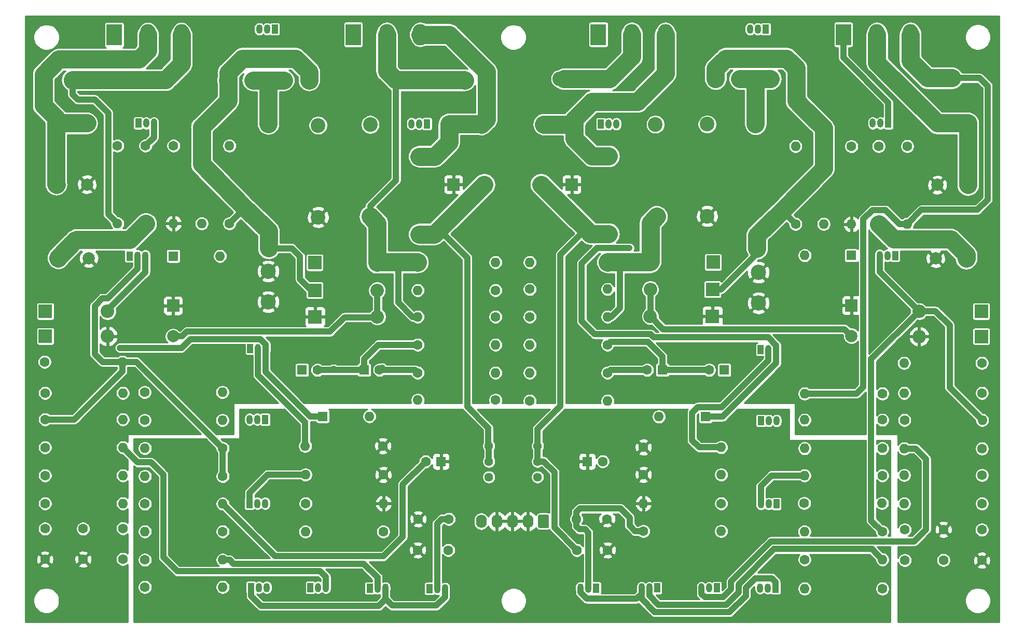
<source format=gbr>
G04 #@! TF.GenerationSoftware,KiCad,Pcbnew,5.1.5-1.fc31*
G04 #@! TF.CreationDate,2020-04-28T13:02:55+01:00*
G04 #@! TF.ProjectId,AR_A60_PA_25502_Issue8_v8.01_Stereo_Compact,41525f41-3630-45f5-9041-5f3235353032,rev?*
G04 #@! TF.SameCoordinates,Original*
G04 #@! TF.FileFunction,Copper,L2,Bot*
G04 #@! TF.FilePolarity,Positive*
%FSLAX46Y46*%
G04 Gerber Fmt 4.6, Leading zero omitted, Abs format (unit mm)*
G04 Created by KiCad (PCBNEW 5.1.5-1.fc31) date 2020-04-28 13:02:55*
%MOMM*%
%LPD*%
G04 APERTURE LIST*
%ADD10R,1.050000X1.500000*%
%ADD11O,1.050000X1.500000*%
%ADD12C,1.600000*%
%ADD13O,1.600000X1.600000*%
%ADD14C,2.500000*%
%ADD15R,1.000000X1.500000*%
%ADD16O,1.000000X1.500000*%
%ADD17C,1.440000*%
%ADD18R,1.600000X1.600000*%
%ADD19C,2.400000*%
%ADD20O,2.200000X2.200000*%
%ADD21R,2.200000X2.200000*%
%ADD22C,2.200000*%
%ADD23R,2.500000X3.500000*%
%ADD24O,2.500000X3.500000*%
%ADD25O,2.400000X2.400000*%
%ADD26C,2.000000*%
%ADD27R,2.000000X2.000000*%
%ADD28C,0.100000*%
%ADD29O,1.740000X2.200000*%
%ADD30C,0.800000*%
%ADD31C,1.000000*%
%ADD32C,3.000000*%
%ADD33C,0.254000*%
G04 APERTURE END LIST*
D10*
X112160000Y-44162000D03*
D11*
X109620000Y-44162000D03*
X110890000Y-44162000D03*
D12*
X104742000Y-75905400D03*
D13*
X104742000Y-63205400D03*
D11*
X128935500Y-135443000D03*
X130205500Y-135443000D03*
D10*
X127665500Y-135443000D03*
D14*
X108592000Y-52512000D03*
X113592000Y-52512000D03*
D15*
X117950000Y-135316000D03*
D16*
X120490000Y-135316000D03*
X119220000Y-135316000D03*
D13*
X135476000Y-91120000D03*
D12*
X148176000Y-91120000D03*
D15*
X191457600Y-96479400D03*
D16*
X193997600Y-96479400D03*
X192727600Y-96479400D03*
D17*
X155034000Y-112202000D03*
X155034000Y-114742000D03*
X155034000Y-117282000D03*
D16*
X135730000Y-59624000D03*
X134460000Y-59624000D03*
D15*
X137000000Y-59624000D03*
D16*
X91153000Y-59522400D03*
X92423000Y-59522400D03*
D15*
X89883000Y-59522400D03*
D10*
X88486000Y-81214000D03*
D11*
X91026000Y-81214000D03*
X89756000Y-81214000D03*
D16*
X109415600Y-96301600D03*
X110685600Y-96301600D03*
D15*
X108145600Y-96301600D03*
D18*
X139286000Y-114742000D03*
D12*
X136786000Y-114742000D03*
X119116500Y-99819500D03*
D18*
X116616500Y-99819500D03*
D12*
X129238400Y-99806800D03*
D18*
X126738400Y-99806800D03*
D19*
X127729000Y-74751000D03*
X127729000Y-59751000D03*
X119220000Y-59878000D03*
X119220000Y-74878000D03*
D18*
X95598000Y-81214000D03*
D13*
X103218000Y-81214000D03*
X127602000Y-107376000D03*
D18*
X119982000Y-107376000D03*
D20*
X128859300Y-82268100D03*
D21*
X118699300Y-82268100D03*
D20*
X84866500Y-90231000D03*
D21*
X74706500Y-90231000D03*
X118699300Y-86814700D03*
D20*
X128859300Y-86814700D03*
D21*
X74706500Y-94295000D03*
D20*
X84866500Y-94295000D03*
X128872000Y-91120000D03*
D21*
X118712000Y-91120000D03*
D20*
X111142800Y-59598600D03*
D22*
X111142800Y-79918600D03*
D23*
X124960000Y-45062000D03*
D24*
X130435000Y-45062000D03*
X135910000Y-45062000D03*
D11*
X138651000Y-135506500D03*
X139921000Y-135506500D03*
D10*
X137381000Y-135506500D03*
X108298000Y-135316000D03*
D11*
X110838000Y-135316000D03*
X109568000Y-135316000D03*
X109314000Y-121600000D03*
X110584000Y-121600000D03*
D10*
X108044000Y-121600000D03*
X110584000Y-107884000D03*
D11*
X108044000Y-107884000D03*
X109314000Y-107884000D03*
D24*
X96910000Y-45118000D03*
X91435000Y-45118000D03*
D23*
X85960000Y-45118000D03*
D12*
X90962500Y-130807500D03*
D13*
X103662500Y-130807500D03*
D12*
X129862600Y-126197400D03*
D13*
X117162600Y-126197400D03*
X129888000Y-121600000D03*
D12*
X117188000Y-121600000D03*
D13*
X103662500Y-135252500D03*
D12*
X90962500Y-135252500D03*
D13*
X87343000Y-121600000D03*
D12*
X74643000Y-121600000D03*
X129862600Y-116901000D03*
D13*
X117162600Y-116901000D03*
X117111800Y-112227400D03*
D12*
X129811800Y-112227400D03*
X90962500Y-121663500D03*
D13*
X103662500Y-121663500D03*
X90962500Y-126172000D03*
D12*
X103662500Y-126172000D03*
X90899000Y-108011000D03*
D13*
X103599000Y-108011000D03*
X103599000Y-103439000D03*
D12*
X90899000Y-103439000D03*
X74643000Y-103566000D03*
D13*
X87343000Y-103566000D03*
X87343000Y-112456000D03*
D12*
X74643000Y-112456000D03*
D13*
X148176000Y-95692000D03*
D12*
X135476000Y-95692000D03*
X135476000Y-100264000D03*
D13*
X148176000Y-100264000D03*
X87343000Y-107884000D03*
D12*
X74643000Y-107884000D03*
X103662500Y-117155000D03*
D13*
X90962500Y-117155000D03*
X90962500Y-112583000D03*
D12*
X103662500Y-112583000D03*
D13*
X135476000Y-86802000D03*
D12*
X148176000Y-86802000D03*
X135476000Y-82230000D03*
D13*
X148176000Y-82230000D03*
D19*
X79138800Y-52461200D03*
D25*
X104538800Y-52461200D03*
D13*
X86479400Y-75905400D03*
D12*
X86479400Y-63205400D03*
X100220800Y-63205400D03*
D13*
X100220800Y-75905400D03*
D12*
X95623400Y-63205400D03*
D13*
X95623400Y-75905400D03*
X87343000Y-117028000D03*
D12*
X74643000Y-117028000D03*
D17*
X147096500Y-117282000D03*
X147096500Y-114742000D03*
X147096500Y-112202000D03*
D13*
X87279500Y-98486000D03*
D12*
X74579500Y-98486000D03*
D13*
X135476000Y-104709000D03*
D12*
X148176000Y-104709000D03*
D25*
X143146800Y-52512000D03*
D19*
X117746800Y-52512000D03*
D14*
X140850000Y-59725600D03*
X145850000Y-59725600D03*
X111092000Y-88692400D03*
X111092000Y-83692400D03*
D12*
X165662000Y-114742000D03*
D18*
X163162000Y-114742000D03*
D12*
X183039400Y-99806800D03*
D18*
X185539400Y-99806800D03*
X175430200Y-99806800D03*
D12*
X172930200Y-99806800D03*
D19*
X174261800Y-74725600D03*
X174261800Y-59725600D03*
X182720000Y-59700200D03*
X182720000Y-74700200D03*
D18*
X206265800Y-81112400D03*
D13*
X198645800Y-81112400D03*
X174846000Y-107426800D03*
D18*
X182466000Y-107426800D03*
D20*
X173537900Y-82217300D03*
D21*
X183697900Y-82217300D03*
X227474800Y-90231000D03*
D20*
X217314800Y-90231000D03*
X173449000Y-86649600D03*
D21*
X183609000Y-86649600D03*
X227474800Y-94345800D03*
D20*
X217314800Y-94345800D03*
X173423600Y-91043800D03*
D21*
X183583600Y-91043800D03*
D22*
X190848000Y-79969400D03*
D20*
X190848000Y-59649400D03*
D10*
X164584400Y-135417600D03*
D11*
X162044400Y-135417600D03*
X163314400Y-135417600D03*
X173271200Y-135392200D03*
X172001200Y-135392200D03*
D10*
X174541200Y-135392200D03*
D11*
X192626000Y-135417600D03*
X191356000Y-135417600D03*
D10*
X193896000Y-135417600D03*
X194023000Y-121650800D03*
D11*
X191483000Y-121650800D03*
X192753000Y-121650800D03*
D15*
X184320200Y-135392200D03*
D16*
X181780200Y-135392200D03*
X183050200Y-135392200D03*
D11*
X190990000Y-44162000D03*
X189720000Y-44162000D03*
D10*
X192260000Y-44162000D03*
X191508400Y-108087200D03*
D11*
X194048400Y-108087200D03*
X192778400Y-108087200D03*
D16*
X211015600Y-59522400D03*
X209745600Y-59522400D03*
D15*
X212285600Y-59522400D03*
D16*
X166641800Y-59649400D03*
X167911800Y-59649400D03*
D15*
X165371800Y-59649400D03*
D23*
X204960000Y-45062000D03*
D24*
X210435000Y-45062000D03*
X215910000Y-45062000D03*
X175910000Y-45062000D03*
X170435000Y-45062000D03*
D23*
X164960000Y-45062000D03*
D12*
X198620400Y-130744000D03*
D13*
X211320400Y-130744000D03*
D12*
X172306000Y-126121200D03*
D13*
X185006000Y-126121200D03*
D12*
X185006000Y-121600000D03*
D13*
X172306000Y-121600000D03*
X198620400Y-135493800D03*
D12*
X211320400Y-135493800D03*
D13*
X214876400Y-121625400D03*
D12*
X227576400Y-121625400D03*
X172306000Y-116901000D03*
D13*
X185006000Y-116901000D03*
X185006000Y-112430600D03*
D12*
X172306000Y-112430600D03*
X198569600Y-121549200D03*
D13*
X211269600Y-121549200D03*
D12*
X211295000Y-126197400D03*
D13*
X198595000Y-126197400D03*
D12*
X211295000Y-117028000D03*
D13*
X198595000Y-117028000D03*
X198620400Y-112608400D03*
D12*
X211320400Y-112608400D03*
X227576400Y-103566000D03*
D13*
X214876400Y-103566000D03*
X214876400Y-112633800D03*
D12*
X227576400Y-112633800D03*
D13*
X166464000Y-104836000D03*
D12*
X153764000Y-104836000D03*
D13*
X153764000Y-95692000D03*
D12*
X166464000Y-95692000D03*
X153764000Y-91120000D03*
D13*
X166464000Y-91120000D03*
D12*
X166464000Y-100264000D03*
D13*
X153764000Y-100264000D03*
X227627200Y-107985600D03*
D12*
X214927200Y-107985600D03*
D13*
X198620400Y-107960200D03*
D12*
X211320400Y-107960200D03*
D13*
X198620400Y-103667600D03*
D12*
X211320400Y-103667600D03*
D13*
X214851000Y-98663800D03*
D12*
X227551000Y-98663800D03*
D13*
X166464000Y-86624200D03*
D12*
X153764000Y-86624200D03*
D13*
X153764000Y-82230000D03*
D12*
X166464000Y-82230000D03*
D19*
X184091600Y-52283400D03*
D25*
X158691600Y-52283400D03*
X197274200Y-52156400D03*
D19*
X222674200Y-52156400D03*
D12*
X215384400Y-63281600D03*
D13*
X215384400Y-75981600D03*
X201744600Y-75981600D03*
D12*
X201744600Y-63281600D03*
D13*
X197147200Y-63281600D03*
D12*
X197147200Y-75981600D03*
D13*
X206265800Y-76007000D03*
D12*
X206265800Y-63307000D03*
X227576400Y-116977200D03*
D13*
X214876400Y-116977200D03*
D14*
X191102000Y-83881000D03*
X191102000Y-88881000D03*
X188068600Y-52283400D03*
X193068600Y-52283400D03*
D10*
X213403200Y-81137800D03*
D11*
X210863200Y-81137800D03*
X212133200Y-81137800D03*
D14*
X81497200Y-59522400D03*
X76497200Y-59522400D03*
X220290400Y-59522400D03*
X225290400Y-59522400D03*
X161050000Y-59725600D03*
X156050000Y-59725600D03*
D12*
X135556000Y-124140000D03*
X140556000Y-124140000D03*
X80866000Y-130727500D03*
X80866000Y-125727500D03*
X140476000Y-129220000D03*
X135476000Y-129220000D03*
X87343000Y-125664000D03*
X87343000Y-130664000D03*
X74643000Y-130727500D03*
X74643000Y-125727500D03*
X161384000Y-124140000D03*
X166384000Y-124140000D03*
X221302600Y-130845600D03*
X221302600Y-125845600D03*
X166464000Y-129220000D03*
X161464000Y-129220000D03*
X214978000Y-130871000D03*
X214978000Y-125871000D03*
X227551000Y-125892600D03*
X227551000Y-130892600D03*
D13*
X91051400Y-75905400D03*
D12*
X91051400Y-63205400D03*
X135730000Y-64958000D03*
D13*
X135730000Y-77658000D03*
D12*
X210710800Y-63281600D03*
D13*
X210710800Y-75981600D03*
X166641800Y-77607200D03*
D12*
X166641800Y-64907200D03*
D26*
X81497200Y-69530000D03*
D27*
X76497200Y-69530000D03*
D26*
X95560000Y-94312000D03*
D27*
X95560000Y-89312000D03*
X76802000Y-81562000D03*
D26*
X81802000Y-81562000D03*
D27*
X141318000Y-69530000D03*
D26*
X146318000Y-69530000D03*
X220290400Y-69606200D03*
D27*
X225290400Y-69606200D03*
X206260000Y-89262000D03*
D26*
X206260000Y-94262000D03*
X220010000Y-81612000D03*
D27*
X225010000Y-81612000D03*
D26*
X155622000Y-69530000D03*
D27*
X160622000Y-69530000D03*
G04 #@! TA.AperFunction,ComponentPad*
D28*
G36*
X156654505Y-123413204D02*
G01*
X156678773Y-123416804D01*
X156702572Y-123422765D01*
X156725671Y-123431030D01*
X156747850Y-123441520D01*
X156768893Y-123454132D01*
X156788599Y-123468747D01*
X156806777Y-123485223D01*
X156823253Y-123503401D01*
X156837868Y-123523107D01*
X156850480Y-123544150D01*
X156860970Y-123566329D01*
X156869235Y-123589428D01*
X156875196Y-123613227D01*
X156878796Y-123637495D01*
X156880000Y-123661999D01*
X156880000Y-125362001D01*
X156878796Y-125386505D01*
X156875196Y-125410773D01*
X156869235Y-125434572D01*
X156860970Y-125457671D01*
X156850480Y-125479850D01*
X156837868Y-125500893D01*
X156823253Y-125520599D01*
X156806777Y-125538777D01*
X156788599Y-125555253D01*
X156768893Y-125569868D01*
X156747850Y-125582480D01*
X156725671Y-125592970D01*
X156702572Y-125601235D01*
X156678773Y-125607196D01*
X156654505Y-125610796D01*
X156630001Y-125612000D01*
X155389999Y-125612000D01*
X155365495Y-125610796D01*
X155341227Y-125607196D01*
X155317428Y-125601235D01*
X155294329Y-125592970D01*
X155272150Y-125582480D01*
X155251107Y-125569868D01*
X155231401Y-125555253D01*
X155213223Y-125538777D01*
X155196747Y-125520599D01*
X155182132Y-125500893D01*
X155169520Y-125479850D01*
X155159030Y-125457671D01*
X155150765Y-125434572D01*
X155144804Y-125410773D01*
X155141204Y-125386505D01*
X155140000Y-125362001D01*
X155140000Y-123661999D01*
X155141204Y-123637495D01*
X155144804Y-123613227D01*
X155150765Y-123589428D01*
X155159030Y-123566329D01*
X155169520Y-123544150D01*
X155182132Y-123523107D01*
X155196747Y-123503401D01*
X155213223Y-123485223D01*
X155231401Y-123468747D01*
X155251107Y-123454132D01*
X155272150Y-123441520D01*
X155294329Y-123431030D01*
X155317428Y-123422765D01*
X155341227Y-123416804D01*
X155365495Y-123413204D01*
X155389999Y-123412000D01*
X156630001Y-123412000D01*
X156654505Y-123413204D01*
G37*
G04 #@! TD.AperFunction*
D29*
X153470000Y-124512000D03*
X150930000Y-124512000D03*
X148390000Y-124512000D03*
X145850000Y-124512000D03*
D30*
X195674000Y-109662000D03*
X166464000Y-107884000D03*
X86860400Y-96200000D03*
X105631000Y-128305600D03*
X113479600Y-124546400D03*
X131920000Y-108392000D03*
X89502000Y-123886000D03*
X89502000Y-137856000D03*
X211282300Y-119288600D03*
X188473100Y-129245400D03*
X178173400Y-135430300D03*
X95090000Y-114742000D03*
X113632000Y-107122000D03*
X124300000Y-107376000D03*
X86708000Y-69784000D03*
X129888000Y-64704000D03*
X132936000Y-73340000D03*
X96360000Y-100264000D03*
X106012000Y-103312000D03*
X87216000Y-133284000D03*
X84676000Y-110170000D03*
X87216000Y-127950000D03*
X87216000Y-119314000D03*
X87724000Y-101534000D03*
X103167200Y-105699600D03*
X163352500Y-98257400D03*
X210215500Y-89900800D03*
X214863700Y-115046800D03*
X159860000Y-77632600D03*
X174731700Y-64907200D03*
X124300000Y-77632600D03*
X224972900Y-110297000D03*
X214863700Y-119288600D03*
X181060000Y-45062000D03*
X173260000Y-45062000D03*
X120160000Y-45062000D03*
X195660000Y-102812000D03*
X170032700Y-79905900D03*
D31*
X138651000Y-124876600D02*
X138651000Y-135506500D01*
X140556000Y-124140000D02*
X139387600Y-124140000D01*
X139387600Y-124140000D02*
X138651000Y-124876600D01*
X136786000Y-114742000D02*
X133018411Y-118509589D01*
X104462499Y-122463499D02*
X103662500Y-121663500D01*
X129870290Y-130223580D02*
X112222580Y-130223580D01*
X112222580Y-130223580D02*
X104462499Y-122463499D01*
X133018411Y-127075459D02*
X129870290Y-130223580D01*
X133018411Y-118509589D02*
X133018411Y-127075459D01*
X121950500Y-99819500D02*
X119116500Y-99819500D01*
X121760000Y-99629000D02*
X121950500Y-99819500D01*
D32*
X117746800Y-51165800D02*
X117746800Y-52512000D01*
X106875600Y-48956000D02*
X115537000Y-48956000D01*
X104538800Y-52461200D02*
X104538800Y-51292800D01*
X115537000Y-48956000D02*
X117746800Y-51165800D01*
X104538800Y-51292800D02*
X106875600Y-48956000D01*
X104488000Y-52512000D02*
X104538800Y-52461200D01*
D31*
X126725700Y-99819500D02*
X121950500Y-99819500D01*
X126738400Y-99806800D02*
X126725700Y-99819500D01*
X134344630Y-95692000D02*
X135476000Y-95692000D01*
X126738400Y-98006800D02*
X129053200Y-95692000D01*
X129053200Y-95692000D02*
X134344630Y-95692000D01*
X126738400Y-99806800D02*
X126738400Y-98006800D01*
X91026000Y-83855600D02*
X91026000Y-81214000D01*
X85311000Y-90231000D02*
X85311000Y-89570600D01*
X85311000Y-89570600D02*
X91026000Y-83855600D01*
D32*
X100220800Y-66202600D02*
X100220800Y-63205400D01*
X111142800Y-79918600D02*
X111142800Y-77124600D01*
D31*
X107129600Y-73517800D02*
X107129600Y-73238400D01*
X104742000Y-75905400D02*
X107129600Y-73517800D01*
D32*
X111142800Y-77124600D02*
X107129600Y-73238400D01*
X107129600Y-73238400D02*
X100220800Y-66202600D01*
D31*
X116273600Y-84985900D02*
X118102400Y-86814700D01*
X116273600Y-81277500D02*
X116273600Y-84985900D01*
X118102400Y-86814700D02*
X118699300Y-86814700D01*
X111092000Y-79944000D02*
X114940100Y-79944000D01*
X114940100Y-79944000D02*
X116273600Y-81277500D01*
D32*
X100220800Y-60170100D02*
X100220800Y-63205400D01*
X104538800Y-52461200D02*
X104538800Y-55852100D01*
X104538800Y-55852100D02*
X100220800Y-60170100D01*
D31*
X129697500Y-99692500D02*
X129697500Y-99438500D01*
X129761000Y-99756000D02*
X129697500Y-99692500D01*
X135018800Y-99806800D02*
X135476000Y-100264000D01*
X129238400Y-99806800D02*
X135018800Y-99806800D01*
X131922600Y-68860344D02*
X131922600Y-52486600D01*
X127729000Y-73053944D02*
X131922600Y-68860344D01*
X127729000Y-74751000D02*
X127729000Y-73053944D01*
D32*
X143121400Y-52486600D02*
X143146800Y-52512000D01*
X131922600Y-52486600D02*
X143121400Y-52486600D01*
D31*
X134650500Y-91120000D02*
X135476000Y-91120000D01*
X132301000Y-88770500D02*
X134650500Y-91120000D01*
X135476000Y-82230000D02*
X132301000Y-82230000D01*
X132301000Y-82230000D02*
X132301000Y-88770500D01*
D32*
X135450600Y-82204600D02*
X135476000Y-82230000D01*
X128922800Y-82204600D02*
X135450600Y-82204600D01*
X128859300Y-82268100D02*
X128922800Y-82204600D01*
X128859300Y-75881300D02*
X128859300Y-82268100D01*
X127729000Y-74751000D02*
X128859300Y-75881300D01*
X130435000Y-50999000D02*
X131922600Y-52486600D01*
X130435000Y-45062000D02*
X130435000Y-50999000D01*
D31*
X110615610Y-100092410D02*
X110615610Y-96621590D01*
X119982000Y-107376000D02*
X117899200Y-107376000D01*
X110685600Y-96551600D02*
X110685600Y-96301600D01*
X110615610Y-96621590D02*
X110685600Y-96551600D01*
X117899200Y-107376000D02*
X110615610Y-100092410D01*
X110685600Y-95624530D02*
X110685600Y-96301600D01*
X109823081Y-94762011D02*
X110685600Y-95624530D01*
X86860400Y-96200000D02*
X96922000Y-96200000D01*
X98359989Y-94762011D02*
X109823081Y-94762011D01*
X96922000Y-96200000D02*
X98359989Y-94762011D01*
X130205500Y-137233700D02*
X130205500Y-135443000D01*
X131310400Y-138262400D02*
X130281700Y-137233700D01*
X138524000Y-138262400D02*
X131310400Y-138262400D01*
X139921000Y-135506500D02*
X139921000Y-136865400D01*
X130281700Y-137233700D02*
X130205500Y-137233700D01*
X139921000Y-136865400D02*
X138524000Y-138262400D01*
X109923600Y-138313200D02*
X129126000Y-138313200D01*
X108298000Y-135316000D02*
X108298000Y-136687600D01*
X129126000Y-138313200D02*
X130205500Y-137233700D01*
X108298000Y-136687600D02*
X109923600Y-138313200D01*
X104793870Y-130807500D02*
X105409961Y-131423591D01*
X126666091Y-131423591D02*
X128935500Y-133693000D01*
X103662500Y-130807500D02*
X104793870Y-130807500D01*
X105409961Y-131423591D02*
X126666091Y-131423591D01*
X128935500Y-133693000D02*
X128935500Y-135443000D01*
X116031230Y-116901000D02*
X117162600Y-116901000D01*
X110993000Y-116901000D02*
X116031230Y-116901000D01*
X108044000Y-119850000D02*
X110993000Y-116901000D01*
X108044000Y-121600000D02*
X108044000Y-119850000D01*
X109415600Y-100670400D02*
X109415600Y-96301600D01*
X117111800Y-112227400D02*
X117111800Y-108366600D01*
X117111800Y-108366600D02*
X109415600Y-100670400D01*
X87279500Y-100010000D02*
X87279500Y-98486000D01*
X74643000Y-107884000D02*
X79405500Y-107884000D01*
X79405500Y-107884000D02*
X87279500Y-100010000D01*
X89565500Y-98486000D02*
X103662500Y-112583000D01*
X87279500Y-98486000D02*
X89565500Y-98486000D01*
X103662500Y-112583000D02*
X103662500Y-117155000D01*
X89756000Y-83241002D02*
X89756000Y-81214000D01*
X84041000Y-98486000D02*
X82771000Y-97216000D01*
X87279500Y-98486000D02*
X84041000Y-98486000D01*
X82771000Y-97216000D02*
X82771000Y-89351000D01*
X82771000Y-89351000D02*
X84010000Y-88112000D01*
X84885002Y-88112000D02*
X89756000Y-83241002D01*
X84010000Y-88112000D02*
X84885002Y-88112000D01*
X85679401Y-75105401D02*
X86479400Y-75905400D01*
X84979399Y-74405399D02*
X85679401Y-75105401D01*
X79138800Y-52461200D02*
X79138800Y-54823400D01*
X79977000Y-55661600D02*
X82771000Y-55661600D01*
X79138800Y-54823400D02*
X79977000Y-55661600D01*
X82771000Y-55661600D02*
X84979399Y-57869999D01*
X84979399Y-57869999D02*
X84979399Y-74405399D01*
D32*
X79138800Y-52461200D02*
X79189600Y-52512000D01*
X94316800Y-52461200D02*
X96910000Y-49868000D01*
X96910000Y-49868000D02*
X96910000Y-45118000D01*
X79138800Y-52461200D02*
X94316800Y-52461200D01*
D31*
X81497200Y-69530000D02*
X81852800Y-69885600D01*
D32*
X76497200Y-59522400D02*
X81497200Y-59522400D01*
D31*
X92423000Y-61833800D02*
X92423000Y-59522400D01*
X91051400Y-63205400D02*
X92423000Y-61833800D01*
D32*
X91460000Y-45143000D02*
X91435000Y-45118000D01*
X90013600Y-49108400D02*
X91460000Y-47662000D01*
X76471800Y-69504600D02*
X76471800Y-58684200D01*
X76497200Y-69530000D02*
X76471800Y-69504600D01*
X76471800Y-58684200D02*
X74414400Y-56626800D01*
X91460000Y-47662000D02*
X91460000Y-45143000D01*
X76903600Y-49108400D02*
X90013600Y-49108400D01*
X74414400Y-56626800D02*
X74414400Y-51597600D01*
X74414400Y-51597600D02*
X76903600Y-49108400D01*
D31*
X88142999Y-113255999D02*
X87343000Y-112456000D01*
X89781400Y-114894400D02*
X88142999Y-113255999D01*
X91940400Y-114894400D02*
X89781400Y-114894400D01*
X93972400Y-130388400D02*
X93972400Y-116926400D01*
X119524800Y-132623600D02*
X119474000Y-132674400D01*
X93972400Y-116926400D02*
X91940400Y-114894400D01*
X120490000Y-133588800D02*
X119524800Y-132623600D01*
X119474000Y-132674400D02*
X96258400Y-132674400D01*
X120490000Y-135316000D02*
X120490000Y-133588800D01*
X96258400Y-132674400D02*
X93972400Y-130388400D01*
D32*
X111092000Y-52512000D02*
X111092000Y-59624000D01*
X113592000Y-52512000D02*
X111092000Y-52512000D01*
X111092000Y-52512000D02*
X108592000Y-52512000D01*
D31*
X185285400Y-107426800D02*
X182466000Y-107426800D01*
X193997600Y-96479400D02*
X193997600Y-98714600D01*
X193997600Y-98714600D02*
X185285400Y-107426800D01*
X162234900Y-82407800D02*
X164736800Y-79905900D01*
X162234900Y-91843900D02*
X162234900Y-82407800D01*
X164736800Y-79905900D02*
X170032700Y-79905900D01*
X193997600Y-95802330D02*
X192668070Y-94472800D01*
X192668070Y-94472800D02*
X174020800Y-94472800D01*
X193997600Y-96479400D02*
X193997600Y-95802330D01*
X174020800Y-94472800D02*
X173512800Y-93964800D01*
X164355800Y-93964800D02*
X162234900Y-91843900D01*
X173512800Y-93964800D02*
X164355800Y-93964800D01*
D32*
X190619400Y-59649400D02*
X190619400Y-52308800D01*
X188068600Y-52283400D02*
X190594000Y-52283400D01*
X190619400Y-52308800D02*
X190594000Y-52283400D01*
X190594000Y-52283400D02*
X193068600Y-52283400D01*
D31*
X170959800Y-126121200D02*
X172306000Y-126121200D01*
X161384000Y-123008630D02*
X161979830Y-122412800D01*
X170070800Y-125232200D02*
X170959800Y-126121200D01*
X168572200Y-122412800D02*
X170070800Y-123911400D01*
X170070800Y-123911400D02*
X170070800Y-125232200D01*
X161384000Y-124140000D02*
X161384000Y-123008630D01*
X161979830Y-122412800D02*
X168572200Y-122412800D01*
X163314400Y-133667600D02*
X163314400Y-135417600D01*
X161384000Y-125333800D02*
X161866600Y-125816400D01*
X161384000Y-124140000D02*
X161384000Y-125333800D01*
X161866600Y-125816400D02*
X162781000Y-125816400D01*
X162781000Y-125816400D02*
X163314400Y-126349800D01*
X163314400Y-126349800D02*
X163314400Y-133667600D01*
D32*
X201744600Y-60360600D02*
X201744600Y-63281600D01*
X197807600Y-56423600D02*
X201744600Y-60360600D01*
X197807600Y-56398200D02*
X197807600Y-56423600D01*
X197274200Y-52156400D02*
X197274200Y-55864800D01*
X197274200Y-55864800D02*
X197807600Y-56398200D01*
D31*
X197147200Y-75981600D02*
X195115200Y-73949600D01*
X195115200Y-73949600D02*
X194835800Y-73949600D01*
D32*
X194835800Y-73949600D02*
X201744600Y-66939200D01*
X201744600Y-66939200D02*
X201744600Y-63281600D01*
X190848000Y-79969400D02*
X190848000Y-77835800D01*
X190848000Y-77835800D02*
X194835800Y-73949600D01*
D31*
X183039400Y-99806800D02*
X175430200Y-99806800D01*
X210863200Y-83779400D02*
X210863200Y-81137800D01*
X217314800Y-90231000D02*
X210863200Y-83779400D01*
X217340200Y-90205600D02*
X219981800Y-90205600D01*
X217314800Y-90231000D02*
X217340200Y-90205600D01*
X219981800Y-90205600D02*
X222293200Y-92517000D01*
X226827201Y-107185601D02*
X227627200Y-107985600D01*
X222293200Y-102651600D02*
X226827201Y-107185601D01*
X222293200Y-92517000D02*
X222293200Y-102651600D01*
X209491600Y-98054200D02*
X217314800Y-90231000D01*
X211295000Y-126197400D02*
X209491600Y-124394000D01*
X209491600Y-124394000D02*
X209491600Y-98054200D01*
X190848000Y-80824800D02*
X190848000Y-79969400D01*
X183609000Y-86649600D02*
X185023200Y-86649600D01*
X185023200Y-86649600D02*
X190848000Y-80824800D01*
X175430200Y-97622400D02*
X175430200Y-99806800D01*
X173017200Y-95209400D02*
X175430200Y-97622400D01*
X166464000Y-95692000D02*
X166946600Y-95209400D01*
X166946600Y-95209400D02*
X173017200Y-95209400D01*
D32*
X197274200Y-50556200D02*
X197274200Y-52156400D01*
X185768000Y-48956000D02*
X195674000Y-48956000D01*
X195674000Y-48956000D02*
X197274200Y-50556200D01*
X184091600Y-52283400D02*
X184091600Y-50632400D01*
X184091600Y-50632400D02*
X185768000Y-48956000D01*
D31*
X166921200Y-99806800D02*
X166464000Y-100264000D01*
X172930200Y-99806800D02*
X166921200Y-99806800D01*
D32*
X173449000Y-75792400D02*
X174490400Y-74751000D01*
X173449000Y-82128400D02*
X173449000Y-75792400D01*
X173372800Y-82204600D02*
X173449000Y-82128400D01*
X166464000Y-82230000D02*
X166489400Y-82204600D01*
X166489400Y-82204600D02*
X173372800Y-82204600D01*
D31*
X167048200Y-91120000D02*
X166464000Y-91120000D01*
X168445200Y-89723000D02*
X167048200Y-91120000D01*
X166464000Y-82230000D02*
X168445200Y-82230000D01*
X168445200Y-82230000D02*
X168445200Y-89723000D01*
D32*
X166813200Y-52308800D02*
X159352000Y-52308800D01*
X170435000Y-45062000D02*
X170435000Y-48687000D01*
X170435000Y-48687000D02*
X166813200Y-52308800D01*
X225290400Y-59522400D02*
X220290400Y-59522400D01*
X225290400Y-59522400D02*
X225290400Y-69606200D01*
X210435000Y-49667000D02*
X210435000Y-45062000D01*
X220290400Y-59522400D02*
X210435000Y-49667000D01*
X156075400Y-59725600D02*
X161075400Y-59725600D01*
X161053800Y-62011600D02*
X163949400Y-64907200D01*
X163949400Y-64907200D02*
X166641800Y-64907200D01*
X161050000Y-59725600D02*
X161050000Y-61493366D01*
X161053800Y-61497166D02*
X161053800Y-62011600D01*
X161050000Y-61493366D02*
X161053800Y-61497166D01*
X161050000Y-58916600D02*
X163949400Y-56017200D01*
X163949400Y-56017200D02*
X171340800Y-56017200D01*
X161050000Y-59725600D02*
X161050000Y-58916600D01*
X171340800Y-56017200D02*
X175910000Y-51448000D01*
X175910000Y-51448000D02*
X175910000Y-45062000D01*
D31*
X206260000Y-94262000D02*
X205150000Y-93152000D01*
X173449000Y-86116200D02*
X173372800Y-86040000D01*
X173449000Y-91069200D02*
X173449000Y-86116200D01*
X175531800Y-93152000D02*
X173449000Y-91069200D01*
X205150000Y-93152000D02*
X175531800Y-93152000D01*
X171188400Y-137144800D02*
X172001200Y-136332000D01*
X162044400Y-135417600D02*
X162044400Y-136105025D01*
X172001200Y-136332000D02*
X172001200Y-135392200D01*
X163084175Y-137144800D02*
X171188400Y-137144800D01*
X162044400Y-136105025D02*
X163084175Y-137144800D01*
X193896000Y-134427000D02*
X193896000Y-135417600D01*
X189031900Y-136674900D02*
X189031900Y-135316000D01*
X189031900Y-135316000D02*
X190543200Y-133804700D01*
X174188200Y-139329200D02*
X186377600Y-139329200D01*
X190543200Y-133804700D02*
X193273700Y-133804700D01*
X193273700Y-133804700D02*
X193896000Y-134427000D01*
X172001200Y-137142200D02*
X174188200Y-139329200D01*
X172001200Y-135392200D02*
X172001200Y-137142200D01*
X186377600Y-139329200D02*
X189031900Y-136674900D01*
X185804618Y-138116211D02*
X187831889Y-136088940D01*
X174730209Y-138116211D02*
X185804618Y-138116211D01*
X187831889Y-134818940D02*
X193621329Y-129029500D01*
X209605900Y-129029500D02*
X210520401Y-129944001D01*
X193621329Y-129029500D02*
X209605900Y-129029500D01*
X210520401Y-129944001D02*
X211320400Y-130744000D01*
X187831889Y-136088940D02*
X187831889Y-134818940D01*
X173271200Y-135392200D02*
X173271200Y-136657202D01*
X173271200Y-136657202D02*
X174730209Y-138116211D01*
X181780200Y-136357400D02*
X181780200Y-135392200D01*
X185307558Y-136916200D02*
X182339000Y-136916200D01*
X186631878Y-135591880D02*
X185307558Y-136916200D01*
X186631878Y-134321880D02*
X186631878Y-135591880D01*
X193156158Y-127797600D02*
X186631878Y-134321880D01*
X214876400Y-112633800D02*
X216768700Y-112633800D01*
X182339000Y-136916200D02*
X181780200Y-136357400D01*
X218457800Y-114322900D02*
X218457800Y-125841800D01*
X216502000Y-127797600D02*
X193156158Y-127797600D01*
X216768700Y-112633800D02*
X218457800Y-114322900D01*
X218457800Y-125841800D02*
X216502000Y-127797600D01*
X181399200Y-112430600D02*
X185006000Y-112430600D01*
X180256200Y-111287600D02*
X181399200Y-112430600D01*
X192727600Y-96479400D02*
X192727600Y-98229400D01*
X192727600Y-98229400D02*
X185079600Y-105877400D01*
X185079600Y-105877400D02*
X181170600Y-105877400D01*
X180256200Y-106791800D02*
X180256200Y-111287600D01*
X181170600Y-105877400D02*
X180256200Y-106791800D01*
X204960000Y-45062000D02*
X204825200Y-45196800D01*
X204960000Y-48222000D02*
X204960000Y-45062000D01*
X204960000Y-48862000D02*
X204960000Y-48222000D01*
X212285600Y-59522400D02*
X212285600Y-56187600D01*
X212285600Y-56187600D02*
X204960000Y-48862000D01*
X211841100Y-73708300D02*
X214114400Y-75981600D01*
X214114400Y-75981600D02*
X215384400Y-75981600D01*
X208221600Y-102550000D02*
X208221600Y-75181500D01*
X198620400Y-103667600D02*
X207104000Y-103667600D01*
X207104000Y-103667600D02*
X208221600Y-102550000D01*
X209694800Y-73708300D02*
X211841100Y-73708300D01*
X208221600Y-75181500D02*
X209694800Y-73708300D01*
X227195400Y-52156400D02*
X228516200Y-53477200D01*
X226839800Y-73657500D02*
X217708500Y-73657500D01*
X228516200Y-71981100D02*
X226839800Y-73657500D01*
X222674200Y-52156400D02*
X227195400Y-52156400D01*
X217708500Y-73657500D02*
X215384400Y-75981600D01*
X228516200Y-53477200D02*
X228516200Y-71981100D01*
D32*
X218654400Y-52156400D02*
X222674200Y-52156400D01*
X215860000Y-49362000D02*
X218654400Y-52156400D01*
X215910000Y-45062000D02*
X215860000Y-45112000D01*
X215860000Y-45112000D02*
X215860000Y-49362000D01*
D31*
X198620400Y-112735400D02*
X198696600Y-112659200D01*
D32*
X140596000Y-62632000D02*
X138270000Y-64958000D01*
X140596000Y-59674800D02*
X140596000Y-62632000D01*
X138270000Y-64958000D02*
X135730000Y-64958000D01*
X145799200Y-59674800D02*
X140596000Y-59674800D01*
X145850000Y-59725600D02*
X145799200Y-59674800D01*
D31*
X128872000Y-86827400D02*
X128859300Y-86814700D01*
X128872000Y-91120000D02*
X128872000Y-86827400D01*
D32*
X146702800Y-58872800D02*
X145850000Y-59725600D01*
X146702800Y-51140400D02*
X146702800Y-58872800D01*
X135910000Y-45062000D02*
X140624400Y-45062000D01*
X140624400Y-45062000D02*
X146702800Y-51140400D01*
D31*
X128770400Y-91221600D02*
X128872000Y-91120000D01*
X121197600Y-93562000D02*
X123538000Y-91221600D01*
X123538000Y-91221600D02*
X128770400Y-91221600D01*
X97810000Y-93562000D02*
X121197600Y-93562000D01*
X97060000Y-94312000D02*
X97810000Y-93562000D01*
X95560000Y-94312000D02*
X97060000Y-94312000D01*
D32*
X138190000Y-77658000D02*
X146318000Y-69530000D01*
X135730000Y-77658000D02*
X138190000Y-77658000D01*
D31*
X147096500Y-112202000D02*
X147096500Y-114742000D01*
X139743200Y-77658000D02*
X143553200Y-81468000D01*
X138190000Y-77658000D02*
X139743200Y-77658000D01*
X143553200Y-81468000D02*
X143553200Y-105801200D01*
X147007600Y-112113100D02*
X147096500Y-112202000D01*
X143553200Y-105801200D02*
X147007600Y-109255600D01*
X147007600Y-109255600D02*
X147007600Y-112113100D01*
D32*
X88486000Y-78547000D02*
X91102200Y-75930800D01*
X76802000Y-81562000D02*
X76802000Y-81468000D01*
X79710000Y-78662000D02*
X79825000Y-78547000D01*
X79608000Y-78662000D02*
X79710000Y-78662000D01*
X76802000Y-81468000D02*
X79608000Y-78662000D01*
X79825000Y-78547000D02*
X88486000Y-78547000D01*
X163699200Y-77607200D02*
X166641800Y-77607200D01*
D31*
X155034000Y-114742000D02*
X155034000Y-112202000D01*
X155034000Y-112202000D02*
X155034000Y-109458800D01*
X155034000Y-109458800D02*
X158767800Y-105725000D01*
X158767800Y-105725000D02*
X158767800Y-81010800D01*
X158767800Y-81010800D02*
X162501600Y-77277000D01*
D32*
X155622000Y-69530000D02*
X163441400Y-77277000D01*
D31*
X162501600Y-77277000D02*
X163441400Y-77277000D01*
D32*
X163441400Y-77277000D02*
X163699200Y-77607200D01*
D31*
X191483000Y-118780600D02*
X191483000Y-121650800D01*
X198595000Y-117028000D02*
X193235600Y-117028000D01*
X193235600Y-117028000D02*
X191483000Y-118780600D01*
X157810000Y-125566000D02*
X161464000Y-129220000D01*
X157810000Y-116499767D02*
X157810000Y-125566000D01*
X155034000Y-114742000D02*
X156052233Y-114742000D01*
X156052233Y-114742000D02*
X157810000Y-116499767D01*
D32*
X213210801Y-78481601D02*
X210710800Y-75981600D01*
X222479601Y-78481601D02*
X213210801Y-78481601D01*
X225010000Y-81612000D02*
X225010000Y-81012000D01*
X225010000Y-81012000D02*
X222479601Y-78481601D01*
D33*
G36*
X116230801Y-108731523D02*
G01*
X116230800Y-111438215D01*
X116194458Y-111474557D01*
X116065212Y-111667987D01*
X115976186Y-111882915D01*
X115930800Y-112111082D01*
X115930800Y-112343718D01*
X115976186Y-112571885D01*
X116065212Y-112786813D01*
X116194458Y-112980243D01*
X116358957Y-113144742D01*
X116552387Y-113273988D01*
X116767315Y-113363014D01*
X116995482Y-113408400D01*
X117228118Y-113408400D01*
X117456285Y-113363014D01*
X117671213Y-113273988D01*
X117751858Y-113220102D01*
X128998703Y-113220102D01*
X129070286Y-113464071D01*
X129325796Y-113584971D01*
X129599984Y-113653700D01*
X129882312Y-113667617D01*
X130161930Y-113626187D01*
X130428092Y-113531003D01*
X130553314Y-113464071D01*
X130624897Y-113220102D01*
X129811800Y-112407005D01*
X128998703Y-113220102D01*
X117751858Y-113220102D01*
X117864643Y-113144742D01*
X118029142Y-112980243D01*
X118158388Y-112786813D01*
X118247414Y-112571885D01*
X118292800Y-112343718D01*
X118292800Y-112297912D01*
X128371583Y-112297912D01*
X128413013Y-112577530D01*
X128508197Y-112843692D01*
X128575129Y-112968914D01*
X128819098Y-113040497D01*
X129632195Y-112227400D01*
X129991405Y-112227400D01*
X130804502Y-113040497D01*
X131048471Y-112968914D01*
X131169371Y-112713404D01*
X131238100Y-112439216D01*
X131252017Y-112156888D01*
X131210587Y-111877270D01*
X131115403Y-111611108D01*
X131048471Y-111485886D01*
X130804502Y-111414303D01*
X129991405Y-112227400D01*
X129632195Y-112227400D01*
X128819098Y-111414303D01*
X128575129Y-111485886D01*
X128454229Y-111741396D01*
X128385500Y-112015584D01*
X128371583Y-112297912D01*
X118292800Y-112297912D01*
X118292800Y-112111082D01*
X118247414Y-111882915D01*
X118158388Y-111667987D01*
X118029142Y-111474557D01*
X117992800Y-111438215D01*
X117992800Y-111234698D01*
X128998703Y-111234698D01*
X129811800Y-112047795D01*
X130624897Y-111234698D01*
X130553314Y-110990729D01*
X130297804Y-110869829D01*
X130023616Y-110801100D01*
X129741288Y-110787183D01*
X129461670Y-110828613D01*
X129195508Y-110923797D01*
X129070286Y-110990729D01*
X128998703Y-111234698D01*
X117992800Y-111234698D01*
X117992800Y-108409869D01*
X117997062Y-108366599D01*
X117991690Y-108312062D01*
X117986267Y-108257000D01*
X118808427Y-108257000D01*
X118828299Y-108322508D01*
X118863678Y-108388696D01*
X118911289Y-108446711D01*
X118969304Y-108494322D01*
X119035492Y-108529701D01*
X119107311Y-108551487D01*
X119182000Y-108558843D01*
X120782000Y-108558843D01*
X120856689Y-108551487D01*
X120928508Y-108529701D01*
X120994696Y-108494322D01*
X121052711Y-108446711D01*
X121100322Y-108388696D01*
X121135701Y-108322508D01*
X121157487Y-108250689D01*
X121164843Y-108176000D01*
X121164843Y-106576000D01*
X121157487Y-106501311D01*
X121135701Y-106429492D01*
X121100322Y-106363304D01*
X121052711Y-106305289D01*
X120994696Y-106257678D01*
X120948528Y-106233000D01*
X127294646Y-106233000D01*
X127257515Y-106240386D01*
X127042587Y-106329412D01*
X126849157Y-106458658D01*
X126684658Y-106623157D01*
X126555412Y-106816587D01*
X126466386Y-107031515D01*
X126421000Y-107259682D01*
X126421000Y-107492318D01*
X126466386Y-107720485D01*
X126555412Y-107935413D01*
X126684658Y-108128843D01*
X126849157Y-108293342D01*
X127042587Y-108422588D01*
X127257515Y-108511614D01*
X127485682Y-108557000D01*
X127718318Y-108557000D01*
X127946485Y-108511614D01*
X128161413Y-108422588D01*
X128354843Y-108293342D01*
X128519342Y-108128843D01*
X128648588Y-107935413D01*
X128737614Y-107720485D01*
X128783000Y-107492318D01*
X128783000Y-107259682D01*
X128737614Y-107031515D01*
X128648588Y-106816587D01*
X128519342Y-106623157D01*
X128354843Y-106458658D01*
X128161413Y-106329412D01*
X127946485Y-106240386D01*
X127909354Y-106233000D01*
X142785048Y-106233000D01*
X142817132Y-106293025D01*
X142864691Y-106350975D01*
X142927226Y-106427175D01*
X142960840Y-106454761D01*
X146126600Y-109620522D01*
X146126601Y-111671810D01*
X146120807Y-111680481D01*
X146037811Y-111880850D01*
X145995500Y-112093561D01*
X145995500Y-112310439D01*
X146037811Y-112523150D01*
X146120807Y-112723519D01*
X146215500Y-112865237D01*
X146215501Y-114078762D01*
X146120807Y-114220481D01*
X146037811Y-114420850D01*
X145995500Y-114633561D01*
X145995500Y-114850439D01*
X146037811Y-115063150D01*
X146120807Y-115263519D01*
X146241298Y-115443846D01*
X146394654Y-115597202D01*
X146574981Y-115717693D01*
X146775350Y-115800689D01*
X146988061Y-115843000D01*
X147204939Y-115843000D01*
X147417650Y-115800689D01*
X147618019Y-115717693D01*
X147798346Y-115597202D01*
X147951702Y-115443846D01*
X148072193Y-115263519D01*
X148155189Y-115063150D01*
X148197500Y-114850439D01*
X148197500Y-114633561D01*
X148155189Y-114420850D01*
X148072193Y-114220481D01*
X147977500Y-114078763D01*
X147977500Y-112865237D01*
X148072193Y-112723519D01*
X148155189Y-112523150D01*
X148197500Y-112310439D01*
X148197500Y-112093561D01*
X148155189Y-111880850D01*
X148072193Y-111680481D01*
X147951702Y-111500154D01*
X147888600Y-111437052D01*
X147888600Y-109298869D01*
X147892862Y-109255599D01*
X147886598Y-109192000D01*
X147875852Y-109082894D01*
X147825475Y-108916825D01*
X147752612Y-108780508D01*
X147743668Y-108763774D01*
X147661159Y-108663237D01*
X147633575Y-108629625D01*
X147599962Y-108602040D01*
X145230921Y-106233000D01*
X157013878Y-106233000D01*
X154441640Y-108805239D01*
X154408026Y-108832825D01*
X154380441Y-108866438D01*
X154297932Y-108966975D01*
X154216125Y-109120026D01*
X154165749Y-109286095D01*
X154148738Y-109458800D01*
X154153001Y-109502080D01*
X154153000Y-111538763D01*
X154058307Y-111680481D01*
X153975311Y-111880850D01*
X153933000Y-112093561D01*
X153933000Y-112310439D01*
X153975311Y-112523150D01*
X154058307Y-112723519D01*
X154153001Y-112865238D01*
X154153000Y-114078763D01*
X154058307Y-114220481D01*
X153975311Y-114420850D01*
X153933000Y-114633561D01*
X153933000Y-114850439D01*
X153975311Y-115063150D01*
X154058307Y-115263519D01*
X154178798Y-115443846D01*
X154332154Y-115597202D01*
X154512481Y-115717693D01*
X154712850Y-115800689D01*
X154925561Y-115843000D01*
X155142439Y-115843000D01*
X155355150Y-115800689D01*
X155555519Y-115717693D01*
X155691287Y-115626975D01*
X156929000Y-116864689D01*
X156929001Y-123107701D01*
X156872179Y-123077329D01*
X156753462Y-123041317D01*
X156630001Y-123029157D01*
X155389999Y-123029157D01*
X155266538Y-123041317D01*
X155147821Y-123077329D01*
X155038411Y-123135810D01*
X154942512Y-123214512D01*
X154863810Y-123310411D01*
X154805329Y-123419821D01*
X154773585Y-123524467D01*
X154648256Y-123333097D01*
X154440494Y-123121464D01*
X154195437Y-122954429D01*
X153922502Y-122838412D01*
X153830031Y-122820698D01*
X153597000Y-122941754D01*
X153597000Y-124385000D01*
X153617000Y-124385000D01*
X153617000Y-124639000D01*
X153597000Y-124639000D01*
X153597000Y-126082246D01*
X153830031Y-126203302D01*
X153922502Y-126185588D01*
X154195437Y-126069571D01*
X154440494Y-125902536D01*
X154648256Y-125690903D01*
X154773585Y-125499533D01*
X154805329Y-125604179D01*
X154863810Y-125713589D01*
X154942512Y-125809488D01*
X155038411Y-125888190D01*
X155147821Y-125946671D01*
X155266538Y-125982683D01*
X155389999Y-125994843D01*
X156630001Y-125994843D01*
X156753462Y-125982683D01*
X156872179Y-125946671D01*
X156981589Y-125888190D01*
X156985997Y-125884572D01*
X156992125Y-125904774D01*
X157073932Y-126057825D01*
X157122875Y-126117462D01*
X157184026Y-126191975D01*
X157217640Y-126219561D01*
X160283000Y-129284922D01*
X160283000Y-129336318D01*
X160328386Y-129564485D01*
X160417412Y-129779413D01*
X160546658Y-129972843D01*
X160711157Y-130137342D01*
X160904587Y-130266588D01*
X161119515Y-130355614D01*
X161347682Y-130401000D01*
X161580318Y-130401000D01*
X161808485Y-130355614D01*
X162023413Y-130266588D01*
X162216843Y-130137342D01*
X162381342Y-129972843D01*
X162433400Y-129894932D01*
X162433401Y-133624318D01*
X162433400Y-133624328D01*
X162433400Y-134373224D01*
X162392788Y-134351516D01*
X162222007Y-134299710D01*
X162044400Y-134282217D01*
X161866794Y-134299710D01*
X161696013Y-134351516D01*
X161538619Y-134435644D01*
X161400663Y-134548862D01*
X161287445Y-134686818D01*
X161203316Y-134844212D01*
X161151510Y-135014993D01*
X161138400Y-135148099D01*
X161138400Y-135687100D01*
X161151510Y-135820206D01*
X161163400Y-135859402D01*
X161163400Y-136061755D01*
X161159138Y-136105025D01*
X161163400Y-136148295D01*
X161163400Y-136148298D01*
X161176148Y-136277731D01*
X161207262Y-136380296D01*
X161226525Y-136443799D01*
X161308332Y-136596850D01*
X161345290Y-136641883D01*
X161418426Y-136731000D01*
X161452040Y-136758586D01*
X162430614Y-137737161D01*
X162458200Y-137770775D01*
X162491812Y-137798359D01*
X162592349Y-137880868D01*
X162709535Y-137943505D01*
X162745400Y-137962675D01*
X162911469Y-138013052D01*
X163040902Y-138025800D01*
X163040905Y-138025800D01*
X163084175Y-138030062D01*
X163127445Y-138025800D01*
X171145130Y-138025800D01*
X171188400Y-138030062D01*
X171231670Y-138025800D01*
X171231673Y-138025800D01*
X171361106Y-138013052D01*
X171527175Y-137962675D01*
X171558833Y-137945754D01*
X173534639Y-139921561D01*
X173562225Y-139955175D01*
X173595837Y-139982759D01*
X173696374Y-140065268D01*
X173849425Y-140147075D01*
X174015494Y-140197452D01*
X174144927Y-140210200D01*
X174144929Y-140210200D01*
X174188199Y-140214462D01*
X174231469Y-140210200D01*
X186334330Y-140210200D01*
X186377600Y-140214462D01*
X186420870Y-140210200D01*
X186420873Y-140210200D01*
X186550306Y-140197452D01*
X186716375Y-140147075D01*
X186869425Y-140065268D01*
X187003575Y-139955175D01*
X187031166Y-139921555D01*
X189624262Y-137328460D01*
X189657875Y-137300875D01*
X189737234Y-137204175D01*
X189767968Y-137166726D01*
X189849775Y-137013675D01*
X189861749Y-136974202D01*
X189900152Y-136847606D01*
X189912900Y-136718173D01*
X189912900Y-136718171D01*
X189917162Y-136674901D01*
X189912900Y-136631631D01*
X189912900Y-135680921D01*
X190450467Y-135143354D01*
X190450000Y-135148099D01*
X190450000Y-135687100D01*
X190463110Y-135820206D01*
X190514916Y-135990987D01*
X190599044Y-136148381D01*
X190712262Y-136286338D01*
X190850218Y-136399556D01*
X191007612Y-136483684D01*
X191178393Y-136535490D01*
X191356000Y-136552983D01*
X191533606Y-136535490D01*
X191704387Y-136483684D01*
X191861781Y-136399556D01*
X191991000Y-136293509D01*
X192120218Y-136399556D01*
X192277612Y-136483684D01*
X192448393Y-136535490D01*
X192626000Y-136552983D01*
X192803606Y-136535490D01*
X192974387Y-136483684D01*
X193087784Y-136423073D01*
X193100289Y-136438311D01*
X193158304Y-136485922D01*
X193224492Y-136521301D01*
X193296311Y-136543087D01*
X193371000Y-136550443D01*
X194421000Y-136550443D01*
X194495689Y-136543087D01*
X194567508Y-136521301D01*
X194633696Y-136485922D01*
X194691711Y-136438311D01*
X194739322Y-136380296D01*
X194774701Y-136314108D01*
X194796487Y-136242289D01*
X194803843Y-136167600D01*
X194803843Y-135377482D01*
X197439400Y-135377482D01*
X197439400Y-135610118D01*
X197484786Y-135838285D01*
X197573812Y-136053213D01*
X197703058Y-136246643D01*
X197867557Y-136411142D01*
X198060987Y-136540388D01*
X198275915Y-136629414D01*
X198504082Y-136674800D01*
X198736718Y-136674800D01*
X198964885Y-136629414D01*
X199179813Y-136540388D01*
X199373243Y-136411142D01*
X199537742Y-136246643D01*
X199666988Y-136053213D01*
X199756014Y-135838285D01*
X199801400Y-135610118D01*
X199801400Y-135377482D01*
X210139400Y-135377482D01*
X210139400Y-135610118D01*
X210184786Y-135838285D01*
X210273812Y-136053213D01*
X210403058Y-136246643D01*
X210567557Y-136411142D01*
X210760987Y-136540388D01*
X210975915Y-136629414D01*
X211204082Y-136674800D01*
X211436718Y-136674800D01*
X211664885Y-136629414D01*
X211879813Y-136540388D01*
X212073243Y-136411142D01*
X212237742Y-136246643D01*
X212366988Y-136053213D01*
X212456014Y-135838285D01*
X212501400Y-135610118D01*
X212501400Y-135377482D01*
X212456014Y-135149315D01*
X212366988Y-134934387D01*
X212237742Y-134740957D01*
X212073243Y-134576458D01*
X211879813Y-134447212D01*
X211664885Y-134358186D01*
X211436718Y-134312800D01*
X211204082Y-134312800D01*
X210975915Y-134358186D01*
X210760987Y-134447212D01*
X210567557Y-134576458D01*
X210403058Y-134740957D01*
X210273812Y-134934387D01*
X210184786Y-135149315D01*
X210139400Y-135377482D01*
X199801400Y-135377482D01*
X199756014Y-135149315D01*
X199666988Y-134934387D01*
X199537742Y-134740957D01*
X199373243Y-134576458D01*
X199179813Y-134447212D01*
X198964885Y-134358186D01*
X198736718Y-134312800D01*
X198504082Y-134312800D01*
X198275915Y-134358186D01*
X198060987Y-134447212D01*
X197867557Y-134576458D01*
X197703058Y-134740957D01*
X197573812Y-134934387D01*
X197484786Y-135149315D01*
X197439400Y-135377482D01*
X194803843Y-135377482D01*
X194803843Y-134667600D01*
X194796487Y-134592911D01*
X194777000Y-134528671D01*
X194777000Y-134470269D01*
X194781262Y-134426999D01*
X194777000Y-134383727D01*
X194764252Y-134254294D01*
X194713875Y-134088225D01*
X194654641Y-133977406D01*
X194632068Y-133935174D01*
X194575056Y-133865705D01*
X194521975Y-133801025D01*
X194488361Y-133773440D01*
X193927265Y-133212344D01*
X193899675Y-133178725D01*
X193765525Y-133068632D01*
X193612475Y-132986825D01*
X193446406Y-132936448D01*
X193316973Y-132923700D01*
X193316970Y-132923700D01*
X193273700Y-132919438D01*
X193230430Y-132923700D01*
X190973051Y-132923700D01*
X193986252Y-129910500D01*
X197783715Y-129910500D01*
X197703058Y-129991157D01*
X197573812Y-130184587D01*
X197484786Y-130399515D01*
X197439400Y-130627682D01*
X197439400Y-130860318D01*
X197484786Y-131088485D01*
X197573812Y-131303413D01*
X197703058Y-131496843D01*
X197867557Y-131661342D01*
X198060987Y-131790588D01*
X198275915Y-131879614D01*
X198504082Y-131925000D01*
X198736718Y-131925000D01*
X198964885Y-131879614D01*
X199179813Y-131790588D01*
X199373243Y-131661342D01*
X199537742Y-131496843D01*
X199666988Y-131303413D01*
X199756014Y-131088485D01*
X199801400Y-130860318D01*
X199801400Y-130627682D01*
X199756014Y-130399515D01*
X199666988Y-130184587D01*
X199537742Y-129991157D01*
X199457085Y-129910500D01*
X209240979Y-129910500D01*
X209928038Y-130597560D01*
X209928043Y-130597564D01*
X210139400Y-130808921D01*
X210139400Y-130860318D01*
X210184786Y-131088485D01*
X210273812Y-131303413D01*
X210403058Y-131496843D01*
X210567557Y-131661342D01*
X210760987Y-131790588D01*
X210975915Y-131879614D01*
X211204082Y-131925000D01*
X211436718Y-131925000D01*
X211664885Y-131879614D01*
X211879813Y-131790588D01*
X212073243Y-131661342D01*
X212237742Y-131496843D01*
X212366988Y-131303413D01*
X212456014Y-131088485D01*
X212501400Y-130860318D01*
X212501400Y-130627682D01*
X212456014Y-130399515D01*
X212366988Y-130184587D01*
X212237742Y-129991157D01*
X212073243Y-129826658D01*
X211879813Y-129697412D01*
X211664885Y-129608386D01*
X211436718Y-129563000D01*
X211385321Y-129563000D01*
X211173964Y-129351643D01*
X211173960Y-129351638D01*
X210500921Y-128678600D01*
X212565000Y-128678600D01*
X212565000Y-140956000D01*
X89121000Y-140956000D01*
X89121000Y-135136182D01*
X89781500Y-135136182D01*
X89781500Y-135368818D01*
X89826886Y-135596985D01*
X89915912Y-135811913D01*
X90045158Y-136005343D01*
X90209657Y-136169842D01*
X90403087Y-136299088D01*
X90618015Y-136388114D01*
X90846182Y-136433500D01*
X91078818Y-136433500D01*
X91306985Y-136388114D01*
X91521913Y-136299088D01*
X91715343Y-136169842D01*
X91879842Y-136005343D01*
X92009088Y-135811913D01*
X92098114Y-135596985D01*
X92143500Y-135368818D01*
X92143500Y-135136182D01*
X102481500Y-135136182D01*
X102481500Y-135368818D01*
X102526886Y-135596985D01*
X102615912Y-135811913D01*
X102745158Y-136005343D01*
X102909657Y-136169842D01*
X103103087Y-136299088D01*
X103318015Y-136388114D01*
X103546182Y-136433500D01*
X103778818Y-136433500D01*
X104006985Y-136388114D01*
X104221913Y-136299088D01*
X104415343Y-136169842D01*
X104579842Y-136005343D01*
X104709088Y-135811913D01*
X104798114Y-135596985D01*
X104843500Y-135368818D01*
X104843500Y-135136182D01*
X104798114Y-134908015D01*
X104709088Y-134693087D01*
X104579842Y-134499657D01*
X104415343Y-134335158D01*
X104221913Y-134205912D01*
X104006985Y-134116886D01*
X103778818Y-134071500D01*
X103546182Y-134071500D01*
X103318015Y-134116886D01*
X103103087Y-134205912D01*
X102909657Y-134335158D01*
X102745158Y-134499657D01*
X102615912Y-134693087D01*
X102526886Y-134908015D01*
X102481500Y-135136182D01*
X92143500Y-135136182D01*
X92098114Y-134908015D01*
X92009088Y-134693087D01*
X91879842Y-134499657D01*
X91715343Y-134335158D01*
X91521913Y-134205912D01*
X91306985Y-134116886D01*
X91078818Y-134071500D01*
X90846182Y-134071500D01*
X90618015Y-134116886D01*
X90403087Y-134205912D01*
X90209657Y-134335158D01*
X90045158Y-134499657D01*
X89915912Y-134693087D01*
X89826886Y-134908015D01*
X89781500Y-135136182D01*
X89121000Y-135136182D01*
X89121000Y-130691182D01*
X89781500Y-130691182D01*
X89781500Y-130923818D01*
X89826886Y-131151985D01*
X89915912Y-131366913D01*
X90045158Y-131560343D01*
X90209657Y-131724842D01*
X90403087Y-131854088D01*
X90618015Y-131943114D01*
X90846182Y-131988500D01*
X91078818Y-131988500D01*
X91306985Y-131943114D01*
X91521913Y-131854088D01*
X91715343Y-131724842D01*
X91879842Y-131560343D01*
X92009088Y-131366913D01*
X92098114Y-131151985D01*
X92143500Y-130923818D01*
X92143500Y-130691182D01*
X92098114Y-130463015D01*
X92009088Y-130248087D01*
X91879842Y-130054657D01*
X91715343Y-129890158D01*
X91521913Y-129760912D01*
X91306985Y-129671886D01*
X91078818Y-129626500D01*
X90846182Y-129626500D01*
X90618015Y-129671886D01*
X90403087Y-129760912D01*
X90209657Y-129890158D01*
X90045158Y-130054657D01*
X89915912Y-130248087D01*
X89826886Y-130463015D01*
X89781500Y-130691182D01*
X89121000Y-130691182D01*
X89121000Y-126055682D01*
X89781500Y-126055682D01*
X89781500Y-126288318D01*
X89826886Y-126516485D01*
X89915912Y-126731413D01*
X90045158Y-126924843D01*
X90209657Y-127089342D01*
X90403087Y-127218588D01*
X90618015Y-127307614D01*
X90846182Y-127353000D01*
X91078818Y-127353000D01*
X91306985Y-127307614D01*
X91521913Y-127218588D01*
X91715343Y-127089342D01*
X91879842Y-126924843D01*
X92009088Y-126731413D01*
X92098114Y-126516485D01*
X92143500Y-126288318D01*
X92143500Y-126055682D01*
X92098114Y-125827515D01*
X92009088Y-125612587D01*
X91879842Y-125419157D01*
X91715343Y-125254658D01*
X91521913Y-125125412D01*
X91306985Y-125036386D01*
X91078818Y-124991000D01*
X90846182Y-124991000D01*
X90618015Y-125036386D01*
X90403087Y-125125412D01*
X90209657Y-125254658D01*
X90045158Y-125419157D01*
X89915912Y-125612587D01*
X89826886Y-125827515D01*
X89781500Y-126055682D01*
X89121000Y-126055682D01*
X89121000Y-121547182D01*
X89781500Y-121547182D01*
X89781500Y-121779818D01*
X89826886Y-122007985D01*
X89915912Y-122222913D01*
X90045158Y-122416343D01*
X90209657Y-122580842D01*
X90403087Y-122710088D01*
X90618015Y-122799114D01*
X90846182Y-122844500D01*
X91078818Y-122844500D01*
X91306985Y-122799114D01*
X91521913Y-122710088D01*
X91715343Y-122580842D01*
X91879842Y-122416343D01*
X92009088Y-122222913D01*
X92098114Y-122007985D01*
X92143500Y-121779818D01*
X92143500Y-121547182D01*
X92098114Y-121319015D01*
X92009088Y-121104087D01*
X91879842Y-120910657D01*
X91715343Y-120746158D01*
X91521913Y-120616912D01*
X91306985Y-120527886D01*
X91078818Y-120482500D01*
X90846182Y-120482500D01*
X90618015Y-120527886D01*
X90403087Y-120616912D01*
X90209657Y-120746158D01*
X90045158Y-120910657D01*
X89915912Y-121104087D01*
X89826886Y-121319015D01*
X89781500Y-121547182D01*
X89121000Y-121547182D01*
X89121000Y-117038682D01*
X89781500Y-117038682D01*
X89781500Y-117271318D01*
X89826886Y-117499485D01*
X89915912Y-117714413D01*
X90045158Y-117907843D01*
X90209657Y-118072342D01*
X90403087Y-118201588D01*
X90618015Y-118290614D01*
X90846182Y-118336000D01*
X91078818Y-118336000D01*
X91306985Y-118290614D01*
X91521913Y-118201588D01*
X91715343Y-118072342D01*
X91879842Y-117907843D01*
X92009088Y-117714413D01*
X92098114Y-117499485D01*
X92143500Y-117271318D01*
X92143500Y-117038682D01*
X92098114Y-116810515D01*
X92009088Y-116595587D01*
X91879842Y-116402157D01*
X91715343Y-116237658D01*
X91521913Y-116108412D01*
X91306985Y-116019386D01*
X91078818Y-115974000D01*
X90846182Y-115974000D01*
X90618015Y-116019386D01*
X90403087Y-116108412D01*
X90209657Y-116237658D01*
X90045158Y-116402157D01*
X89915912Y-116595587D01*
X89826886Y-116810515D01*
X89781500Y-117038682D01*
X89121000Y-117038682D01*
X89121000Y-115479922D01*
X89127839Y-115486761D01*
X89155425Y-115520375D01*
X89221422Y-115574537D01*
X89289574Y-115630468D01*
X89343594Y-115659342D01*
X89442625Y-115712275D01*
X89608694Y-115762652D01*
X89738127Y-115775400D01*
X89738130Y-115775400D01*
X89781400Y-115779662D01*
X89824670Y-115775400D01*
X91575479Y-115775400D01*
X93091401Y-117291323D01*
X93091400Y-130345130D01*
X93087138Y-130388400D01*
X93091400Y-130431670D01*
X93091400Y-130431672D01*
X93104148Y-130561105D01*
X93126502Y-130634794D01*
X93154525Y-130727174D01*
X93236332Y-130880225D01*
X93266271Y-130916705D01*
X93346425Y-131014375D01*
X93380045Y-131041966D01*
X95604839Y-133266761D01*
X95632425Y-133300375D01*
X95666037Y-133327959D01*
X95766574Y-133410468D01*
X95777100Y-133416094D01*
X95919625Y-133492275D01*
X96085694Y-133542652D01*
X96215127Y-133555400D01*
X96215129Y-133555400D01*
X96258399Y-133559662D01*
X96301669Y-133555400D01*
X119210679Y-133555400D01*
X119609001Y-133953722D01*
X119609001Y-134274971D01*
X119558775Y-134248125D01*
X119392706Y-134197748D01*
X119220000Y-134180738D01*
X119047295Y-134197748D01*
X118881226Y-134248125D01*
X118742749Y-134322143D01*
X118720711Y-134295289D01*
X118662696Y-134247678D01*
X118596508Y-134212299D01*
X118524689Y-134190513D01*
X118450000Y-134183157D01*
X117450000Y-134183157D01*
X117375311Y-134190513D01*
X117303492Y-134212299D01*
X117237304Y-134247678D01*
X117179289Y-134295289D01*
X117131678Y-134353304D01*
X117096299Y-134419492D01*
X117074513Y-134491311D01*
X117067157Y-134566000D01*
X117067157Y-136066000D01*
X117074513Y-136140689D01*
X117096299Y-136212508D01*
X117131678Y-136278696D01*
X117179289Y-136336711D01*
X117237304Y-136384322D01*
X117303492Y-136419701D01*
X117375311Y-136441487D01*
X117450000Y-136448843D01*
X118450000Y-136448843D01*
X118524689Y-136441487D01*
X118596508Y-136419701D01*
X118662696Y-136384322D01*
X118720711Y-136336711D01*
X118742749Y-136309858D01*
X118881225Y-136383875D01*
X119047294Y-136434252D01*
X119220000Y-136451262D01*
X119392705Y-136434252D01*
X119558774Y-136383875D01*
X119711824Y-136302068D01*
X119845975Y-136191975D01*
X119855000Y-136180978D01*
X119864025Y-136191975D01*
X119998175Y-136302068D01*
X120151225Y-136383875D01*
X120317294Y-136434252D01*
X120490000Y-136451262D01*
X120662705Y-136434252D01*
X120828774Y-136383875D01*
X120981824Y-136302068D01*
X121115975Y-136191975D01*
X121226068Y-136057825D01*
X121307875Y-135904775D01*
X121358252Y-135738706D01*
X121371000Y-135609273D01*
X121371000Y-133632070D01*
X121375262Y-133588800D01*
X121370717Y-133542652D01*
X121358252Y-133416094D01*
X121307875Y-133250025D01*
X121269765Y-133178726D01*
X121226068Y-133096974D01*
X121143559Y-132996437D01*
X121115975Y-132962825D01*
X121082360Y-132935239D01*
X120451712Y-132304591D01*
X126301170Y-132304591D01*
X128054500Y-134057922D01*
X128054500Y-134310157D01*
X127140500Y-134310157D01*
X127065811Y-134317513D01*
X126993992Y-134339299D01*
X126927804Y-134374678D01*
X126869789Y-134422289D01*
X126822178Y-134480304D01*
X126786799Y-134546492D01*
X126765013Y-134618311D01*
X126757657Y-134693000D01*
X126757657Y-136193000D01*
X126765013Y-136267689D01*
X126786799Y-136339508D01*
X126822178Y-136405696D01*
X126869789Y-136463711D01*
X126927804Y-136511322D01*
X126993992Y-136546701D01*
X127065811Y-136568487D01*
X127140500Y-136575843D01*
X128190500Y-136575843D01*
X128265189Y-136568487D01*
X128337008Y-136546701D01*
X128403196Y-136511322D01*
X128461211Y-136463711D01*
X128473716Y-136448473D01*
X128587113Y-136509084D01*
X128757894Y-136560890D01*
X128935500Y-136578383D01*
X129113107Y-136560890D01*
X129283888Y-136509084D01*
X129324500Y-136487376D01*
X129324500Y-136868777D01*
X128761078Y-137432200D01*
X110288523Y-137432200D01*
X109246588Y-136390267D01*
X109390394Y-136433890D01*
X109568000Y-136451383D01*
X109745607Y-136433890D01*
X109916388Y-136382084D01*
X110073782Y-136297956D01*
X110203000Y-136191909D01*
X110332219Y-136297956D01*
X110489613Y-136382084D01*
X110660394Y-136433890D01*
X110838000Y-136451383D01*
X111015607Y-136433890D01*
X111186388Y-136382084D01*
X111343782Y-136297956D01*
X111481738Y-136184738D01*
X111594956Y-136046782D01*
X111679084Y-135889388D01*
X111730890Y-135718607D01*
X111744000Y-135585500D01*
X111744000Y-135046499D01*
X111730890Y-134913393D01*
X111679084Y-134742612D01*
X111594956Y-134585218D01*
X111481738Y-134447262D01*
X111343781Y-134334044D01*
X111186387Y-134249916D01*
X111015606Y-134198110D01*
X110838000Y-134180617D01*
X110660393Y-134198110D01*
X110489612Y-134249916D01*
X110332218Y-134334044D01*
X110203000Y-134440091D01*
X110073781Y-134334044D01*
X109916387Y-134249916D01*
X109745606Y-134198110D01*
X109568000Y-134180617D01*
X109390393Y-134198110D01*
X109219612Y-134249916D01*
X109106216Y-134310527D01*
X109093711Y-134295289D01*
X109035696Y-134247678D01*
X108969508Y-134212299D01*
X108897689Y-134190513D01*
X108823000Y-134183157D01*
X107773000Y-134183157D01*
X107698311Y-134190513D01*
X107626492Y-134212299D01*
X107560304Y-134247678D01*
X107502289Y-134295289D01*
X107454678Y-134353304D01*
X107419299Y-134419492D01*
X107397513Y-134491311D01*
X107390157Y-134566000D01*
X107390157Y-136066000D01*
X107397513Y-136140689D01*
X107417001Y-136204931D01*
X107417001Y-136644320D01*
X107412738Y-136687600D01*
X107418244Y-136743495D01*
X107429749Y-136860306D01*
X107444421Y-136908673D01*
X107480125Y-137026374D01*
X107561932Y-137179425D01*
X107599870Y-137225652D01*
X107672026Y-137313575D01*
X107705640Y-137341161D01*
X109270043Y-138905566D01*
X109297625Y-138939175D01*
X109331234Y-138966757D01*
X109331237Y-138966760D01*
X109369874Y-138998468D01*
X109431775Y-139049268D01*
X109584825Y-139131075D01*
X109750894Y-139181452D01*
X109880327Y-139194200D01*
X109880330Y-139194200D01*
X109923600Y-139198462D01*
X109966870Y-139194200D01*
X129082730Y-139194200D01*
X129126000Y-139198462D01*
X129169270Y-139194200D01*
X129169273Y-139194200D01*
X129298706Y-139181452D01*
X129464775Y-139131075D01*
X129617825Y-139049268D01*
X129751975Y-138939175D01*
X129779565Y-138905556D01*
X130243600Y-138441522D01*
X130656839Y-138854761D01*
X130684425Y-138888375D01*
X130718037Y-138915959D01*
X130818574Y-138998468D01*
X130900381Y-139042194D01*
X130971625Y-139080275D01*
X131137694Y-139130652D01*
X131267127Y-139143400D01*
X131267136Y-139143400D01*
X131310399Y-139147661D01*
X131353662Y-139143400D01*
X138480730Y-139143400D01*
X138524000Y-139147662D01*
X138567270Y-139143400D01*
X138567273Y-139143400D01*
X138696706Y-139130652D01*
X138862775Y-139080275D01*
X139015825Y-138998468D01*
X139149975Y-138888375D01*
X139177566Y-138854755D01*
X140513361Y-137518961D01*
X140546975Y-137491375D01*
X140616707Y-137406406D01*
X140657068Y-137357226D01*
X140706302Y-137265115D01*
X148991400Y-137265115D01*
X148991400Y-137684885D01*
X149073293Y-138096590D01*
X149233932Y-138484407D01*
X149467144Y-138833433D01*
X149763967Y-139130256D01*
X150112993Y-139363468D01*
X150500810Y-139524107D01*
X150912515Y-139606000D01*
X151332285Y-139606000D01*
X151743990Y-139524107D01*
X152131807Y-139363468D01*
X152480833Y-139130256D01*
X152777656Y-138833433D01*
X153010868Y-138484407D01*
X153171507Y-138096590D01*
X153253400Y-137684885D01*
X153253400Y-137265115D01*
X153171507Y-136853410D01*
X153010868Y-136465593D01*
X152777656Y-136116567D01*
X152480833Y-135819744D01*
X152131807Y-135586532D01*
X151743990Y-135425893D01*
X151332285Y-135344000D01*
X150912515Y-135344000D01*
X150500810Y-135425893D01*
X150112993Y-135586532D01*
X149763967Y-135819744D01*
X149467144Y-136116567D01*
X149233932Y-136465593D01*
X149073293Y-136853410D01*
X148991400Y-137265115D01*
X140706302Y-137265115D01*
X140722286Y-137235211D01*
X140738875Y-137204175D01*
X140789252Y-137038106D01*
X140802000Y-136908673D01*
X140802000Y-136908671D01*
X140806262Y-136865401D01*
X140802000Y-136822131D01*
X140802000Y-135948303D01*
X140813890Y-135909107D01*
X140827000Y-135776000D01*
X140827000Y-135236999D01*
X140813890Y-135103893D01*
X140762084Y-134933112D01*
X140677956Y-134775718D01*
X140564738Y-134637762D01*
X140426781Y-134524544D01*
X140269387Y-134440416D01*
X140098606Y-134388610D01*
X139921000Y-134371117D01*
X139743393Y-134388610D01*
X139572612Y-134440416D01*
X139532000Y-134462123D01*
X139532000Y-129932947D01*
X139558658Y-129972843D01*
X139723157Y-130137342D01*
X139916587Y-130266588D01*
X140131515Y-130355614D01*
X140359682Y-130401000D01*
X140592318Y-130401000D01*
X140820485Y-130355614D01*
X141035413Y-130266588D01*
X141228843Y-130137342D01*
X141393342Y-129972843D01*
X141522588Y-129779413D01*
X141611614Y-129564485D01*
X141657000Y-129336318D01*
X141657000Y-129103682D01*
X141611614Y-128875515D01*
X141522588Y-128660587D01*
X141393342Y-128467157D01*
X141228843Y-128302658D01*
X141035413Y-128173412D01*
X140820485Y-128084386D01*
X140592318Y-128039000D01*
X140359682Y-128039000D01*
X140131515Y-128084386D01*
X139916587Y-128173412D01*
X139723157Y-128302658D01*
X139558658Y-128467157D01*
X139532000Y-128507053D01*
X139532000Y-125241521D01*
X139752522Y-125021000D01*
X139766815Y-125021000D01*
X139803157Y-125057342D01*
X139996587Y-125186588D01*
X140211515Y-125275614D01*
X140439682Y-125321000D01*
X140672318Y-125321000D01*
X140900485Y-125275614D01*
X141115413Y-125186588D01*
X141308843Y-125057342D01*
X141473342Y-124892843D01*
X141602588Y-124699413D01*
X141691614Y-124484485D01*
X141737000Y-124256318D01*
X141737000Y-124220543D01*
X144599000Y-124220543D01*
X144599000Y-124803456D01*
X144617101Y-124987238D01*
X144688634Y-125223052D01*
X144804799Y-125440380D01*
X144961129Y-125630871D01*
X145151619Y-125787201D01*
X145368947Y-125903366D01*
X145604761Y-125974899D01*
X145850000Y-125999053D01*
X146095238Y-125974899D01*
X146331052Y-125903366D01*
X146548380Y-125787201D01*
X146738871Y-125630871D01*
X146895201Y-125440381D01*
X146982439Y-125277171D01*
X147049262Y-125442804D01*
X147211744Y-125690903D01*
X147419506Y-125902536D01*
X147664563Y-126069571D01*
X147937498Y-126185588D01*
X148029969Y-126203302D01*
X148263000Y-126082246D01*
X148263000Y-124639000D01*
X148517000Y-124639000D01*
X148517000Y-126082246D01*
X148750031Y-126203302D01*
X148842502Y-126185588D01*
X149115437Y-126069571D01*
X149360494Y-125902536D01*
X149568256Y-125690903D01*
X149660000Y-125550816D01*
X149751744Y-125690903D01*
X149959506Y-125902536D01*
X150204563Y-126069571D01*
X150477498Y-126185588D01*
X150569969Y-126203302D01*
X150803000Y-126082246D01*
X150803000Y-124639000D01*
X151057000Y-124639000D01*
X151057000Y-126082246D01*
X151290031Y-126203302D01*
X151382502Y-126185588D01*
X151655437Y-126069571D01*
X151900494Y-125902536D01*
X152108256Y-125690903D01*
X152200000Y-125550816D01*
X152291744Y-125690903D01*
X152499506Y-125902536D01*
X152744563Y-126069571D01*
X153017498Y-126185588D01*
X153109969Y-126203302D01*
X153343000Y-126082246D01*
X153343000Y-124639000D01*
X151057000Y-124639000D01*
X150803000Y-124639000D01*
X148517000Y-124639000D01*
X148263000Y-124639000D01*
X148243000Y-124639000D01*
X148243000Y-124385000D01*
X148263000Y-124385000D01*
X148263000Y-122941754D01*
X148517000Y-122941754D01*
X148517000Y-124385000D01*
X150803000Y-124385000D01*
X150803000Y-122941754D01*
X151057000Y-122941754D01*
X151057000Y-124385000D01*
X153343000Y-124385000D01*
X153343000Y-122941754D01*
X153109969Y-122820698D01*
X153017498Y-122838412D01*
X152744563Y-122954429D01*
X152499506Y-123121464D01*
X152291744Y-123333097D01*
X152200000Y-123473184D01*
X152108256Y-123333097D01*
X151900494Y-123121464D01*
X151655437Y-122954429D01*
X151382502Y-122838412D01*
X151290031Y-122820698D01*
X151057000Y-122941754D01*
X150803000Y-122941754D01*
X150569969Y-122820698D01*
X150477498Y-122838412D01*
X150204563Y-122954429D01*
X149959506Y-123121464D01*
X149751744Y-123333097D01*
X149660000Y-123473184D01*
X149568256Y-123333097D01*
X149360494Y-123121464D01*
X149115437Y-122954429D01*
X148842502Y-122838412D01*
X148750031Y-122820698D01*
X148517000Y-122941754D01*
X148263000Y-122941754D01*
X148029969Y-122820698D01*
X147937498Y-122838412D01*
X147664563Y-122954429D01*
X147419506Y-123121464D01*
X147211744Y-123333097D01*
X147049262Y-123581196D01*
X146982439Y-123746830D01*
X146895201Y-123583619D01*
X146738871Y-123393129D01*
X146548381Y-123236799D01*
X146331053Y-123120634D01*
X146095239Y-123049101D01*
X145850000Y-123024947D01*
X145604762Y-123049101D01*
X145368948Y-123120634D01*
X145151620Y-123236799D01*
X144961130Y-123393129D01*
X144804800Y-123583619D01*
X144688634Y-123800947D01*
X144617101Y-124036761D01*
X144599000Y-124220543D01*
X141737000Y-124220543D01*
X141737000Y-124023682D01*
X141691614Y-123795515D01*
X141602588Y-123580587D01*
X141473342Y-123387157D01*
X141308843Y-123222658D01*
X141115413Y-123093412D01*
X140900485Y-123004386D01*
X140672318Y-122959000D01*
X140439682Y-122959000D01*
X140211515Y-123004386D01*
X139996587Y-123093412D01*
X139803157Y-123222658D01*
X139766815Y-123259000D01*
X139430870Y-123259000D01*
X139387600Y-123254738D01*
X139344330Y-123259000D01*
X139344327Y-123259000D01*
X139214894Y-123271748D01*
X139059005Y-123319037D01*
X139048825Y-123322125D01*
X138895774Y-123403932D01*
X138827622Y-123459863D01*
X138761625Y-123514025D01*
X138734038Y-123547640D01*
X138058644Y-124223035D01*
X138025025Y-124250625D01*
X137968416Y-124319605D01*
X137914932Y-124384775D01*
X137880850Y-124448538D01*
X137833125Y-124537826D01*
X137782748Y-124703895D01*
X137770000Y-124833327D01*
X137765738Y-124876600D01*
X137770000Y-124919870D01*
X137770001Y-134373657D01*
X136856000Y-134373657D01*
X136781311Y-134381013D01*
X136709492Y-134402799D01*
X136643304Y-134438178D01*
X136585289Y-134485789D01*
X136537678Y-134543804D01*
X136502299Y-134609992D01*
X136480513Y-134681811D01*
X136473157Y-134756500D01*
X136473157Y-136256500D01*
X136480513Y-136331189D01*
X136502299Y-136403008D01*
X136537678Y-136469196D01*
X136585289Y-136527211D01*
X136643304Y-136574822D01*
X136709492Y-136610201D01*
X136781311Y-136631987D01*
X136856000Y-136639343D01*
X137906000Y-136639343D01*
X137980689Y-136631987D01*
X138052508Y-136610201D01*
X138118696Y-136574822D01*
X138176711Y-136527211D01*
X138189216Y-136511973D01*
X138302613Y-136572584D01*
X138473394Y-136624390D01*
X138651000Y-136641883D01*
X138828607Y-136624390D01*
X138954181Y-136586298D01*
X138159079Y-137381400D01*
X131675322Y-137381400D01*
X131086500Y-136792579D01*
X131086500Y-135884803D01*
X131098390Y-135845607D01*
X131111500Y-135712500D01*
X131111500Y-135173499D01*
X131098390Y-135040393D01*
X131046584Y-134869612D01*
X130962456Y-134712218D01*
X130849238Y-134574262D01*
X130711281Y-134461044D01*
X130553887Y-134376916D01*
X130383106Y-134325110D01*
X130205500Y-134307617D01*
X130027893Y-134325110D01*
X129857112Y-134376916D01*
X129816500Y-134398623D01*
X129816500Y-133736270D01*
X129820762Y-133693000D01*
X129816500Y-133649727D01*
X129803752Y-133520294D01*
X129753375Y-133354225D01*
X129671569Y-133201176D01*
X129671568Y-133201174D01*
X129589059Y-133100637D01*
X129561475Y-133067025D01*
X129527862Y-133039440D01*
X127593001Y-131104580D01*
X129827020Y-131104580D01*
X129870290Y-131108842D01*
X129913560Y-131104580D01*
X129913563Y-131104580D01*
X130042996Y-131091832D01*
X130209065Y-131041455D01*
X130362115Y-130959648D01*
X130496265Y-130849555D01*
X130523856Y-130815935D01*
X131127089Y-130212702D01*
X134662903Y-130212702D01*
X134734486Y-130456671D01*
X134989996Y-130577571D01*
X135264184Y-130646300D01*
X135546512Y-130660217D01*
X135826130Y-130618787D01*
X136092292Y-130523603D01*
X136217514Y-130456671D01*
X136289097Y-130212702D01*
X135476000Y-129399605D01*
X134662903Y-130212702D01*
X131127089Y-130212702D01*
X132049279Y-129290512D01*
X134035783Y-129290512D01*
X134077213Y-129570130D01*
X134172397Y-129836292D01*
X134239329Y-129961514D01*
X134483298Y-130033097D01*
X135296395Y-129220000D01*
X135655605Y-129220000D01*
X136468702Y-130033097D01*
X136712671Y-129961514D01*
X136833571Y-129706004D01*
X136902300Y-129431816D01*
X136916217Y-129149488D01*
X136874787Y-128869870D01*
X136779603Y-128603708D01*
X136712671Y-128478486D01*
X136468702Y-128406903D01*
X135655605Y-129220000D01*
X135296395Y-129220000D01*
X134483298Y-128406903D01*
X134239329Y-128478486D01*
X134118429Y-128733996D01*
X134049700Y-129008184D01*
X134035783Y-129290512D01*
X132049279Y-129290512D01*
X133112493Y-128227298D01*
X134662903Y-128227298D01*
X135476000Y-129040395D01*
X136289097Y-128227298D01*
X136217514Y-127983329D01*
X135962004Y-127862429D01*
X135687816Y-127793700D01*
X135405488Y-127779783D01*
X135125870Y-127821213D01*
X134859708Y-127916397D01*
X134734486Y-127983329D01*
X134662903Y-128227298D01*
X133112493Y-128227298D01*
X133610772Y-127729020D01*
X133644386Y-127701434D01*
X133707200Y-127624894D01*
X133754479Y-127567285D01*
X133812451Y-127458826D01*
X133836286Y-127414234D01*
X133886663Y-127248165D01*
X133899411Y-127118732D01*
X133899411Y-127118730D01*
X133903673Y-127075460D01*
X133899411Y-127032190D01*
X133899411Y-125132702D01*
X134742903Y-125132702D01*
X134814486Y-125376671D01*
X135069996Y-125497571D01*
X135344184Y-125566300D01*
X135626512Y-125580217D01*
X135906130Y-125538787D01*
X136172292Y-125443603D01*
X136297514Y-125376671D01*
X136369097Y-125132702D01*
X135556000Y-124319605D01*
X134742903Y-125132702D01*
X133899411Y-125132702D01*
X133899411Y-124210512D01*
X134115783Y-124210512D01*
X134157213Y-124490130D01*
X134252397Y-124756292D01*
X134319329Y-124881514D01*
X134563298Y-124953097D01*
X135376395Y-124140000D01*
X135735605Y-124140000D01*
X136548702Y-124953097D01*
X136792671Y-124881514D01*
X136913571Y-124626004D01*
X136982300Y-124351816D01*
X136996217Y-124069488D01*
X136954787Y-123789870D01*
X136859603Y-123523708D01*
X136792671Y-123398486D01*
X136548702Y-123326903D01*
X135735605Y-124140000D01*
X135376395Y-124140000D01*
X134563298Y-123326903D01*
X134319329Y-123398486D01*
X134198429Y-123653996D01*
X134129700Y-123928184D01*
X134115783Y-124210512D01*
X133899411Y-124210512D01*
X133899411Y-123147298D01*
X134742903Y-123147298D01*
X135556000Y-123960395D01*
X136369097Y-123147298D01*
X136297514Y-122903329D01*
X136042004Y-122782429D01*
X135767816Y-122713700D01*
X135485488Y-122699783D01*
X135205870Y-122741213D01*
X134939708Y-122836397D01*
X134814486Y-122903329D01*
X134742903Y-123147298D01*
X133899411Y-123147298D01*
X133899411Y-118874510D01*
X135600360Y-117173561D01*
X145995500Y-117173561D01*
X145995500Y-117390439D01*
X146037811Y-117603150D01*
X146120807Y-117803519D01*
X146241298Y-117983846D01*
X146394654Y-118137202D01*
X146574981Y-118257693D01*
X146775350Y-118340689D01*
X146988061Y-118383000D01*
X147204939Y-118383000D01*
X147417650Y-118340689D01*
X147618019Y-118257693D01*
X147798346Y-118137202D01*
X147951702Y-117983846D01*
X148072193Y-117803519D01*
X148155189Y-117603150D01*
X148197500Y-117390439D01*
X148197500Y-117173561D01*
X153933000Y-117173561D01*
X153933000Y-117390439D01*
X153975311Y-117603150D01*
X154058307Y-117803519D01*
X154178798Y-117983846D01*
X154332154Y-118137202D01*
X154512481Y-118257693D01*
X154712850Y-118340689D01*
X154925561Y-118383000D01*
X155142439Y-118383000D01*
X155355150Y-118340689D01*
X155555519Y-118257693D01*
X155735846Y-118137202D01*
X155889202Y-117983846D01*
X156009693Y-117803519D01*
X156092689Y-117603150D01*
X156135000Y-117390439D01*
X156135000Y-117173561D01*
X156092689Y-116960850D01*
X156009693Y-116760481D01*
X155889202Y-116580154D01*
X155735846Y-116426798D01*
X155555519Y-116306307D01*
X155355150Y-116223311D01*
X155142439Y-116181000D01*
X154925561Y-116181000D01*
X154712850Y-116223311D01*
X154512481Y-116306307D01*
X154332154Y-116426798D01*
X154178798Y-116580154D01*
X154058307Y-116760481D01*
X153975311Y-116960850D01*
X153933000Y-117173561D01*
X148197500Y-117173561D01*
X148155189Y-116960850D01*
X148072193Y-116760481D01*
X147951702Y-116580154D01*
X147798346Y-116426798D01*
X147618019Y-116306307D01*
X147417650Y-116223311D01*
X147204939Y-116181000D01*
X146988061Y-116181000D01*
X146775350Y-116223311D01*
X146574981Y-116306307D01*
X146394654Y-116426798D01*
X146241298Y-116580154D01*
X146120807Y-116760481D01*
X146037811Y-116960850D01*
X145995500Y-117173561D01*
X135600360Y-117173561D01*
X136850922Y-115923000D01*
X136902318Y-115923000D01*
X137130485Y-115877614D01*
X137345413Y-115788588D01*
X137538843Y-115659342D01*
X137703342Y-115494843D01*
X137832588Y-115301413D01*
X137849611Y-115260317D01*
X137847928Y-115542000D01*
X137860188Y-115666482D01*
X137896498Y-115786180D01*
X137955463Y-115896494D01*
X138034815Y-115993185D01*
X138131506Y-116072537D01*
X138241820Y-116131502D01*
X138361518Y-116167812D01*
X138486000Y-116180072D01*
X139000250Y-116177000D01*
X139159000Y-116018250D01*
X139159000Y-114869000D01*
X139413000Y-114869000D01*
X139413000Y-116018250D01*
X139571750Y-116177000D01*
X140086000Y-116180072D01*
X140210482Y-116167812D01*
X140330180Y-116131502D01*
X140440494Y-116072537D01*
X140537185Y-115993185D01*
X140616537Y-115896494D01*
X140675502Y-115786180D01*
X140711812Y-115666482D01*
X140724072Y-115542000D01*
X140721000Y-115027750D01*
X140562250Y-114869000D01*
X139413000Y-114869000D01*
X139159000Y-114869000D01*
X139139000Y-114869000D01*
X139139000Y-114615000D01*
X139159000Y-114615000D01*
X139159000Y-113465750D01*
X139413000Y-113465750D01*
X139413000Y-114615000D01*
X140562250Y-114615000D01*
X140721000Y-114456250D01*
X140724072Y-113942000D01*
X140711812Y-113817518D01*
X140675502Y-113697820D01*
X140616537Y-113587506D01*
X140537185Y-113490815D01*
X140440494Y-113411463D01*
X140330180Y-113352498D01*
X140210482Y-113316188D01*
X140086000Y-113303928D01*
X139571750Y-113307000D01*
X139413000Y-113465750D01*
X139159000Y-113465750D01*
X139000250Y-113307000D01*
X138486000Y-113303928D01*
X138361518Y-113316188D01*
X138241820Y-113352498D01*
X138131506Y-113411463D01*
X138034815Y-113490815D01*
X137955463Y-113587506D01*
X137896498Y-113697820D01*
X137860188Y-113817518D01*
X137847928Y-113942000D01*
X137849611Y-114223683D01*
X137832588Y-114182587D01*
X137703342Y-113989157D01*
X137538843Y-113824658D01*
X137345413Y-113695412D01*
X137130485Y-113606386D01*
X136902318Y-113561000D01*
X136669682Y-113561000D01*
X136441515Y-113606386D01*
X136226587Y-113695412D01*
X136033157Y-113824658D01*
X135868658Y-113989157D01*
X135739412Y-114182587D01*
X135650386Y-114397515D01*
X135605000Y-114625682D01*
X135605000Y-114677078D01*
X132426056Y-117856023D01*
X132392436Y-117883614D01*
X132319432Y-117972572D01*
X132282343Y-118017764D01*
X132218252Y-118137671D01*
X132200536Y-118170815D01*
X132150159Y-118336884D01*
X132139823Y-118441826D01*
X132133149Y-118509589D01*
X132137411Y-118552859D01*
X132137412Y-126710536D01*
X129505369Y-129342580D01*
X112587502Y-129342580D01*
X109326004Y-126081082D01*
X115981600Y-126081082D01*
X115981600Y-126313718D01*
X116026986Y-126541885D01*
X116116012Y-126756813D01*
X116245258Y-126950243D01*
X116409757Y-127114742D01*
X116603187Y-127243988D01*
X116818115Y-127333014D01*
X117046282Y-127378400D01*
X117278918Y-127378400D01*
X117507085Y-127333014D01*
X117722013Y-127243988D01*
X117915443Y-127114742D01*
X118079942Y-126950243D01*
X118209188Y-126756813D01*
X118298214Y-126541885D01*
X118343600Y-126313718D01*
X118343600Y-126081082D01*
X128681600Y-126081082D01*
X128681600Y-126313718D01*
X128726986Y-126541885D01*
X128816012Y-126756813D01*
X128945258Y-126950243D01*
X129109757Y-127114742D01*
X129303187Y-127243988D01*
X129518115Y-127333014D01*
X129746282Y-127378400D01*
X129978918Y-127378400D01*
X130207085Y-127333014D01*
X130422013Y-127243988D01*
X130615443Y-127114742D01*
X130779942Y-126950243D01*
X130909188Y-126756813D01*
X130998214Y-126541885D01*
X131043600Y-126313718D01*
X131043600Y-126081082D01*
X130998214Y-125852915D01*
X130909188Y-125637987D01*
X130779942Y-125444557D01*
X130615443Y-125280058D01*
X130422013Y-125150812D01*
X130207085Y-125061786D01*
X129978918Y-125016400D01*
X129746282Y-125016400D01*
X129518115Y-125061786D01*
X129303187Y-125150812D01*
X129109757Y-125280058D01*
X128945258Y-125444557D01*
X128816012Y-125637987D01*
X128726986Y-125852915D01*
X128681600Y-126081082D01*
X118343600Y-126081082D01*
X118298214Y-125852915D01*
X118209188Y-125637987D01*
X118079942Y-125444557D01*
X117915443Y-125280058D01*
X117722013Y-125150812D01*
X117507085Y-125061786D01*
X117278918Y-125016400D01*
X117046282Y-125016400D01*
X116818115Y-125061786D01*
X116603187Y-125150812D01*
X116409757Y-125280058D01*
X116245258Y-125444557D01*
X116116012Y-125637987D01*
X116026986Y-125852915D01*
X115981600Y-126081082D01*
X109326004Y-126081082D01*
X105116063Y-121871142D01*
X105116058Y-121871136D01*
X104843500Y-121598578D01*
X104843500Y-121547182D01*
X104798114Y-121319015D01*
X104709088Y-121104087D01*
X104579842Y-120910657D01*
X104519185Y-120850000D01*
X107136157Y-120850000D01*
X107136157Y-122350000D01*
X107143513Y-122424689D01*
X107165299Y-122496508D01*
X107200678Y-122562696D01*
X107248289Y-122620711D01*
X107306304Y-122668322D01*
X107372492Y-122703701D01*
X107444311Y-122725487D01*
X107519000Y-122732843D01*
X108569000Y-122732843D01*
X108643689Y-122725487D01*
X108715508Y-122703701D01*
X108781696Y-122668322D01*
X108839711Y-122620711D01*
X108852216Y-122605473D01*
X108965613Y-122666084D01*
X109136394Y-122717890D01*
X109314000Y-122735383D01*
X109491607Y-122717890D01*
X109662388Y-122666084D01*
X109819782Y-122581956D01*
X109949001Y-122475909D01*
X110078219Y-122581956D01*
X110235613Y-122666084D01*
X110406394Y-122717890D01*
X110584000Y-122735383D01*
X110761607Y-122717890D01*
X110932388Y-122666084D01*
X111089782Y-122581956D01*
X111227738Y-122468738D01*
X111340956Y-122330782D01*
X111425084Y-122173388D01*
X111476890Y-122002607D01*
X111490000Y-121869500D01*
X111490000Y-121483682D01*
X116007000Y-121483682D01*
X116007000Y-121716318D01*
X116052386Y-121944485D01*
X116141412Y-122159413D01*
X116270658Y-122352843D01*
X116435157Y-122517342D01*
X116628587Y-122646588D01*
X116843515Y-122735614D01*
X117071682Y-122781000D01*
X117304318Y-122781000D01*
X117532485Y-122735614D01*
X117747413Y-122646588D01*
X117940843Y-122517342D01*
X118105342Y-122352843D01*
X118234588Y-122159413D01*
X118321727Y-121949039D01*
X128496096Y-121949039D01*
X128536754Y-122083087D01*
X128656963Y-122337420D01*
X128824481Y-122563414D01*
X129032869Y-122752385D01*
X129274119Y-122897070D01*
X129538960Y-122991909D01*
X129761000Y-122870624D01*
X129761000Y-121727000D01*
X130015000Y-121727000D01*
X130015000Y-122870624D01*
X130237040Y-122991909D01*
X130501881Y-122897070D01*
X130743131Y-122752385D01*
X130951519Y-122563414D01*
X131119037Y-122337420D01*
X131239246Y-122083087D01*
X131279904Y-121949039D01*
X131157915Y-121727000D01*
X130015000Y-121727000D01*
X129761000Y-121727000D01*
X128618085Y-121727000D01*
X128496096Y-121949039D01*
X118321727Y-121949039D01*
X118323614Y-121944485D01*
X118369000Y-121716318D01*
X118369000Y-121483682D01*
X118323614Y-121255515D01*
X118321728Y-121250961D01*
X128496096Y-121250961D01*
X128618085Y-121473000D01*
X129761000Y-121473000D01*
X129761000Y-120329376D01*
X130015000Y-120329376D01*
X130015000Y-121473000D01*
X131157915Y-121473000D01*
X131279904Y-121250961D01*
X131239246Y-121116913D01*
X131119037Y-120862580D01*
X130951519Y-120636586D01*
X130743131Y-120447615D01*
X130501881Y-120302930D01*
X130237040Y-120208091D01*
X130015000Y-120329376D01*
X129761000Y-120329376D01*
X129538960Y-120208091D01*
X129274119Y-120302930D01*
X129032869Y-120447615D01*
X128824481Y-120636586D01*
X128656963Y-120862580D01*
X128536754Y-121116913D01*
X128496096Y-121250961D01*
X118321728Y-121250961D01*
X118234588Y-121040587D01*
X118105342Y-120847157D01*
X117940843Y-120682658D01*
X117747413Y-120553412D01*
X117532485Y-120464386D01*
X117304318Y-120419000D01*
X117071682Y-120419000D01*
X116843515Y-120464386D01*
X116628587Y-120553412D01*
X116435157Y-120682658D01*
X116270658Y-120847157D01*
X116141412Y-121040587D01*
X116052386Y-121255515D01*
X116007000Y-121483682D01*
X111490000Y-121483682D01*
X111490000Y-121330499D01*
X111476890Y-121197393D01*
X111425084Y-121026612D01*
X111340956Y-120869218D01*
X111227738Y-120731262D01*
X111089781Y-120618044D01*
X110932387Y-120533916D01*
X110761606Y-120482110D01*
X110584000Y-120464617D01*
X110406393Y-120482110D01*
X110235612Y-120533916D01*
X110078218Y-120618044D01*
X109949000Y-120724091D01*
X109819781Y-120618044D01*
X109662387Y-120533916D01*
X109491606Y-120482110D01*
X109314000Y-120464617D01*
X109136393Y-120482110D01*
X108965612Y-120533916D01*
X108925000Y-120555623D01*
X108925000Y-120214921D01*
X111357922Y-117782000D01*
X116373415Y-117782000D01*
X116409757Y-117818342D01*
X116603187Y-117947588D01*
X116818115Y-118036614D01*
X117046282Y-118082000D01*
X117278918Y-118082000D01*
X117507085Y-118036614D01*
X117722013Y-117947588D01*
X117802658Y-117893702D01*
X129049503Y-117893702D01*
X129121086Y-118137671D01*
X129376596Y-118258571D01*
X129650784Y-118327300D01*
X129933112Y-118341217D01*
X130212730Y-118299787D01*
X130478892Y-118204603D01*
X130604114Y-118137671D01*
X130675697Y-117893702D01*
X129862600Y-117080605D01*
X129049503Y-117893702D01*
X117802658Y-117893702D01*
X117915443Y-117818342D01*
X118079942Y-117653843D01*
X118209188Y-117460413D01*
X118298214Y-117245485D01*
X118343600Y-117017318D01*
X118343600Y-116971512D01*
X128422383Y-116971512D01*
X128463813Y-117251130D01*
X128558997Y-117517292D01*
X128625929Y-117642514D01*
X128869898Y-117714097D01*
X129682995Y-116901000D01*
X130042205Y-116901000D01*
X130855302Y-117714097D01*
X131099271Y-117642514D01*
X131220171Y-117387004D01*
X131288900Y-117112816D01*
X131302817Y-116830488D01*
X131261387Y-116550870D01*
X131166203Y-116284708D01*
X131099271Y-116159486D01*
X130855302Y-116087903D01*
X130042205Y-116901000D01*
X129682995Y-116901000D01*
X128869898Y-116087903D01*
X128625929Y-116159486D01*
X128505029Y-116414996D01*
X128436300Y-116689184D01*
X128422383Y-116971512D01*
X118343600Y-116971512D01*
X118343600Y-116784682D01*
X118298214Y-116556515D01*
X118209188Y-116341587D01*
X118079942Y-116148157D01*
X117915443Y-115983658D01*
X117802659Y-115908298D01*
X129049503Y-115908298D01*
X129862600Y-116721395D01*
X130675697Y-115908298D01*
X130604114Y-115664329D01*
X130348604Y-115543429D01*
X130074416Y-115474700D01*
X129792088Y-115460783D01*
X129512470Y-115502213D01*
X129246308Y-115597397D01*
X129121086Y-115664329D01*
X129049503Y-115908298D01*
X117802659Y-115908298D01*
X117722013Y-115854412D01*
X117507085Y-115765386D01*
X117278918Y-115720000D01*
X117046282Y-115720000D01*
X116818115Y-115765386D01*
X116603187Y-115854412D01*
X116409757Y-115983658D01*
X116373415Y-116020000D01*
X111036270Y-116020000D01*
X110993000Y-116015738D01*
X110949730Y-116020000D01*
X110949727Y-116020000D01*
X110820294Y-116032748D01*
X110689129Y-116072537D01*
X110654225Y-116083125D01*
X110501174Y-116164932D01*
X110433022Y-116220863D01*
X110367025Y-116275025D01*
X110339439Y-116308639D01*
X107451640Y-119196439D01*
X107418026Y-119224025D01*
X107390441Y-119257638D01*
X107307932Y-119358175D01*
X107226125Y-119511226D01*
X107175749Y-119677295D01*
X107158738Y-119850000D01*
X107163001Y-119893280D01*
X107163001Y-120711069D01*
X107143513Y-120775311D01*
X107136157Y-120850000D01*
X104519185Y-120850000D01*
X104415343Y-120746158D01*
X104221913Y-120616912D01*
X104006985Y-120527886D01*
X103778818Y-120482500D01*
X103546182Y-120482500D01*
X103318015Y-120527886D01*
X103103087Y-120616912D01*
X102909657Y-120746158D01*
X102745158Y-120910657D01*
X102615912Y-121104087D01*
X102526886Y-121319015D01*
X102481500Y-121547182D01*
X102481500Y-121779818D01*
X102526886Y-122007985D01*
X102615912Y-122222913D01*
X102745158Y-122416343D01*
X102909657Y-122580842D01*
X103103087Y-122710088D01*
X103318015Y-122799114D01*
X103546182Y-122844500D01*
X103597578Y-122844500D01*
X103870136Y-123117058D01*
X103870142Y-123117063D01*
X111295669Y-130542591D01*
X105774883Y-130542591D01*
X105447435Y-130215144D01*
X105419845Y-130181525D01*
X105285695Y-130071432D01*
X105132645Y-129989625D01*
X104966576Y-129939248D01*
X104837143Y-129926500D01*
X104837140Y-129926500D01*
X104793870Y-129922238D01*
X104750600Y-129926500D01*
X104451685Y-129926500D01*
X104415343Y-129890158D01*
X104221913Y-129760912D01*
X104006985Y-129671886D01*
X103778818Y-129626500D01*
X103546182Y-129626500D01*
X103318015Y-129671886D01*
X103103087Y-129760912D01*
X102909657Y-129890158D01*
X102745158Y-130054657D01*
X102615912Y-130248087D01*
X102526886Y-130463015D01*
X102481500Y-130691182D01*
X102481500Y-130923818D01*
X102526886Y-131151985D01*
X102615912Y-131366913D01*
X102745158Y-131560343D01*
X102909657Y-131724842D01*
X103012261Y-131793400D01*
X96623322Y-131793400D01*
X94853400Y-130023479D01*
X94853400Y-126055682D01*
X102481500Y-126055682D01*
X102481500Y-126288318D01*
X102526886Y-126516485D01*
X102615912Y-126731413D01*
X102745158Y-126924843D01*
X102909657Y-127089342D01*
X103103087Y-127218588D01*
X103318015Y-127307614D01*
X103546182Y-127353000D01*
X103778818Y-127353000D01*
X104006985Y-127307614D01*
X104221913Y-127218588D01*
X104415343Y-127089342D01*
X104579842Y-126924843D01*
X104709088Y-126731413D01*
X104798114Y-126516485D01*
X104843500Y-126288318D01*
X104843500Y-126055682D01*
X104798114Y-125827515D01*
X104709088Y-125612587D01*
X104579842Y-125419157D01*
X104415343Y-125254658D01*
X104221913Y-125125412D01*
X104006985Y-125036386D01*
X103778818Y-124991000D01*
X103546182Y-124991000D01*
X103318015Y-125036386D01*
X103103087Y-125125412D01*
X102909657Y-125254658D01*
X102745158Y-125419157D01*
X102615912Y-125612587D01*
X102526886Y-125827515D01*
X102481500Y-126055682D01*
X94853400Y-126055682D01*
X94853400Y-116969670D01*
X94857662Y-116926400D01*
X94853400Y-116883127D01*
X94840652Y-116753694D01*
X94790275Y-116587625D01*
X94770629Y-116550870D01*
X94708468Y-116434574D01*
X94625959Y-116334037D01*
X94598375Y-116300425D01*
X94564761Y-116272839D01*
X92593966Y-114302045D01*
X92566375Y-114268425D01*
X92432225Y-114158332D01*
X92279175Y-114076525D01*
X92113106Y-114026148D01*
X91983673Y-114013400D01*
X91983670Y-114013400D01*
X91940400Y-114009138D01*
X91897130Y-114013400D01*
X90146322Y-114013400D01*
X89121000Y-112988079D01*
X89121000Y-112466682D01*
X89781500Y-112466682D01*
X89781500Y-112699318D01*
X89826886Y-112927485D01*
X89915912Y-113142413D01*
X90045158Y-113335843D01*
X90209657Y-113500342D01*
X90403087Y-113629588D01*
X90618015Y-113718614D01*
X90846182Y-113764000D01*
X91078818Y-113764000D01*
X91306985Y-113718614D01*
X91521913Y-113629588D01*
X91715343Y-113500342D01*
X91879842Y-113335843D01*
X92009088Y-113142413D01*
X92098114Y-112927485D01*
X92143500Y-112699318D01*
X92143500Y-112466682D01*
X92098114Y-112238515D01*
X92009088Y-112023587D01*
X91879842Y-111830157D01*
X91715343Y-111665658D01*
X91521913Y-111536412D01*
X91306985Y-111447386D01*
X91078818Y-111402000D01*
X90846182Y-111402000D01*
X90618015Y-111447386D01*
X90403087Y-111536412D01*
X90209657Y-111665658D01*
X90045158Y-111830157D01*
X89915912Y-112023587D01*
X89826886Y-112238515D01*
X89781500Y-112466682D01*
X89121000Y-112466682D01*
X89121000Y-111059000D01*
X100892578Y-111059000D01*
X102481500Y-112647922D01*
X102481500Y-112699318D01*
X102526886Y-112927485D01*
X102615912Y-113142413D01*
X102745158Y-113335843D01*
X102781500Y-113372185D01*
X102781501Y-116365814D01*
X102745158Y-116402157D01*
X102615912Y-116595587D01*
X102526886Y-116810515D01*
X102481500Y-117038682D01*
X102481500Y-117271318D01*
X102526886Y-117499485D01*
X102615912Y-117714413D01*
X102745158Y-117907843D01*
X102909657Y-118072342D01*
X103103087Y-118201588D01*
X103318015Y-118290614D01*
X103546182Y-118336000D01*
X103778818Y-118336000D01*
X104006985Y-118290614D01*
X104221913Y-118201588D01*
X104415343Y-118072342D01*
X104579842Y-117907843D01*
X104709088Y-117714413D01*
X104798114Y-117499485D01*
X104843500Y-117271318D01*
X104843500Y-117038682D01*
X104798114Y-116810515D01*
X104709088Y-116595587D01*
X104579842Y-116402157D01*
X104543500Y-116365815D01*
X104543500Y-113372185D01*
X104579842Y-113335843D01*
X104709088Y-113142413D01*
X104798114Y-112927485D01*
X104843500Y-112699318D01*
X104843500Y-112466682D01*
X104798114Y-112238515D01*
X104709088Y-112023587D01*
X104579842Y-111830157D01*
X104415343Y-111665658D01*
X104221913Y-111536412D01*
X104006985Y-111447386D01*
X103778818Y-111402000D01*
X103727422Y-111402000D01*
X103384422Y-111059000D01*
X106266000Y-111059000D01*
X106290776Y-111056560D01*
X106314601Y-111049333D01*
X106336557Y-111037597D01*
X106355803Y-111021803D01*
X106371597Y-111002557D01*
X106383333Y-110980601D01*
X106390560Y-110956776D01*
X106393000Y-110932000D01*
X106393000Y-107614499D01*
X107138000Y-107614499D01*
X107138000Y-108153500D01*
X107151110Y-108286606D01*
X107202916Y-108457387D01*
X107287044Y-108614781D01*
X107400262Y-108752738D01*
X107538218Y-108865956D01*
X107695612Y-108950084D01*
X107866393Y-109001890D01*
X108044000Y-109019383D01*
X108221606Y-109001890D01*
X108392387Y-108950084D01*
X108549781Y-108865956D01*
X108679000Y-108759909D01*
X108808218Y-108865956D01*
X108965612Y-108950084D01*
X109136393Y-109001890D01*
X109314000Y-109019383D01*
X109491606Y-109001890D01*
X109662387Y-108950084D01*
X109775784Y-108889473D01*
X109788289Y-108904711D01*
X109846304Y-108952322D01*
X109912492Y-108987701D01*
X109984311Y-109009487D01*
X110059000Y-109016843D01*
X111109000Y-109016843D01*
X111183689Y-109009487D01*
X111255508Y-108987701D01*
X111321696Y-108952322D01*
X111379711Y-108904711D01*
X111427322Y-108846696D01*
X111462701Y-108780508D01*
X111484487Y-108708689D01*
X111491843Y-108634000D01*
X111491843Y-107134000D01*
X111484487Y-107059311D01*
X111462701Y-106987492D01*
X111427322Y-106921304D01*
X111379711Y-106863289D01*
X111321696Y-106815678D01*
X111255508Y-106780299D01*
X111183689Y-106758513D01*
X111109000Y-106751157D01*
X110059000Y-106751157D01*
X109984311Y-106758513D01*
X109912492Y-106780299D01*
X109846304Y-106815678D01*
X109788289Y-106863289D01*
X109775784Y-106878527D01*
X109662388Y-106817916D01*
X109491607Y-106766110D01*
X109314000Y-106748617D01*
X109136394Y-106766110D01*
X108965613Y-106817916D01*
X108808219Y-106902044D01*
X108679000Y-107008091D01*
X108549782Y-106902044D01*
X108392388Y-106817916D01*
X108221607Y-106766110D01*
X108044000Y-106748617D01*
X107866394Y-106766110D01*
X107695613Y-106817916D01*
X107538219Y-106902044D01*
X107400263Y-107015262D01*
X107287045Y-107153218D01*
X107202916Y-107310612D01*
X107151110Y-107481393D01*
X107138000Y-107614499D01*
X106393000Y-107614499D01*
X106393000Y-106233000D01*
X113732278Y-106233000D01*
X116230801Y-108731523D01*
G37*
X116230801Y-108731523D02*
X116230800Y-111438215D01*
X116194458Y-111474557D01*
X116065212Y-111667987D01*
X115976186Y-111882915D01*
X115930800Y-112111082D01*
X115930800Y-112343718D01*
X115976186Y-112571885D01*
X116065212Y-112786813D01*
X116194458Y-112980243D01*
X116358957Y-113144742D01*
X116552387Y-113273988D01*
X116767315Y-113363014D01*
X116995482Y-113408400D01*
X117228118Y-113408400D01*
X117456285Y-113363014D01*
X117671213Y-113273988D01*
X117751858Y-113220102D01*
X128998703Y-113220102D01*
X129070286Y-113464071D01*
X129325796Y-113584971D01*
X129599984Y-113653700D01*
X129882312Y-113667617D01*
X130161930Y-113626187D01*
X130428092Y-113531003D01*
X130553314Y-113464071D01*
X130624897Y-113220102D01*
X129811800Y-112407005D01*
X128998703Y-113220102D01*
X117751858Y-113220102D01*
X117864643Y-113144742D01*
X118029142Y-112980243D01*
X118158388Y-112786813D01*
X118247414Y-112571885D01*
X118292800Y-112343718D01*
X118292800Y-112297912D01*
X128371583Y-112297912D01*
X128413013Y-112577530D01*
X128508197Y-112843692D01*
X128575129Y-112968914D01*
X128819098Y-113040497D01*
X129632195Y-112227400D01*
X129991405Y-112227400D01*
X130804502Y-113040497D01*
X131048471Y-112968914D01*
X131169371Y-112713404D01*
X131238100Y-112439216D01*
X131252017Y-112156888D01*
X131210587Y-111877270D01*
X131115403Y-111611108D01*
X131048471Y-111485886D01*
X130804502Y-111414303D01*
X129991405Y-112227400D01*
X129632195Y-112227400D01*
X128819098Y-111414303D01*
X128575129Y-111485886D01*
X128454229Y-111741396D01*
X128385500Y-112015584D01*
X128371583Y-112297912D01*
X118292800Y-112297912D01*
X118292800Y-112111082D01*
X118247414Y-111882915D01*
X118158388Y-111667987D01*
X118029142Y-111474557D01*
X117992800Y-111438215D01*
X117992800Y-111234698D01*
X128998703Y-111234698D01*
X129811800Y-112047795D01*
X130624897Y-111234698D01*
X130553314Y-110990729D01*
X130297804Y-110869829D01*
X130023616Y-110801100D01*
X129741288Y-110787183D01*
X129461670Y-110828613D01*
X129195508Y-110923797D01*
X129070286Y-110990729D01*
X128998703Y-111234698D01*
X117992800Y-111234698D01*
X117992800Y-108409869D01*
X117997062Y-108366599D01*
X117991690Y-108312062D01*
X117986267Y-108257000D01*
X118808427Y-108257000D01*
X118828299Y-108322508D01*
X118863678Y-108388696D01*
X118911289Y-108446711D01*
X118969304Y-108494322D01*
X119035492Y-108529701D01*
X119107311Y-108551487D01*
X119182000Y-108558843D01*
X120782000Y-108558843D01*
X120856689Y-108551487D01*
X120928508Y-108529701D01*
X120994696Y-108494322D01*
X121052711Y-108446711D01*
X121100322Y-108388696D01*
X121135701Y-108322508D01*
X121157487Y-108250689D01*
X121164843Y-108176000D01*
X121164843Y-106576000D01*
X121157487Y-106501311D01*
X121135701Y-106429492D01*
X121100322Y-106363304D01*
X121052711Y-106305289D01*
X120994696Y-106257678D01*
X120948528Y-106233000D01*
X127294646Y-106233000D01*
X127257515Y-106240386D01*
X127042587Y-106329412D01*
X126849157Y-106458658D01*
X126684658Y-106623157D01*
X126555412Y-106816587D01*
X126466386Y-107031515D01*
X126421000Y-107259682D01*
X126421000Y-107492318D01*
X126466386Y-107720485D01*
X126555412Y-107935413D01*
X126684658Y-108128843D01*
X126849157Y-108293342D01*
X127042587Y-108422588D01*
X127257515Y-108511614D01*
X127485682Y-108557000D01*
X127718318Y-108557000D01*
X127946485Y-108511614D01*
X128161413Y-108422588D01*
X128354843Y-108293342D01*
X128519342Y-108128843D01*
X128648588Y-107935413D01*
X128737614Y-107720485D01*
X128783000Y-107492318D01*
X128783000Y-107259682D01*
X128737614Y-107031515D01*
X128648588Y-106816587D01*
X128519342Y-106623157D01*
X128354843Y-106458658D01*
X128161413Y-106329412D01*
X127946485Y-106240386D01*
X127909354Y-106233000D01*
X142785048Y-106233000D01*
X142817132Y-106293025D01*
X142864691Y-106350975D01*
X142927226Y-106427175D01*
X142960840Y-106454761D01*
X146126600Y-109620522D01*
X146126601Y-111671810D01*
X146120807Y-111680481D01*
X146037811Y-111880850D01*
X145995500Y-112093561D01*
X145995500Y-112310439D01*
X146037811Y-112523150D01*
X146120807Y-112723519D01*
X146215500Y-112865237D01*
X146215501Y-114078762D01*
X146120807Y-114220481D01*
X146037811Y-114420850D01*
X145995500Y-114633561D01*
X145995500Y-114850439D01*
X146037811Y-115063150D01*
X146120807Y-115263519D01*
X146241298Y-115443846D01*
X146394654Y-115597202D01*
X146574981Y-115717693D01*
X146775350Y-115800689D01*
X146988061Y-115843000D01*
X147204939Y-115843000D01*
X147417650Y-115800689D01*
X147618019Y-115717693D01*
X147798346Y-115597202D01*
X147951702Y-115443846D01*
X148072193Y-115263519D01*
X148155189Y-115063150D01*
X148197500Y-114850439D01*
X148197500Y-114633561D01*
X148155189Y-114420850D01*
X148072193Y-114220481D01*
X147977500Y-114078763D01*
X147977500Y-112865237D01*
X148072193Y-112723519D01*
X148155189Y-112523150D01*
X148197500Y-112310439D01*
X148197500Y-112093561D01*
X148155189Y-111880850D01*
X148072193Y-111680481D01*
X147951702Y-111500154D01*
X147888600Y-111437052D01*
X147888600Y-109298869D01*
X147892862Y-109255599D01*
X147886598Y-109192000D01*
X147875852Y-109082894D01*
X147825475Y-108916825D01*
X147752612Y-108780508D01*
X147743668Y-108763774D01*
X147661159Y-108663237D01*
X147633575Y-108629625D01*
X147599962Y-108602040D01*
X145230921Y-106233000D01*
X157013878Y-106233000D01*
X154441640Y-108805239D01*
X154408026Y-108832825D01*
X154380441Y-108866438D01*
X154297932Y-108966975D01*
X154216125Y-109120026D01*
X154165749Y-109286095D01*
X154148738Y-109458800D01*
X154153001Y-109502080D01*
X154153000Y-111538763D01*
X154058307Y-111680481D01*
X153975311Y-111880850D01*
X153933000Y-112093561D01*
X153933000Y-112310439D01*
X153975311Y-112523150D01*
X154058307Y-112723519D01*
X154153001Y-112865238D01*
X154153000Y-114078763D01*
X154058307Y-114220481D01*
X153975311Y-114420850D01*
X153933000Y-114633561D01*
X153933000Y-114850439D01*
X153975311Y-115063150D01*
X154058307Y-115263519D01*
X154178798Y-115443846D01*
X154332154Y-115597202D01*
X154512481Y-115717693D01*
X154712850Y-115800689D01*
X154925561Y-115843000D01*
X155142439Y-115843000D01*
X155355150Y-115800689D01*
X155555519Y-115717693D01*
X155691287Y-115626975D01*
X156929000Y-116864689D01*
X156929001Y-123107701D01*
X156872179Y-123077329D01*
X156753462Y-123041317D01*
X156630001Y-123029157D01*
X155389999Y-123029157D01*
X155266538Y-123041317D01*
X155147821Y-123077329D01*
X155038411Y-123135810D01*
X154942512Y-123214512D01*
X154863810Y-123310411D01*
X154805329Y-123419821D01*
X154773585Y-123524467D01*
X154648256Y-123333097D01*
X154440494Y-123121464D01*
X154195437Y-122954429D01*
X153922502Y-122838412D01*
X153830031Y-122820698D01*
X153597000Y-122941754D01*
X153597000Y-124385000D01*
X153617000Y-124385000D01*
X153617000Y-124639000D01*
X153597000Y-124639000D01*
X153597000Y-126082246D01*
X153830031Y-126203302D01*
X153922502Y-126185588D01*
X154195437Y-126069571D01*
X154440494Y-125902536D01*
X154648256Y-125690903D01*
X154773585Y-125499533D01*
X154805329Y-125604179D01*
X154863810Y-125713589D01*
X154942512Y-125809488D01*
X155038411Y-125888190D01*
X155147821Y-125946671D01*
X155266538Y-125982683D01*
X155389999Y-125994843D01*
X156630001Y-125994843D01*
X156753462Y-125982683D01*
X156872179Y-125946671D01*
X156981589Y-125888190D01*
X156985997Y-125884572D01*
X156992125Y-125904774D01*
X157073932Y-126057825D01*
X157122875Y-126117462D01*
X157184026Y-126191975D01*
X157217640Y-126219561D01*
X160283000Y-129284922D01*
X160283000Y-129336318D01*
X160328386Y-129564485D01*
X160417412Y-129779413D01*
X160546658Y-129972843D01*
X160711157Y-130137342D01*
X160904587Y-130266588D01*
X161119515Y-130355614D01*
X161347682Y-130401000D01*
X161580318Y-130401000D01*
X161808485Y-130355614D01*
X162023413Y-130266588D01*
X162216843Y-130137342D01*
X162381342Y-129972843D01*
X162433400Y-129894932D01*
X162433401Y-133624318D01*
X162433400Y-133624328D01*
X162433400Y-134373224D01*
X162392788Y-134351516D01*
X162222007Y-134299710D01*
X162044400Y-134282217D01*
X161866794Y-134299710D01*
X161696013Y-134351516D01*
X161538619Y-134435644D01*
X161400663Y-134548862D01*
X161287445Y-134686818D01*
X161203316Y-134844212D01*
X161151510Y-135014993D01*
X161138400Y-135148099D01*
X161138400Y-135687100D01*
X161151510Y-135820206D01*
X161163400Y-135859402D01*
X161163400Y-136061755D01*
X161159138Y-136105025D01*
X161163400Y-136148295D01*
X161163400Y-136148298D01*
X161176148Y-136277731D01*
X161207262Y-136380296D01*
X161226525Y-136443799D01*
X161308332Y-136596850D01*
X161345290Y-136641883D01*
X161418426Y-136731000D01*
X161452040Y-136758586D01*
X162430614Y-137737161D01*
X162458200Y-137770775D01*
X162491812Y-137798359D01*
X162592349Y-137880868D01*
X162709535Y-137943505D01*
X162745400Y-137962675D01*
X162911469Y-138013052D01*
X163040902Y-138025800D01*
X163040905Y-138025800D01*
X163084175Y-138030062D01*
X163127445Y-138025800D01*
X171145130Y-138025800D01*
X171188400Y-138030062D01*
X171231670Y-138025800D01*
X171231673Y-138025800D01*
X171361106Y-138013052D01*
X171527175Y-137962675D01*
X171558833Y-137945754D01*
X173534639Y-139921561D01*
X173562225Y-139955175D01*
X173595837Y-139982759D01*
X173696374Y-140065268D01*
X173849425Y-140147075D01*
X174015494Y-140197452D01*
X174144927Y-140210200D01*
X174144929Y-140210200D01*
X174188199Y-140214462D01*
X174231469Y-140210200D01*
X186334330Y-140210200D01*
X186377600Y-140214462D01*
X186420870Y-140210200D01*
X186420873Y-140210200D01*
X186550306Y-140197452D01*
X186716375Y-140147075D01*
X186869425Y-140065268D01*
X187003575Y-139955175D01*
X187031166Y-139921555D01*
X189624262Y-137328460D01*
X189657875Y-137300875D01*
X189737234Y-137204175D01*
X189767968Y-137166726D01*
X189849775Y-137013675D01*
X189861749Y-136974202D01*
X189900152Y-136847606D01*
X189912900Y-136718173D01*
X189912900Y-136718171D01*
X189917162Y-136674901D01*
X189912900Y-136631631D01*
X189912900Y-135680921D01*
X190450467Y-135143354D01*
X190450000Y-135148099D01*
X190450000Y-135687100D01*
X190463110Y-135820206D01*
X190514916Y-135990987D01*
X190599044Y-136148381D01*
X190712262Y-136286338D01*
X190850218Y-136399556D01*
X191007612Y-136483684D01*
X191178393Y-136535490D01*
X191356000Y-136552983D01*
X191533606Y-136535490D01*
X191704387Y-136483684D01*
X191861781Y-136399556D01*
X191991000Y-136293509D01*
X192120218Y-136399556D01*
X192277612Y-136483684D01*
X192448393Y-136535490D01*
X192626000Y-136552983D01*
X192803606Y-136535490D01*
X192974387Y-136483684D01*
X193087784Y-136423073D01*
X193100289Y-136438311D01*
X193158304Y-136485922D01*
X193224492Y-136521301D01*
X193296311Y-136543087D01*
X193371000Y-136550443D01*
X194421000Y-136550443D01*
X194495689Y-136543087D01*
X194567508Y-136521301D01*
X194633696Y-136485922D01*
X194691711Y-136438311D01*
X194739322Y-136380296D01*
X194774701Y-136314108D01*
X194796487Y-136242289D01*
X194803843Y-136167600D01*
X194803843Y-135377482D01*
X197439400Y-135377482D01*
X197439400Y-135610118D01*
X197484786Y-135838285D01*
X197573812Y-136053213D01*
X197703058Y-136246643D01*
X197867557Y-136411142D01*
X198060987Y-136540388D01*
X198275915Y-136629414D01*
X198504082Y-136674800D01*
X198736718Y-136674800D01*
X198964885Y-136629414D01*
X199179813Y-136540388D01*
X199373243Y-136411142D01*
X199537742Y-136246643D01*
X199666988Y-136053213D01*
X199756014Y-135838285D01*
X199801400Y-135610118D01*
X199801400Y-135377482D01*
X210139400Y-135377482D01*
X210139400Y-135610118D01*
X210184786Y-135838285D01*
X210273812Y-136053213D01*
X210403058Y-136246643D01*
X210567557Y-136411142D01*
X210760987Y-136540388D01*
X210975915Y-136629414D01*
X211204082Y-136674800D01*
X211436718Y-136674800D01*
X211664885Y-136629414D01*
X211879813Y-136540388D01*
X212073243Y-136411142D01*
X212237742Y-136246643D01*
X212366988Y-136053213D01*
X212456014Y-135838285D01*
X212501400Y-135610118D01*
X212501400Y-135377482D01*
X212456014Y-135149315D01*
X212366988Y-134934387D01*
X212237742Y-134740957D01*
X212073243Y-134576458D01*
X211879813Y-134447212D01*
X211664885Y-134358186D01*
X211436718Y-134312800D01*
X211204082Y-134312800D01*
X210975915Y-134358186D01*
X210760987Y-134447212D01*
X210567557Y-134576458D01*
X210403058Y-134740957D01*
X210273812Y-134934387D01*
X210184786Y-135149315D01*
X210139400Y-135377482D01*
X199801400Y-135377482D01*
X199756014Y-135149315D01*
X199666988Y-134934387D01*
X199537742Y-134740957D01*
X199373243Y-134576458D01*
X199179813Y-134447212D01*
X198964885Y-134358186D01*
X198736718Y-134312800D01*
X198504082Y-134312800D01*
X198275915Y-134358186D01*
X198060987Y-134447212D01*
X197867557Y-134576458D01*
X197703058Y-134740957D01*
X197573812Y-134934387D01*
X197484786Y-135149315D01*
X197439400Y-135377482D01*
X194803843Y-135377482D01*
X194803843Y-134667600D01*
X194796487Y-134592911D01*
X194777000Y-134528671D01*
X194777000Y-134470269D01*
X194781262Y-134426999D01*
X194777000Y-134383727D01*
X194764252Y-134254294D01*
X194713875Y-134088225D01*
X194654641Y-133977406D01*
X194632068Y-133935174D01*
X194575056Y-133865705D01*
X194521975Y-133801025D01*
X194488361Y-133773440D01*
X193927265Y-133212344D01*
X193899675Y-133178725D01*
X193765525Y-133068632D01*
X193612475Y-132986825D01*
X193446406Y-132936448D01*
X193316973Y-132923700D01*
X193316970Y-132923700D01*
X193273700Y-132919438D01*
X193230430Y-132923700D01*
X190973051Y-132923700D01*
X193986252Y-129910500D01*
X197783715Y-129910500D01*
X197703058Y-129991157D01*
X197573812Y-130184587D01*
X197484786Y-130399515D01*
X197439400Y-130627682D01*
X197439400Y-130860318D01*
X197484786Y-131088485D01*
X197573812Y-131303413D01*
X197703058Y-131496843D01*
X197867557Y-131661342D01*
X198060987Y-131790588D01*
X198275915Y-131879614D01*
X198504082Y-131925000D01*
X198736718Y-131925000D01*
X198964885Y-131879614D01*
X199179813Y-131790588D01*
X199373243Y-131661342D01*
X199537742Y-131496843D01*
X199666988Y-131303413D01*
X199756014Y-131088485D01*
X199801400Y-130860318D01*
X199801400Y-130627682D01*
X199756014Y-130399515D01*
X199666988Y-130184587D01*
X199537742Y-129991157D01*
X199457085Y-129910500D01*
X209240979Y-129910500D01*
X209928038Y-130597560D01*
X209928043Y-130597564D01*
X210139400Y-130808921D01*
X210139400Y-130860318D01*
X210184786Y-131088485D01*
X210273812Y-131303413D01*
X210403058Y-131496843D01*
X210567557Y-131661342D01*
X210760987Y-131790588D01*
X210975915Y-131879614D01*
X211204082Y-131925000D01*
X211436718Y-131925000D01*
X211664885Y-131879614D01*
X211879813Y-131790588D01*
X212073243Y-131661342D01*
X212237742Y-131496843D01*
X212366988Y-131303413D01*
X212456014Y-131088485D01*
X212501400Y-130860318D01*
X212501400Y-130627682D01*
X212456014Y-130399515D01*
X212366988Y-130184587D01*
X212237742Y-129991157D01*
X212073243Y-129826658D01*
X211879813Y-129697412D01*
X211664885Y-129608386D01*
X211436718Y-129563000D01*
X211385321Y-129563000D01*
X211173964Y-129351643D01*
X211173960Y-129351638D01*
X210500921Y-128678600D01*
X212565000Y-128678600D01*
X212565000Y-140956000D01*
X89121000Y-140956000D01*
X89121000Y-135136182D01*
X89781500Y-135136182D01*
X89781500Y-135368818D01*
X89826886Y-135596985D01*
X89915912Y-135811913D01*
X90045158Y-136005343D01*
X90209657Y-136169842D01*
X90403087Y-136299088D01*
X90618015Y-136388114D01*
X90846182Y-136433500D01*
X91078818Y-136433500D01*
X91306985Y-136388114D01*
X91521913Y-136299088D01*
X91715343Y-136169842D01*
X91879842Y-136005343D01*
X92009088Y-135811913D01*
X92098114Y-135596985D01*
X92143500Y-135368818D01*
X92143500Y-135136182D01*
X102481500Y-135136182D01*
X102481500Y-135368818D01*
X102526886Y-135596985D01*
X102615912Y-135811913D01*
X102745158Y-136005343D01*
X102909657Y-136169842D01*
X103103087Y-136299088D01*
X103318015Y-136388114D01*
X103546182Y-136433500D01*
X103778818Y-136433500D01*
X104006985Y-136388114D01*
X104221913Y-136299088D01*
X104415343Y-136169842D01*
X104579842Y-136005343D01*
X104709088Y-135811913D01*
X104798114Y-135596985D01*
X104843500Y-135368818D01*
X104843500Y-135136182D01*
X104798114Y-134908015D01*
X104709088Y-134693087D01*
X104579842Y-134499657D01*
X104415343Y-134335158D01*
X104221913Y-134205912D01*
X104006985Y-134116886D01*
X103778818Y-134071500D01*
X103546182Y-134071500D01*
X103318015Y-134116886D01*
X103103087Y-134205912D01*
X102909657Y-134335158D01*
X102745158Y-134499657D01*
X102615912Y-134693087D01*
X102526886Y-134908015D01*
X102481500Y-135136182D01*
X92143500Y-135136182D01*
X92098114Y-134908015D01*
X92009088Y-134693087D01*
X91879842Y-134499657D01*
X91715343Y-134335158D01*
X91521913Y-134205912D01*
X91306985Y-134116886D01*
X91078818Y-134071500D01*
X90846182Y-134071500D01*
X90618015Y-134116886D01*
X90403087Y-134205912D01*
X90209657Y-134335158D01*
X90045158Y-134499657D01*
X89915912Y-134693087D01*
X89826886Y-134908015D01*
X89781500Y-135136182D01*
X89121000Y-135136182D01*
X89121000Y-130691182D01*
X89781500Y-130691182D01*
X89781500Y-130923818D01*
X89826886Y-131151985D01*
X89915912Y-131366913D01*
X90045158Y-131560343D01*
X90209657Y-131724842D01*
X90403087Y-131854088D01*
X90618015Y-131943114D01*
X90846182Y-131988500D01*
X91078818Y-131988500D01*
X91306985Y-131943114D01*
X91521913Y-131854088D01*
X91715343Y-131724842D01*
X91879842Y-131560343D01*
X92009088Y-131366913D01*
X92098114Y-131151985D01*
X92143500Y-130923818D01*
X92143500Y-130691182D01*
X92098114Y-130463015D01*
X92009088Y-130248087D01*
X91879842Y-130054657D01*
X91715343Y-129890158D01*
X91521913Y-129760912D01*
X91306985Y-129671886D01*
X91078818Y-129626500D01*
X90846182Y-129626500D01*
X90618015Y-129671886D01*
X90403087Y-129760912D01*
X90209657Y-129890158D01*
X90045158Y-130054657D01*
X89915912Y-130248087D01*
X89826886Y-130463015D01*
X89781500Y-130691182D01*
X89121000Y-130691182D01*
X89121000Y-126055682D01*
X89781500Y-126055682D01*
X89781500Y-126288318D01*
X89826886Y-126516485D01*
X89915912Y-126731413D01*
X90045158Y-126924843D01*
X90209657Y-127089342D01*
X90403087Y-127218588D01*
X90618015Y-127307614D01*
X90846182Y-127353000D01*
X91078818Y-127353000D01*
X91306985Y-127307614D01*
X91521913Y-127218588D01*
X91715343Y-127089342D01*
X91879842Y-126924843D01*
X92009088Y-126731413D01*
X92098114Y-126516485D01*
X92143500Y-126288318D01*
X92143500Y-126055682D01*
X92098114Y-125827515D01*
X92009088Y-125612587D01*
X91879842Y-125419157D01*
X91715343Y-125254658D01*
X91521913Y-125125412D01*
X91306985Y-125036386D01*
X91078818Y-124991000D01*
X90846182Y-124991000D01*
X90618015Y-125036386D01*
X90403087Y-125125412D01*
X90209657Y-125254658D01*
X90045158Y-125419157D01*
X89915912Y-125612587D01*
X89826886Y-125827515D01*
X89781500Y-126055682D01*
X89121000Y-126055682D01*
X89121000Y-121547182D01*
X89781500Y-121547182D01*
X89781500Y-121779818D01*
X89826886Y-122007985D01*
X89915912Y-122222913D01*
X90045158Y-122416343D01*
X90209657Y-122580842D01*
X90403087Y-122710088D01*
X90618015Y-122799114D01*
X90846182Y-122844500D01*
X91078818Y-122844500D01*
X91306985Y-122799114D01*
X91521913Y-122710088D01*
X91715343Y-122580842D01*
X91879842Y-122416343D01*
X92009088Y-122222913D01*
X92098114Y-122007985D01*
X92143500Y-121779818D01*
X92143500Y-121547182D01*
X92098114Y-121319015D01*
X92009088Y-121104087D01*
X91879842Y-120910657D01*
X91715343Y-120746158D01*
X91521913Y-120616912D01*
X91306985Y-120527886D01*
X91078818Y-120482500D01*
X90846182Y-120482500D01*
X90618015Y-120527886D01*
X90403087Y-120616912D01*
X90209657Y-120746158D01*
X90045158Y-120910657D01*
X89915912Y-121104087D01*
X89826886Y-121319015D01*
X89781500Y-121547182D01*
X89121000Y-121547182D01*
X89121000Y-117038682D01*
X89781500Y-117038682D01*
X89781500Y-117271318D01*
X89826886Y-117499485D01*
X89915912Y-117714413D01*
X90045158Y-117907843D01*
X90209657Y-118072342D01*
X90403087Y-118201588D01*
X90618015Y-118290614D01*
X90846182Y-118336000D01*
X91078818Y-118336000D01*
X91306985Y-118290614D01*
X91521913Y-118201588D01*
X91715343Y-118072342D01*
X91879842Y-117907843D01*
X92009088Y-117714413D01*
X92098114Y-117499485D01*
X92143500Y-117271318D01*
X92143500Y-117038682D01*
X92098114Y-116810515D01*
X92009088Y-116595587D01*
X91879842Y-116402157D01*
X91715343Y-116237658D01*
X91521913Y-116108412D01*
X91306985Y-116019386D01*
X91078818Y-115974000D01*
X90846182Y-115974000D01*
X90618015Y-116019386D01*
X90403087Y-116108412D01*
X90209657Y-116237658D01*
X90045158Y-116402157D01*
X89915912Y-116595587D01*
X89826886Y-116810515D01*
X89781500Y-117038682D01*
X89121000Y-117038682D01*
X89121000Y-115479922D01*
X89127839Y-115486761D01*
X89155425Y-115520375D01*
X89221422Y-115574537D01*
X89289574Y-115630468D01*
X89343594Y-115659342D01*
X89442625Y-115712275D01*
X89608694Y-115762652D01*
X89738127Y-115775400D01*
X89738130Y-115775400D01*
X89781400Y-115779662D01*
X89824670Y-115775400D01*
X91575479Y-115775400D01*
X93091401Y-117291323D01*
X93091400Y-130345130D01*
X93087138Y-130388400D01*
X93091400Y-130431670D01*
X93091400Y-130431672D01*
X93104148Y-130561105D01*
X93126502Y-130634794D01*
X93154525Y-130727174D01*
X93236332Y-130880225D01*
X93266271Y-130916705D01*
X93346425Y-131014375D01*
X93380045Y-131041966D01*
X95604839Y-133266761D01*
X95632425Y-133300375D01*
X95666037Y-133327959D01*
X95766574Y-133410468D01*
X95777100Y-133416094D01*
X95919625Y-133492275D01*
X96085694Y-133542652D01*
X96215127Y-133555400D01*
X96215129Y-133555400D01*
X96258399Y-133559662D01*
X96301669Y-133555400D01*
X119210679Y-133555400D01*
X119609001Y-133953722D01*
X119609001Y-134274971D01*
X119558775Y-134248125D01*
X119392706Y-134197748D01*
X119220000Y-134180738D01*
X119047295Y-134197748D01*
X118881226Y-134248125D01*
X118742749Y-134322143D01*
X118720711Y-134295289D01*
X118662696Y-134247678D01*
X118596508Y-134212299D01*
X118524689Y-134190513D01*
X118450000Y-134183157D01*
X117450000Y-134183157D01*
X117375311Y-134190513D01*
X117303492Y-134212299D01*
X117237304Y-134247678D01*
X117179289Y-134295289D01*
X117131678Y-134353304D01*
X117096299Y-134419492D01*
X117074513Y-134491311D01*
X117067157Y-134566000D01*
X117067157Y-136066000D01*
X117074513Y-136140689D01*
X117096299Y-136212508D01*
X117131678Y-136278696D01*
X117179289Y-136336711D01*
X117237304Y-136384322D01*
X117303492Y-136419701D01*
X117375311Y-136441487D01*
X117450000Y-136448843D01*
X118450000Y-136448843D01*
X118524689Y-136441487D01*
X118596508Y-136419701D01*
X118662696Y-136384322D01*
X118720711Y-136336711D01*
X118742749Y-136309858D01*
X118881225Y-136383875D01*
X119047294Y-136434252D01*
X119220000Y-136451262D01*
X119392705Y-136434252D01*
X119558774Y-136383875D01*
X119711824Y-136302068D01*
X119845975Y-136191975D01*
X119855000Y-136180978D01*
X119864025Y-136191975D01*
X119998175Y-136302068D01*
X120151225Y-136383875D01*
X120317294Y-136434252D01*
X120490000Y-136451262D01*
X120662705Y-136434252D01*
X120828774Y-136383875D01*
X120981824Y-136302068D01*
X121115975Y-136191975D01*
X121226068Y-136057825D01*
X121307875Y-135904775D01*
X121358252Y-135738706D01*
X121371000Y-135609273D01*
X121371000Y-133632070D01*
X121375262Y-133588800D01*
X121370717Y-133542652D01*
X121358252Y-133416094D01*
X121307875Y-133250025D01*
X121269765Y-133178726D01*
X121226068Y-133096974D01*
X121143559Y-132996437D01*
X121115975Y-132962825D01*
X121082360Y-132935239D01*
X120451712Y-132304591D01*
X126301170Y-132304591D01*
X128054500Y-134057922D01*
X128054500Y-134310157D01*
X127140500Y-134310157D01*
X127065811Y-134317513D01*
X126993992Y-134339299D01*
X126927804Y-134374678D01*
X126869789Y-134422289D01*
X126822178Y-134480304D01*
X126786799Y-134546492D01*
X126765013Y-134618311D01*
X126757657Y-134693000D01*
X126757657Y-136193000D01*
X126765013Y-136267689D01*
X126786799Y-136339508D01*
X126822178Y-136405696D01*
X126869789Y-136463711D01*
X126927804Y-136511322D01*
X126993992Y-136546701D01*
X127065811Y-136568487D01*
X127140500Y-136575843D01*
X128190500Y-136575843D01*
X128265189Y-136568487D01*
X128337008Y-136546701D01*
X128403196Y-136511322D01*
X128461211Y-136463711D01*
X128473716Y-136448473D01*
X128587113Y-136509084D01*
X128757894Y-136560890D01*
X128935500Y-136578383D01*
X129113107Y-136560890D01*
X129283888Y-136509084D01*
X129324500Y-136487376D01*
X129324500Y-136868777D01*
X128761078Y-137432200D01*
X110288523Y-137432200D01*
X109246588Y-136390267D01*
X109390394Y-136433890D01*
X109568000Y-136451383D01*
X109745607Y-136433890D01*
X109916388Y-136382084D01*
X110073782Y-136297956D01*
X110203000Y-136191909D01*
X110332219Y-136297956D01*
X110489613Y-136382084D01*
X110660394Y-136433890D01*
X110838000Y-136451383D01*
X111015607Y-136433890D01*
X111186388Y-136382084D01*
X111343782Y-136297956D01*
X111481738Y-136184738D01*
X111594956Y-136046782D01*
X111679084Y-135889388D01*
X111730890Y-135718607D01*
X111744000Y-135585500D01*
X111744000Y-135046499D01*
X111730890Y-134913393D01*
X111679084Y-134742612D01*
X111594956Y-134585218D01*
X111481738Y-134447262D01*
X111343781Y-134334044D01*
X111186387Y-134249916D01*
X111015606Y-134198110D01*
X110838000Y-134180617D01*
X110660393Y-134198110D01*
X110489612Y-134249916D01*
X110332218Y-134334044D01*
X110203000Y-134440091D01*
X110073781Y-134334044D01*
X109916387Y-134249916D01*
X109745606Y-134198110D01*
X109568000Y-134180617D01*
X109390393Y-134198110D01*
X109219612Y-134249916D01*
X109106216Y-134310527D01*
X109093711Y-134295289D01*
X109035696Y-134247678D01*
X108969508Y-134212299D01*
X108897689Y-134190513D01*
X108823000Y-134183157D01*
X107773000Y-134183157D01*
X107698311Y-134190513D01*
X107626492Y-134212299D01*
X107560304Y-134247678D01*
X107502289Y-134295289D01*
X107454678Y-134353304D01*
X107419299Y-134419492D01*
X107397513Y-134491311D01*
X107390157Y-134566000D01*
X107390157Y-136066000D01*
X107397513Y-136140689D01*
X107417001Y-136204931D01*
X107417001Y-136644320D01*
X107412738Y-136687600D01*
X107418244Y-136743495D01*
X107429749Y-136860306D01*
X107444421Y-136908673D01*
X107480125Y-137026374D01*
X107561932Y-137179425D01*
X107599870Y-137225652D01*
X107672026Y-137313575D01*
X107705640Y-137341161D01*
X109270043Y-138905566D01*
X109297625Y-138939175D01*
X109331234Y-138966757D01*
X109331237Y-138966760D01*
X109369874Y-138998468D01*
X109431775Y-139049268D01*
X109584825Y-139131075D01*
X109750894Y-139181452D01*
X109880327Y-139194200D01*
X109880330Y-139194200D01*
X109923600Y-139198462D01*
X109966870Y-139194200D01*
X129082730Y-139194200D01*
X129126000Y-139198462D01*
X129169270Y-139194200D01*
X129169273Y-139194200D01*
X129298706Y-139181452D01*
X129464775Y-139131075D01*
X129617825Y-139049268D01*
X129751975Y-138939175D01*
X129779565Y-138905556D01*
X130243600Y-138441522D01*
X130656839Y-138854761D01*
X130684425Y-138888375D01*
X130718037Y-138915959D01*
X130818574Y-138998468D01*
X130900381Y-139042194D01*
X130971625Y-139080275D01*
X131137694Y-139130652D01*
X131267127Y-139143400D01*
X131267136Y-139143400D01*
X131310399Y-139147661D01*
X131353662Y-139143400D01*
X138480730Y-139143400D01*
X138524000Y-139147662D01*
X138567270Y-139143400D01*
X138567273Y-139143400D01*
X138696706Y-139130652D01*
X138862775Y-139080275D01*
X139015825Y-138998468D01*
X139149975Y-138888375D01*
X139177566Y-138854755D01*
X140513361Y-137518961D01*
X140546975Y-137491375D01*
X140616707Y-137406406D01*
X140657068Y-137357226D01*
X140706302Y-137265115D01*
X148991400Y-137265115D01*
X148991400Y-137684885D01*
X149073293Y-138096590D01*
X149233932Y-138484407D01*
X149467144Y-138833433D01*
X149763967Y-139130256D01*
X150112993Y-139363468D01*
X150500810Y-139524107D01*
X150912515Y-139606000D01*
X151332285Y-139606000D01*
X151743990Y-139524107D01*
X152131807Y-139363468D01*
X152480833Y-139130256D01*
X152777656Y-138833433D01*
X153010868Y-138484407D01*
X153171507Y-138096590D01*
X153253400Y-137684885D01*
X153253400Y-137265115D01*
X153171507Y-136853410D01*
X153010868Y-136465593D01*
X152777656Y-136116567D01*
X152480833Y-135819744D01*
X152131807Y-135586532D01*
X151743990Y-135425893D01*
X151332285Y-135344000D01*
X150912515Y-135344000D01*
X150500810Y-135425893D01*
X150112993Y-135586532D01*
X149763967Y-135819744D01*
X149467144Y-136116567D01*
X149233932Y-136465593D01*
X149073293Y-136853410D01*
X148991400Y-137265115D01*
X140706302Y-137265115D01*
X140722286Y-137235211D01*
X140738875Y-137204175D01*
X140789252Y-137038106D01*
X140802000Y-136908673D01*
X140802000Y-136908671D01*
X140806262Y-136865401D01*
X140802000Y-136822131D01*
X140802000Y-135948303D01*
X140813890Y-135909107D01*
X140827000Y-135776000D01*
X140827000Y-135236999D01*
X140813890Y-135103893D01*
X140762084Y-134933112D01*
X140677956Y-134775718D01*
X140564738Y-134637762D01*
X140426781Y-134524544D01*
X140269387Y-134440416D01*
X140098606Y-134388610D01*
X139921000Y-134371117D01*
X139743393Y-134388610D01*
X139572612Y-134440416D01*
X139532000Y-134462123D01*
X139532000Y-129932947D01*
X139558658Y-129972843D01*
X139723157Y-130137342D01*
X139916587Y-130266588D01*
X140131515Y-130355614D01*
X140359682Y-130401000D01*
X140592318Y-130401000D01*
X140820485Y-130355614D01*
X141035413Y-130266588D01*
X141228843Y-130137342D01*
X141393342Y-129972843D01*
X141522588Y-129779413D01*
X141611614Y-129564485D01*
X141657000Y-129336318D01*
X141657000Y-129103682D01*
X141611614Y-128875515D01*
X141522588Y-128660587D01*
X141393342Y-128467157D01*
X141228843Y-128302658D01*
X141035413Y-128173412D01*
X140820485Y-128084386D01*
X140592318Y-128039000D01*
X140359682Y-128039000D01*
X140131515Y-128084386D01*
X139916587Y-128173412D01*
X139723157Y-128302658D01*
X139558658Y-128467157D01*
X139532000Y-128507053D01*
X139532000Y-125241521D01*
X139752522Y-125021000D01*
X139766815Y-125021000D01*
X139803157Y-125057342D01*
X139996587Y-125186588D01*
X140211515Y-125275614D01*
X140439682Y-125321000D01*
X140672318Y-125321000D01*
X140900485Y-125275614D01*
X141115413Y-125186588D01*
X141308843Y-125057342D01*
X141473342Y-124892843D01*
X141602588Y-124699413D01*
X141691614Y-124484485D01*
X141737000Y-124256318D01*
X141737000Y-124220543D01*
X144599000Y-124220543D01*
X144599000Y-124803456D01*
X144617101Y-124987238D01*
X144688634Y-125223052D01*
X144804799Y-125440380D01*
X144961129Y-125630871D01*
X145151619Y-125787201D01*
X145368947Y-125903366D01*
X145604761Y-125974899D01*
X145850000Y-125999053D01*
X146095238Y-125974899D01*
X146331052Y-125903366D01*
X146548380Y-125787201D01*
X146738871Y-125630871D01*
X146895201Y-125440381D01*
X146982439Y-125277171D01*
X147049262Y-125442804D01*
X147211744Y-125690903D01*
X147419506Y-125902536D01*
X147664563Y-126069571D01*
X147937498Y-126185588D01*
X148029969Y-126203302D01*
X148263000Y-126082246D01*
X148263000Y-124639000D01*
X148517000Y-124639000D01*
X148517000Y-126082246D01*
X148750031Y-126203302D01*
X148842502Y-126185588D01*
X149115437Y-126069571D01*
X149360494Y-125902536D01*
X149568256Y-125690903D01*
X149660000Y-125550816D01*
X149751744Y-125690903D01*
X149959506Y-125902536D01*
X150204563Y-126069571D01*
X150477498Y-126185588D01*
X150569969Y-126203302D01*
X150803000Y-126082246D01*
X150803000Y-124639000D01*
X151057000Y-124639000D01*
X151057000Y-126082246D01*
X151290031Y-126203302D01*
X151382502Y-126185588D01*
X151655437Y-126069571D01*
X151900494Y-125902536D01*
X152108256Y-125690903D01*
X152200000Y-125550816D01*
X152291744Y-125690903D01*
X152499506Y-125902536D01*
X152744563Y-126069571D01*
X153017498Y-126185588D01*
X153109969Y-126203302D01*
X153343000Y-126082246D01*
X153343000Y-124639000D01*
X151057000Y-124639000D01*
X150803000Y-124639000D01*
X148517000Y-124639000D01*
X148263000Y-124639000D01*
X148243000Y-124639000D01*
X148243000Y-124385000D01*
X148263000Y-124385000D01*
X148263000Y-122941754D01*
X148517000Y-122941754D01*
X148517000Y-124385000D01*
X150803000Y-124385000D01*
X150803000Y-122941754D01*
X151057000Y-122941754D01*
X151057000Y-124385000D01*
X153343000Y-124385000D01*
X153343000Y-122941754D01*
X153109969Y-122820698D01*
X153017498Y-122838412D01*
X152744563Y-122954429D01*
X152499506Y-123121464D01*
X152291744Y-123333097D01*
X152200000Y-123473184D01*
X152108256Y-123333097D01*
X151900494Y-123121464D01*
X151655437Y-122954429D01*
X151382502Y-122838412D01*
X151290031Y-122820698D01*
X151057000Y-122941754D01*
X150803000Y-122941754D01*
X150569969Y-122820698D01*
X150477498Y-122838412D01*
X150204563Y-122954429D01*
X149959506Y-123121464D01*
X149751744Y-123333097D01*
X149660000Y-123473184D01*
X149568256Y-123333097D01*
X149360494Y-123121464D01*
X149115437Y-122954429D01*
X148842502Y-122838412D01*
X148750031Y-122820698D01*
X148517000Y-122941754D01*
X148263000Y-122941754D01*
X148029969Y-122820698D01*
X147937498Y-122838412D01*
X147664563Y-122954429D01*
X147419506Y-123121464D01*
X147211744Y-123333097D01*
X147049262Y-123581196D01*
X146982439Y-123746830D01*
X146895201Y-123583619D01*
X146738871Y-123393129D01*
X146548381Y-123236799D01*
X146331053Y-123120634D01*
X146095239Y-123049101D01*
X145850000Y-123024947D01*
X145604762Y-123049101D01*
X145368948Y-123120634D01*
X145151620Y-123236799D01*
X144961130Y-123393129D01*
X144804800Y-123583619D01*
X144688634Y-123800947D01*
X144617101Y-124036761D01*
X144599000Y-124220543D01*
X141737000Y-124220543D01*
X141737000Y-124023682D01*
X141691614Y-123795515D01*
X141602588Y-123580587D01*
X141473342Y-123387157D01*
X141308843Y-123222658D01*
X141115413Y-123093412D01*
X140900485Y-123004386D01*
X140672318Y-122959000D01*
X140439682Y-122959000D01*
X140211515Y-123004386D01*
X139996587Y-123093412D01*
X139803157Y-123222658D01*
X139766815Y-123259000D01*
X139430870Y-123259000D01*
X139387600Y-123254738D01*
X139344330Y-123259000D01*
X139344327Y-123259000D01*
X139214894Y-123271748D01*
X139059005Y-123319037D01*
X139048825Y-123322125D01*
X138895774Y-123403932D01*
X138827622Y-123459863D01*
X138761625Y-123514025D01*
X138734038Y-123547640D01*
X138058644Y-124223035D01*
X138025025Y-124250625D01*
X137968416Y-124319605D01*
X137914932Y-124384775D01*
X137880850Y-124448538D01*
X137833125Y-124537826D01*
X137782748Y-124703895D01*
X137770000Y-124833327D01*
X137765738Y-124876600D01*
X137770000Y-124919870D01*
X137770001Y-134373657D01*
X136856000Y-134373657D01*
X136781311Y-134381013D01*
X136709492Y-134402799D01*
X136643304Y-134438178D01*
X136585289Y-134485789D01*
X136537678Y-134543804D01*
X136502299Y-134609992D01*
X136480513Y-134681811D01*
X136473157Y-134756500D01*
X136473157Y-136256500D01*
X136480513Y-136331189D01*
X136502299Y-136403008D01*
X136537678Y-136469196D01*
X136585289Y-136527211D01*
X136643304Y-136574822D01*
X136709492Y-136610201D01*
X136781311Y-136631987D01*
X136856000Y-136639343D01*
X137906000Y-136639343D01*
X137980689Y-136631987D01*
X138052508Y-136610201D01*
X138118696Y-136574822D01*
X138176711Y-136527211D01*
X138189216Y-136511973D01*
X138302613Y-136572584D01*
X138473394Y-136624390D01*
X138651000Y-136641883D01*
X138828607Y-136624390D01*
X138954181Y-136586298D01*
X138159079Y-137381400D01*
X131675322Y-137381400D01*
X131086500Y-136792579D01*
X131086500Y-135884803D01*
X131098390Y-135845607D01*
X131111500Y-135712500D01*
X131111500Y-135173499D01*
X131098390Y-135040393D01*
X131046584Y-134869612D01*
X130962456Y-134712218D01*
X130849238Y-134574262D01*
X130711281Y-134461044D01*
X130553887Y-134376916D01*
X130383106Y-134325110D01*
X130205500Y-134307617D01*
X130027893Y-134325110D01*
X129857112Y-134376916D01*
X129816500Y-134398623D01*
X129816500Y-133736270D01*
X129820762Y-133693000D01*
X129816500Y-133649727D01*
X129803752Y-133520294D01*
X129753375Y-133354225D01*
X129671569Y-133201176D01*
X129671568Y-133201174D01*
X129589059Y-133100637D01*
X129561475Y-133067025D01*
X129527862Y-133039440D01*
X127593001Y-131104580D01*
X129827020Y-131104580D01*
X129870290Y-131108842D01*
X129913560Y-131104580D01*
X129913563Y-131104580D01*
X130042996Y-131091832D01*
X130209065Y-131041455D01*
X130362115Y-130959648D01*
X130496265Y-130849555D01*
X130523856Y-130815935D01*
X131127089Y-130212702D01*
X134662903Y-130212702D01*
X134734486Y-130456671D01*
X134989996Y-130577571D01*
X135264184Y-130646300D01*
X135546512Y-130660217D01*
X135826130Y-130618787D01*
X136092292Y-130523603D01*
X136217514Y-130456671D01*
X136289097Y-130212702D01*
X135476000Y-129399605D01*
X134662903Y-130212702D01*
X131127089Y-130212702D01*
X132049279Y-129290512D01*
X134035783Y-129290512D01*
X134077213Y-129570130D01*
X134172397Y-129836292D01*
X134239329Y-129961514D01*
X134483298Y-130033097D01*
X135296395Y-129220000D01*
X135655605Y-129220000D01*
X136468702Y-130033097D01*
X136712671Y-129961514D01*
X136833571Y-129706004D01*
X136902300Y-129431816D01*
X136916217Y-129149488D01*
X136874787Y-128869870D01*
X136779603Y-128603708D01*
X136712671Y-128478486D01*
X136468702Y-128406903D01*
X135655605Y-129220000D01*
X135296395Y-129220000D01*
X134483298Y-128406903D01*
X134239329Y-128478486D01*
X134118429Y-128733996D01*
X134049700Y-129008184D01*
X134035783Y-129290512D01*
X132049279Y-129290512D01*
X133112493Y-128227298D01*
X134662903Y-128227298D01*
X135476000Y-129040395D01*
X136289097Y-128227298D01*
X136217514Y-127983329D01*
X135962004Y-127862429D01*
X135687816Y-127793700D01*
X135405488Y-127779783D01*
X135125870Y-127821213D01*
X134859708Y-127916397D01*
X134734486Y-127983329D01*
X134662903Y-128227298D01*
X133112493Y-128227298D01*
X133610772Y-127729020D01*
X133644386Y-127701434D01*
X133707200Y-127624894D01*
X133754479Y-127567285D01*
X133812451Y-127458826D01*
X133836286Y-127414234D01*
X133886663Y-127248165D01*
X133899411Y-127118732D01*
X133899411Y-127118730D01*
X133903673Y-127075460D01*
X133899411Y-127032190D01*
X133899411Y-125132702D01*
X134742903Y-125132702D01*
X134814486Y-125376671D01*
X135069996Y-125497571D01*
X135344184Y-125566300D01*
X135626512Y-125580217D01*
X135906130Y-125538787D01*
X136172292Y-125443603D01*
X136297514Y-125376671D01*
X136369097Y-125132702D01*
X135556000Y-124319605D01*
X134742903Y-125132702D01*
X133899411Y-125132702D01*
X133899411Y-124210512D01*
X134115783Y-124210512D01*
X134157213Y-124490130D01*
X134252397Y-124756292D01*
X134319329Y-124881514D01*
X134563298Y-124953097D01*
X135376395Y-124140000D01*
X135735605Y-124140000D01*
X136548702Y-124953097D01*
X136792671Y-124881514D01*
X136913571Y-124626004D01*
X136982300Y-124351816D01*
X136996217Y-124069488D01*
X136954787Y-123789870D01*
X136859603Y-123523708D01*
X136792671Y-123398486D01*
X136548702Y-123326903D01*
X135735605Y-124140000D01*
X135376395Y-124140000D01*
X134563298Y-123326903D01*
X134319329Y-123398486D01*
X134198429Y-123653996D01*
X134129700Y-123928184D01*
X134115783Y-124210512D01*
X133899411Y-124210512D01*
X133899411Y-123147298D01*
X134742903Y-123147298D01*
X135556000Y-123960395D01*
X136369097Y-123147298D01*
X136297514Y-122903329D01*
X136042004Y-122782429D01*
X135767816Y-122713700D01*
X135485488Y-122699783D01*
X135205870Y-122741213D01*
X134939708Y-122836397D01*
X134814486Y-122903329D01*
X134742903Y-123147298D01*
X133899411Y-123147298D01*
X133899411Y-118874510D01*
X135600360Y-117173561D01*
X145995500Y-117173561D01*
X145995500Y-117390439D01*
X146037811Y-117603150D01*
X146120807Y-117803519D01*
X146241298Y-117983846D01*
X146394654Y-118137202D01*
X146574981Y-118257693D01*
X146775350Y-118340689D01*
X146988061Y-118383000D01*
X147204939Y-118383000D01*
X147417650Y-118340689D01*
X147618019Y-118257693D01*
X147798346Y-118137202D01*
X147951702Y-117983846D01*
X148072193Y-117803519D01*
X148155189Y-117603150D01*
X148197500Y-117390439D01*
X148197500Y-117173561D01*
X153933000Y-117173561D01*
X153933000Y-117390439D01*
X153975311Y-117603150D01*
X154058307Y-117803519D01*
X154178798Y-117983846D01*
X154332154Y-118137202D01*
X154512481Y-118257693D01*
X154712850Y-118340689D01*
X154925561Y-118383000D01*
X155142439Y-118383000D01*
X155355150Y-118340689D01*
X155555519Y-118257693D01*
X155735846Y-118137202D01*
X155889202Y-117983846D01*
X156009693Y-117803519D01*
X156092689Y-117603150D01*
X156135000Y-117390439D01*
X156135000Y-117173561D01*
X156092689Y-116960850D01*
X156009693Y-116760481D01*
X155889202Y-116580154D01*
X155735846Y-116426798D01*
X155555519Y-116306307D01*
X155355150Y-116223311D01*
X155142439Y-116181000D01*
X154925561Y-116181000D01*
X154712850Y-116223311D01*
X154512481Y-116306307D01*
X154332154Y-116426798D01*
X154178798Y-116580154D01*
X154058307Y-116760481D01*
X153975311Y-116960850D01*
X153933000Y-117173561D01*
X148197500Y-117173561D01*
X148155189Y-116960850D01*
X148072193Y-116760481D01*
X147951702Y-116580154D01*
X147798346Y-116426798D01*
X147618019Y-116306307D01*
X147417650Y-116223311D01*
X147204939Y-116181000D01*
X146988061Y-116181000D01*
X146775350Y-116223311D01*
X146574981Y-116306307D01*
X146394654Y-116426798D01*
X146241298Y-116580154D01*
X146120807Y-116760481D01*
X146037811Y-116960850D01*
X145995500Y-117173561D01*
X135600360Y-117173561D01*
X136850922Y-115923000D01*
X136902318Y-115923000D01*
X137130485Y-115877614D01*
X137345413Y-115788588D01*
X137538843Y-115659342D01*
X137703342Y-115494843D01*
X137832588Y-115301413D01*
X137849611Y-115260317D01*
X137847928Y-115542000D01*
X137860188Y-115666482D01*
X137896498Y-115786180D01*
X137955463Y-115896494D01*
X138034815Y-115993185D01*
X138131506Y-116072537D01*
X138241820Y-116131502D01*
X138361518Y-116167812D01*
X138486000Y-116180072D01*
X139000250Y-116177000D01*
X139159000Y-116018250D01*
X139159000Y-114869000D01*
X139413000Y-114869000D01*
X139413000Y-116018250D01*
X139571750Y-116177000D01*
X140086000Y-116180072D01*
X140210482Y-116167812D01*
X140330180Y-116131502D01*
X140440494Y-116072537D01*
X140537185Y-115993185D01*
X140616537Y-115896494D01*
X140675502Y-115786180D01*
X140711812Y-115666482D01*
X140724072Y-115542000D01*
X140721000Y-115027750D01*
X140562250Y-114869000D01*
X139413000Y-114869000D01*
X139159000Y-114869000D01*
X139139000Y-114869000D01*
X139139000Y-114615000D01*
X139159000Y-114615000D01*
X139159000Y-113465750D01*
X139413000Y-113465750D01*
X139413000Y-114615000D01*
X140562250Y-114615000D01*
X140721000Y-114456250D01*
X140724072Y-113942000D01*
X140711812Y-113817518D01*
X140675502Y-113697820D01*
X140616537Y-113587506D01*
X140537185Y-113490815D01*
X140440494Y-113411463D01*
X140330180Y-113352498D01*
X140210482Y-113316188D01*
X140086000Y-113303928D01*
X139571750Y-113307000D01*
X139413000Y-113465750D01*
X139159000Y-113465750D01*
X139000250Y-113307000D01*
X138486000Y-113303928D01*
X138361518Y-113316188D01*
X138241820Y-113352498D01*
X138131506Y-113411463D01*
X138034815Y-113490815D01*
X137955463Y-113587506D01*
X137896498Y-113697820D01*
X137860188Y-113817518D01*
X137847928Y-113942000D01*
X137849611Y-114223683D01*
X137832588Y-114182587D01*
X137703342Y-113989157D01*
X137538843Y-113824658D01*
X137345413Y-113695412D01*
X137130485Y-113606386D01*
X136902318Y-113561000D01*
X136669682Y-113561000D01*
X136441515Y-113606386D01*
X136226587Y-113695412D01*
X136033157Y-113824658D01*
X135868658Y-113989157D01*
X135739412Y-114182587D01*
X135650386Y-114397515D01*
X135605000Y-114625682D01*
X135605000Y-114677078D01*
X132426056Y-117856023D01*
X132392436Y-117883614D01*
X132319432Y-117972572D01*
X132282343Y-118017764D01*
X132218252Y-118137671D01*
X132200536Y-118170815D01*
X132150159Y-118336884D01*
X132139823Y-118441826D01*
X132133149Y-118509589D01*
X132137411Y-118552859D01*
X132137412Y-126710536D01*
X129505369Y-129342580D01*
X112587502Y-129342580D01*
X109326004Y-126081082D01*
X115981600Y-126081082D01*
X115981600Y-126313718D01*
X116026986Y-126541885D01*
X116116012Y-126756813D01*
X116245258Y-126950243D01*
X116409757Y-127114742D01*
X116603187Y-127243988D01*
X116818115Y-127333014D01*
X117046282Y-127378400D01*
X117278918Y-127378400D01*
X117507085Y-127333014D01*
X117722013Y-127243988D01*
X117915443Y-127114742D01*
X118079942Y-126950243D01*
X118209188Y-126756813D01*
X118298214Y-126541885D01*
X118343600Y-126313718D01*
X118343600Y-126081082D01*
X128681600Y-126081082D01*
X128681600Y-126313718D01*
X128726986Y-126541885D01*
X128816012Y-126756813D01*
X128945258Y-126950243D01*
X129109757Y-127114742D01*
X129303187Y-127243988D01*
X129518115Y-127333014D01*
X129746282Y-127378400D01*
X129978918Y-127378400D01*
X130207085Y-127333014D01*
X130422013Y-127243988D01*
X130615443Y-127114742D01*
X130779942Y-126950243D01*
X130909188Y-126756813D01*
X130998214Y-126541885D01*
X131043600Y-126313718D01*
X131043600Y-126081082D01*
X130998214Y-125852915D01*
X130909188Y-125637987D01*
X130779942Y-125444557D01*
X130615443Y-125280058D01*
X130422013Y-125150812D01*
X130207085Y-125061786D01*
X129978918Y-125016400D01*
X129746282Y-125016400D01*
X129518115Y-125061786D01*
X129303187Y-125150812D01*
X129109757Y-125280058D01*
X128945258Y-125444557D01*
X128816012Y-125637987D01*
X128726986Y-125852915D01*
X128681600Y-126081082D01*
X118343600Y-126081082D01*
X118298214Y-125852915D01*
X118209188Y-125637987D01*
X118079942Y-125444557D01*
X117915443Y-125280058D01*
X117722013Y-125150812D01*
X117507085Y-125061786D01*
X117278918Y-125016400D01*
X117046282Y-125016400D01*
X116818115Y-125061786D01*
X116603187Y-125150812D01*
X116409757Y-125280058D01*
X116245258Y-125444557D01*
X116116012Y-125637987D01*
X116026986Y-125852915D01*
X115981600Y-126081082D01*
X109326004Y-126081082D01*
X105116063Y-121871142D01*
X105116058Y-121871136D01*
X104843500Y-121598578D01*
X104843500Y-121547182D01*
X104798114Y-121319015D01*
X104709088Y-121104087D01*
X104579842Y-120910657D01*
X104519185Y-120850000D01*
X107136157Y-120850000D01*
X107136157Y-122350000D01*
X107143513Y-122424689D01*
X107165299Y-122496508D01*
X107200678Y-122562696D01*
X107248289Y-122620711D01*
X107306304Y-122668322D01*
X107372492Y-122703701D01*
X107444311Y-122725487D01*
X107519000Y-122732843D01*
X108569000Y-122732843D01*
X108643689Y-122725487D01*
X108715508Y-122703701D01*
X108781696Y-122668322D01*
X108839711Y-122620711D01*
X108852216Y-122605473D01*
X108965613Y-122666084D01*
X109136394Y-122717890D01*
X109314000Y-122735383D01*
X109491607Y-122717890D01*
X109662388Y-122666084D01*
X109819782Y-122581956D01*
X109949001Y-122475909D01*
X110078219Y-122581956D01*
X110235613Y-122666084D01*
X110406394Y-122717890D01*
X110584000Y-122735383D01*
X110761607Y-122717890D01*
X110932388Y-122666084D01*
X111089782Y-122581956D01*
X111227738Y-122468738D01*
X111340956Y-122330782D01*
X111425084Y-122173388D01*
X111476890Y-122002607D01*
X111490000Y-121869500D01*
X111490000Y-121483682D01*
X116007000Y-121483682D01*
X116007000Y-121716318D01*
X116052386Y-121944485D01*
X116141412Y-122159413D01*
X116270658Y-122352843D01*
X116435157Y-122517342D01*
X116628587Y-122646588D01*
X116843515Y-122735614D01*
X117071682Y-122781000D01*
X117304318Y-122781000D01*
X117532485Y-122735614D01*
X117747413Y-122646588D01*
X117940843Y-122517342D01*
X118105342Y-122352843D01*
X118234588Y-122159413D01*
X118321727Y-121949039D01*
X128496096Y-121949039D01*
X128536754Y-122083087D01*
X128656963Y-122337420D01*
X128824481Y-122563414D01*
X129032869Y-122752385D01*
X129274119Y-122897070D01*
X129538960Y-122991909D01*
X129761000Y-122870624D01*
X129761000Y-121727000D01*
X130015000Y-121727000D01*
X130015000Y-122870624D01*
X130237040Y-122991909D01*
X130501881Y-122897070D01*
X130743131Y-122752385D01*
X130951519Y-122563414D01*
X131119037Y-122337420D01*
X131239246Y-122083087D01*
X131279904Y-121949039D01*
X131157915Y-121727000D01*
X130015000Y-121727000D01*
X129761000Y-121727000D01*
X128618085Y-121727000D01*
X128496096Y-121949039D01*
X118321727Y-121949039D01*
X118323614Y-121944485D01*
X118369000Y-121716318D01*
X118369000Y-121483682D01*
X118323614Y-121255515D01*
X118321728Y-121250961D01*
X128496096Y-121250961D01*
X128618085Y-121473000D01*
X129761000Y-121473000D01*
X129761000Y-120329376D01*
X130015000Y-120329376D01*
X130015000Y-121473000D01*
X131157915Y-121473000D01*
X131279904Y-121250961D01*
X131239246Y-121116913D01*
X131119037Y-120862580D01*
X130951519Y-120636586D01*
X130743131Y-120447615D01*
X130501881Y-120302930D01*
X130237040Y-120208091D01*
X130015000Y-120329376D01*
X129761000Y-120329376D01*
X129538960Y-120208091D01*
X129274119Y-120302930D01*
X129032869Y-120447615D01*
X128824481Y-120636586D01*
X128656963Y-120862580D01*
X128536754Y-121116913D01*
X128496096Y-121250961D01*
X118321728Y-121250961D01*
X118234588Y-121040587D01*
X118105342Y-120847157D01*
X117940843Y-120682658D01*
X117747413Y-120553412D01*
X117532485Y-120464386D01*
X117304318Y-120419000D01*
X117071682Y-120419000D01*
X116843515Y-120464386D01*
X116628587Y-120553412D01*
X116435157Y-120682658D01*
X116270658Y-120847157D01*
X116141412Y-121040587D01*
X116052386Y-121255515D01*
X116007000Y-121483682D01*
X111490000Y-121483682D01*
X111490000Y-121330499D01*
X111476890Y-121197393D01*
X111425084Y-121026612D01*
X111340956Y-120869218D01*
X111227738Y-120731262D01*
X111089781Y-120618044D01*
X110932387Y-120533916D01*
X110761606Y-120482110D01*
X110584000Y-120464617D01*
X110406393Y-120482110D01*
X110235612Y-120533916D01*
X110078218Y-120618044D01*
X109949000Y-120724091D01*
X109819781Y-120618044D01*
X109662387Y-120533916D01*
X109491606Y-120482110D01*
X109314000Y-120464617D01*
X109136393Y-120482110D01*
X108965612Y-120533916D01*
X108925000Y-120555623D01*
X108925000Y-120214921D01*
X111357922Y-117782000D01*
X116373415Y-117782000D01*
X116409757Y-117818342D01*
X116603187Y-117947588D01*
X116818115Y-118036614D01*
X117046282Y-118082000D01*
X117278918Y-118082000D01*
X117507085Y-118036614D01*
X117722013Y-117947588D01*
X117802658Y-117893702D01*
X129049503Y-117893702D01*
X129121086Y-118137671D01*
X129376596Y-118258571D01*
X129650784Y-118327300D01*
X129933112Y-118341217D01*
X130212730Y-118299787D01*
X130478892Y-118204603D01*
X130604114Y-118137671D01*
X130675697Y-117893702D01*
X129862600Y-117080605D01*
X129049503Y-117893702D01*
X117802658Y-117893702D01*
X117915443Y-117818342D01*
X118079942Y-117653843D01*
X118209188Y-117460413D01*
X118298214Y-117245485D01*
X118343600Y-117017318D01*
X118343600Y-116971512D01*
X128422383Y-116971512D01*
X128463813Y-117251130D01*
X128558997Y-117517292D01*
X128625929Y-117642514D01*
X128869898Y-117714097D01*
X129682995Y-116901000D01*
X130042205Y-116901000D01*
X130855302Y-117714097D01*
X131099271Y-117642514D01*
X131220171Y-117387004D01*
X131288900Y-117112816D01*
X131302817Y-116830488D01*
X131261387Y-116550870D01*
X131166203Y-116284708D01*
X131099271Y-116159486D01*
X130855302Y-116087903D01*
X130042205Y-116901000D01*
X129682995Y-116901000D01*
X128869898Y-116087903D01*
X128625929Y-116159486D01*
X128505029Y-116414996D01*
X128436300Y-116689184D01*
X128422383Y-116971512D01*
X118343600Y-116971512D01*
X118343600Y-116784682D01*
X118298214Y-116556515D01*
X118209188Y-116341587D01*
X118079942Y-116148157D01*
X117915443Y-115983658D01*
X117802659Y-115908298D01*
X129049503Y-115908298D01*
X129862600Y-116721395D01*
X130675697Y-115908298D01*
X130604114Y-115664329D01*
X130348604Y-115543429D01*
X130074416Y-115474700D01*
X129792088Y-115460783D01*
X129512470Y-115502213D01*
X129246308Y-115597397D01*
X129121086Y-115664329D01*
X129049503Y-115908298D01*
X117802659Y-115908298D01*
X117722013Y-115854412D01*
X117507085Y-115765386D01*
X117278918Y-115720000D01*
X117046282Y-115720000D01*
X116818115Y-115765386D01*
X116603187Y-115854412D01*
X116409757Y-115983658D01*
X116373415Y-116020000D01*
X111036270Y-116020000D01*
X110993000Y-116015738D01*
X110949730Y-116020000D01*
X110949727Y-116020000D01*
X110820294Y-116032748D01*
X110689129Y-116072537D01*
X110654225Y-116083125D01*
X110501174Y-116164932D01*
X110433022Y-116220863D01*
X110367025Y-116275025D01*
X110339439Y-116308639D01*
X107451640Y-119196439D01*
X107418026Y-119224025D01*
X107390441Y-119257638D01*
X107307932Y-119358175D01*
X107226125Y-119511226D01*
X107175749Y-119677295D01*
X107158738Y-119850000D01*
X107163001Y-119893280D01*
X107163001Y-120711069D01*
X107143513Y-120775311D01*
X107136157Y-120850000D01*
X104519185Y-120850000D01*
X104415343Y-120746158D01*
X104221913Y-120616912D01*
X104006985Y-120527886D01*
X103778818Y-120482500D01*
X103546182Y-120482500D01*
X103318015Y-120527886D01*
X103103087Y-120616912D01*
X102909657Y-120746158D01*
X102745158Y-120910657D01*
X102615912Y-121104087D01*
X102526886Y-121319015D01*
X102481500Y-121547182D01*
X102481500Y-121779818D01*
X102526886Y-122007985D01*
X102615912Y-122222913D01*
X102745158Y-122416343D01*
X102909657Y-122580842D01*
X103103087Y-122710088D01*
X103318015Y-122799114D01*
X103546182Y-122844500D01*
X103597578Y-122844500D01*
X103870136Y-123117058D01*
X103870142Y-123117063D01*
X111295669Y-130542591D01*
X105774883Y-130542591D01*
X105447435Y-130215144D01*
X105419845Y-130181525D01*
X105285695Y-130071432D01*
X105132645Y-129989625D01*
X104966576Y-129939248D01*
X104837143Y-129926500D01*
X104837140Y-129926500D01*
X104793870Y-129922238D01*
X104750600Y-129926500D01*
X104451685Y-129926500D01*
X104415343Y-129890158D01*
X104221913Y-129760912D01*
X104006985Y-129671886D01*
X103778818Y-129626500D01*
X103546182Y-129626500D01*
X103318015Y-129671886D01*
X103103087Y-129760912D01*
X102909657Y-129890158D01*
X102745158Y-130054657D01*
X102615912Y-130248087D01*
X102526886Y-130463015D01*
X102481500Y-130691182D01*
X102481500Y-130923818D01*
X102526886Y-131151985D01*
X102615912Y-131366913D01*
X102745158Y-131560343D01*
X102909657Y-131724842D01*
X103012261Y-131793400D01*
X96623322Y-131793400D01*
X94853400Y-130023479D01*
X94853400Y-126055682D01*
X102481500Y-126055682D01*
X102481500Y-126288318D01*
X102526886Y-126516485D01*
X102615912Y-126731413D01*
X102745158Y-126924843D01*
X102909657Y-127089342D01*
X103103087Y-127218588D01*
X103318015Y-127307614D01*
X103546182Y-127353000D01*
X103778818Y-127353000D01*
X104006985Y-127307614D01*
X104221913Y-127218588D01*
X104415343Y-127089342D01*
X104579842Y-126924843D01*
X104709088Y-126731413D01*
X104798114Y-126516485D01*
X104843500Y-126288318D01*
X104843500Y-126055682D01*
X104798114Y-125827515D01*
X104709088Y-125612587D01*
X104579842Y-125419157D01*
X104415343Y-125254658D01*
X104221913Y-125125412D01*
X104006985Y-125036386D01*
X103778818Y-124991000D01*
X103546182Y-124991000D01*
X103318015Y-125036386D01*
X103103087Y-125125412D01*
X102909657Y-125254658D01*
X102745158Y-125419157D01*
X102615912Y-125612587D01*
X102526886Y-125827515D01*
X102481500Y-126055682D01*
X94853400Y-126055682D01*
X94853400Y-116969670D01*
X94857662Y-116926400D01*
X94853400Y-116883127D01*
X94840652Y-116753694D01*
X94790275Y-116587625D01*
X94770629Y-116550870D01*
X94708468Y-116434574D01*
X94625959Y-116334037D01*
X94598375Y-116300425D01*
X94564761Y-116272839D01*
X92593966Y-114302045D01*
X92566375Y-114268425D01*
X92432225Y-114158332D01*
X92279175Y-114076525D01*
X92113106Y-114026148D01*
X91983673Y-114013400D01*
X91983670Y-114013400D01*
X91940400Y-114009138D01*
X91897130Y-114013400D01*
X90146322Y-114013400D01*
X89121000Y-112988079D01*
X89121000Y-112466682D01*
X89781500Y-112466682D01*
X89781500Y-112699318D01*
X89826886Y-112927485D01*
X89915912Y-113142413D01*
X90045158Y-113335843D01*
X90209657Y-113500342D01*
X90403087Y-113629588D01*
X90618015Y-113718614D01*
X90846182Y-113764000D01*
X91078818Y-113764000D01*
X91306985Y-113718614D01*
X91521913Y-113629588D01*
X91715343Y-113500342D01*
X91879842Y-113335843D01*
X92009088Y-113142413D01*
X92098114Y-112927485D01*
X92143500Y-112699318D01*
X92143500Y-112466682D01*
X92098114Y-112238515D01*
X92009088Y-112023587D01*
X91879842Y-111830157D01*
X91715343Y-111665658D01*
X91521913Y-111536412D01*
X91306985Y-111447386D01*
X91078818Y-111402000D01*
X90846182Y-111402000D01*
X90618015Y-111447386D01*
X90403087Y-111536412D01*
X90209657Y-111665658D01*
X90045158Y-111830157D01*
X89915912Y-112023587D01*
X89826886Y-112238515D01*
X89781500Y-112466682D01*
X89121000Y-112466682D01*
X89121000Y-111059000D01*
X100892578Y-111059000D01*
X102481500Y-112647922D01*
X102481500Y-112699318D01*
X102526886Y-112927485D01*
X102615912Y-113142413D01*
X102745158Y-113335843D01*
X102781500Y-113372185D01*
X102781501Y-116365814D01*
X102745158Y-116402157D01*
X102615912Y-116595587D01*
X102526886Y-116810515D01*
X102481500Y-117038682D01*
X102481500Y-117271318D01*
X102526886Y-117499485D01*
X102615912Y-117714413D01*
X102745158Y-117907843D01*
X102909657Y-118072342D01*
X103103087Y-118201588D01*
X103318015Y-118290614D01*
X103546182Y-118336000D01*
X103778818Y-118336000D01*
X104006985Y-118290614D01*
X104221913Y-118201588D01*
X104415343Y-118072342D01*
X104579842Y-117907843D01*
X104709088Y-117714413D01*
X104798114Y-117499485D01*
X104843500Y-117271318D01*
X104843500Y-117038682D01*
X104798114Y-116810515D01*
X104709088Y-116595587D01*
X104579842Y-116402157D01*
X104543500Y-116365815D01*
X104543500Y-113372185D01*
X104579842Y-113335843D01*
X104709088Y-113142413D01*
X104798114Y-112927485D01*
X104843500Y-112699318D01*
X104843500Y-112466682D01*
X104798114Y-112238515D01*
X104709088Y-112023587D01*
X104579842Y-111830157D01*
X104415343Y-111665658D01*
X104221913Y-111536412D01*
X104006985Y-111447386D01*
X103778818Y-111402000D01*
X103727422Y-111402000D01*
X103384422Y-111059000D01*
X106266000Y-111059000D01*
X106290776Y-111056560D01*
X106314601Y-111049333D01*
X106336557Y-111037597D01*
X106355803Y-111021803D01*
X106371597Y-111002557D01*
X106383333Y-110980601D01*
X106390560Y-110956776D01*
X106393000Y-110932000D01*
X106393000Y-107614499D01*
X107138000Y-107614499D01*
X107138000Y-108153500D01*
X107151110Y-108286606D01*
X107202916Y-108457387D01*
X107287044Y-108614781D01*
X107400262Y-108752738D01*
X107538218Y-108865956D01*
X107695612Y-108950084D01*
X107866393Y-109001890D01*
X108044000Y-109019383D01*
X108221606Y-109001890D01*
X108392387Y-108950084D01*
X108549781Y-108865956D01*
X108679000Y-108759909D01*
X108808218Y-108865956D01*
X108965612Y-108950084D01*
X109136393Y-109001890D01*
X109314000Y-109019383D01*
X109491606Y-109001890D01*
X109662387Y-108950084D01*
X109775784Y-108889473D01*
X109788289Y-108904711D01*
X109846304Y-108952322D01*
X109912492Y-108987701D01*
X109984311Y-109009487D01*
X110059000Y-109016843D01*
X111109000Y-109016843D01*
X111183689Y-109009487D01*
X111255508Y-108987701D01*
X111321696Y-108952322D01*
X111379711Y-108904711D01*
X111427322Y-108846696D01*
X111462701Y-108780508D01*
X111484487Y-108708689D01*
X111491843Y-108634000D01*
X111491843Y-107134000D01*
X111484487Y-107059311D01*
X111462701Y-106987492D01*
X111427322Y-106921304D01*
X111379711Y-106863289D01*
X111321696Y-106815678D01*
X111255508Y-106780299D01*
X111183689Y-106758513D01*
X111109000Y-106751157D01*
X110059000Y-106751157D01*
X109984311Y-106758513D01*
X109912492Y-106780299D01*
X109846304Y-106815678D01*
X109788289Y-106863289D01*
X109775784Y-106878527D01*
X109662388Y-106817916D01*
X109491607Y-106766110D01*
X109314000Y-106748617D01*
X109136394Y-106766110D01*
X108965613Y-106817916D01*
X108808219Y-106902044D01*
X108679000Y-107008091D01*
X108549782Y-106902044D01*
X108392388Y-106817916D01*
X108221607Y-106766110D01*
X108044000Y-106748617D01*
X107866394Y-106766110D01*
X107695613Y-106817916D01*
X107538219Y-106902044D01*
X107400263Y-107015262D01*
X107287045Y-107153218D01*
X107202916Y-107310612D01*
X107151110Y-107481393D01*
X107138000Y-107614499D01*
X106393000Y-107614499D01*
X106393000Y-106233000D01*
X113732278Y-106233000D01*
X116230801Y-108731523D01*
G36*
X179566105Y-106243957D02*
G01*
X179520132Y-106299975D01*
X179470109Y-106393562D01*
X179438325Y-106453026D01*
X179387948Y-106619095D01*
X179375483Y-106745652D01*
X179370938Y-106791800D01*
X179375200Y-106835070D01*
X179375201Y-111244320D01*
X179370938Y-111287600D01*
X179382206Y-111402000D01*
X179386677Y-111447386D01*
X179387949Y-111460305D01*
X179438325Y-111626374D01*
X179520132Y-111779425D01*
X179575534Y-111846932D01*
X179630226Y-111913575D01*
X179663840Y-111941161D01*
X180745639Y-113022961D01*
X180773225Y-113056575D01*
X180806837Y-113084159D01*
X180907374Y-113166668D01*
X180960686Y-113195163D01*
X181060425Y-113248475D01*
X181226494Y-113298852D01*
X181355927Y-113311600D01*
X181355929Y-113311600D01*
X181399199Y-113315862D01*
X181442469Y-113311600D01*
X184216815Y-113311600D01*
X184253157Y-113347942D01*
X184446587Y-113477188D01*
X184661515Y-113566214D01*
X184889682Y-113611600D01*
X185122318Y-113611600D01*
X185350485Y-113566214D01*
X185565413Y-113477188D01*
X185758843Y-113347942D01*
X185923342Y-113183443D01*
X186052588Y-112990013D01*
X186141614Y-112775085D01*
X186187000Y-112546918D01*
X186187000Y-112492082D01*
X197439400Y-112492082D01*
X197439400Y-112724718D01*
X197484786Y-112952885D01*
X197573812Y-113167813D01*
X197703058Y-113361243D01*
X197867557Y-113525742D01*
X198060987Y-113654988D01*
X198275915Y-113744014D01*
X198504082Y-113789400D01*
X198736718Y-113789400D01*
X198964885Y-113744014D01*
X199179813Y-113654988D01*
X199373243Y-113525742D01*
X199537742Y-113361243D01*
X199666988Y-113167813D01*
X199756014Y-112952885D01*
X199801400Y-112724718D01*
X199801400Y-112492082D01*
X199756014Y-112263915D01*
X199666988Y-112048987D01*
X199537742Y-111855557D01*
X199373243Y-111691058D01*
X199179813Y-111561812D01*
X198964885Y-111472786D01*
X198736718Y-111427400D01*
X198504082Y-111427400D01*
X198275915Y-111472786D01*
X198060987Y-111561812D01*
X197867557Y-111691058D01*
X197703058Y-111855557D01*
X197573812Y-112048987D01*
X197484786Y-112263915D01*
X197439400Y-112492082D01*
X186187000Y-112492082D01*
X186187000Y-112314282D01*
X186141614Y-112086115D01*
X186052588Y-111871187D01*
X185923342Y-111677757D01*
X185758843Y-111513258D01*
X185565413Y-111384012D01*
X185350485Y-111294986D01*
X185122318Y-111249600D01*
X184889682Y-111249600D01*
X184661515Y-111294986D01*
X184446587Y-111384012D01*
X184253157Y-111513258D01*
X184216815Y-111549600D01*
X181764122Y-111549600D01*
X181137200Y-110922679D01*
X181137200Y-107156721D01*
X181283157Y-107010764D01*
X181283157Y-108226800D01*
X181290513Y-108301489D01*
X181312299Y-108373308D01*
X181347678Y-108439496D01*
X181395289Y-108497511D01*
X181453304Y-108545122D01*
X181519492Y-108580501D01*
X181591311Y-108602287D01*
X181666000Y-108609643D01*
X183266000Y-108609643D01*
X183340689Y-108602287D01*
X183412508Y-108580501D01*
X183478696Y-108545122D01*
X183536711Y-108497511D01*
X183584322Y-108439496D01*
X183619701Y-108373308D01*
X183639573Y-108307800D01*
X185242130Y-108307800D01*
X185285400Y-108312062D01*
X185328670Y-108307800D01*
X185328673Y-108307800D01*
X185458106Y-108295052D01*
X185624175Y-108244675D01*
X185777225Y-108162868D01*
X185911375Y-108052775D01*
X185938966Y-108019155D01*
X186620921Y-107337200D01*
X190600557Y-107337200D01*
X190600557Y-108837200D01*
X190607913Y-108911889D01*
X190629699Y-108983708D01*
X190665078Y-109049896D01*
X190712689Y-109107911D01*
X190770704Y-109155522D01*
X190836892Y-109190901D01*
X190908711Y-109212687D01*
X190983400Y-109220043D01*
X192033400Y-109220043D01*
X192108089Y-109212687D01*
X192179908Y-109190901D01*
X192246096Y-109155522D01*
X192304111Y-109107911D01*
X192316616Y-109092673D01*
X192430013Y-109153284D01*
X192600794Y-109205090D01*
X192778400Y-109222583D01*
X192956007Y-109205090D01*
X193126788Y-109153284D01*
X193284182Y-109069156D01*
X193413401Y-108963109D01*
X193542619Y-109069156D01*
X193700013Y-109153284D01*
X193870794Y-109205090D01*
X194048400Y-109222583D01*
X194226007Y-109205090D01*
X194396788Y-109153284D01*
X194554182Y-109069156D01*
X194692138Y-108955938D01*
X194805356Y-108817982D01*
X194889484Y-108660588D01*
X194941290Y-108489807D01*
X194954400Y-108356700D01*
X194954400Y-107817699D01*
X194941290Y-107684593D01*
X194889484Y-107513812D01*
X194805356Y-107356418D01*
X194692138Y-107218462D01*
X194554181Y-107105244D01*
X194396787Y-107021116D01*
X194226006Y-106969310D01*
X194048400Y-106951817D01*
X193870793Y-106969310D01*
X193700012Y-107021116D01*
X193542618Y-107105244D01*
X193413400Y-107211291D01*
X193284181Y-107105244D01*
X193126787Y-107021116D01*
X192956006Y-106969310D01*
X192778400Y-106951817D01*
X192600793Y-106969310D01*
X192430012Y-107021116D01*
X192316616Y-107081727D01*
X192304111Y-107066489D01*
X192246096Y-107018878D01*
X192179908Y-106983499D01*
X192108089Y-106961713D01*
X192033400Y-106954357D01*
X190983400Y-106954357D01*
X190908711Y-106961713D01*
X190836892Y-106983499D01*
X190770704Y-107018878D01*
X190712689Y-107066489D01*
X190665078Y-107124504D01*
X190629699Y-107190692D01*
X190607913Y-107262511D01*
X190600557Y-107337200D01*
X186620921Y-107337200D01*
X187725121Y-106233000D01*
X196055000Y-106233000D01*
X196055000Y-111186000D01*
X196057440Y-111210776D01*
X196064667Y-111234601D01*
X196076403Y-111256557D01*
X196092197Y-111275803D01*
X196111443Y-111291597D01*
X196133399Y-111303333D01*
X196157224Y-111310560D01*
X196182000Y-111313000D01*
X208610600Y-111313000D01*
X208610600Y-124350730D01*
X208606338Y-124394000D01*
X208610600Y-124437270D01*
X208610600Y-124437272D01*
X208623348Y-124566705D01*
X208657789Y-124680241D01*
X208673725Y-124732774D01*
X208755532Y-124885825D01*
X208792621Y-124931017D01*
X208865625Y-125019975D01*
X208899245Y-125047566D01*
X210114000Y-126262322D01*
X210114000Y-126313718D01*
X210159386Y-126541885D01*
X210248412Y-126756813D01*
X210355178Y-126916600D01*
X199534822Y-126916600D01*
X199641588Y-126756813D01*
X199730614Y-126541885D01*
X199776000Y-126313718D01*
X199776000Y-126081082D01*
X199730614Y-125852915D01*
X199641588Y-125637987D01*
X199512342Y-125444557D01*
X199347843Y-125280058D01*
X199154413Y-125150812D01*
X198939485Y-125061786D01*
X198711318Y-125016400D01*
X198478682Y-125016400D01*
X198250515Y-125061786D01*
X198035587Y-125150812D01*
X197842157Y-125280058D01*
X197677658Y-125444557D01*
X197548412Y-125637987D01*
X197459386Y-125852915D01*
X197414000Y-126081082D01*
X197414000Y-126313718D01*
X197459386Y-126541885D01*
X197548412Y-126756813D01*
X197655178Y-126916600D01*
X193199427Y-126916600D01*
X193156157Y-126912338D01*
X193112887Y-126916600D01*
X193112885Y-126916600D01*
X192983452Y-126929348D01*
X192817383Y-126979725D01*
X192773165Y-127003360D01*
X192664332Y-127061532D01*
X192634679Y-127085868D01*
X192530183Y-127171625D01*
X192502597Y-127205239D01*
X186039523Y-133668314D01*
X186005903Y-133695905D01*
X185932899Y-133784863D01*
X185895810Y-133830055D01*
X185893361Y-133834637D01*
X185814003Y-133983106D01*
X185763626Y-134149175D01*
X185750878Y-134278607D01*
X185746616Y-134321880D01*
X185750878Y-134365151D01*
X185750879Y-135226958D01*
X185203043Y-135774794D01*
X185203043Y-134642200D01*
X185195687Y-134567511D01*
X185173901Y-134495692D01*
X185138522Y-134429504D01*
X185090911Y-134371489D01*
X185032896Y-134323878D01*
X184966708Y-134288499D01*
X184894889Y-134266713D01*
X184820200Y-134259357D01*
X183820200Y-134259357D01*
X183745511Y-134266713D01*
X183673692Y-134288499D01*
X183607504Y-134323878D01*
X183549489Y-134371489D01*
X183527451Y-134398343D01*
X183388974Y-134324325D01*
X183222905Y-134273948D01*
X183050200Y-134256938D01*
X182877494Y-134273948D01*
X182711425Y-134324325D01*
X182558375Y-134406132D01*
X182424225Y-134516225D01*
X182415200Y-134527222D01*
X182406175Y-134516225D01*
X182272024Y-134406132D01*
X182118974Y-134324325D01*
X181952905Y-134273948D01*
X181780200Y-134256938D01*
X181607494Y-134273948D01*
X181441425Y-134324325D01*
X181288375Y-134406132D01*
X181154225Y-134516225D01*
X181044132Y-134650376D01*
X180962325Y-134803426D01*
X180911948Y-134969495D01*
X180899200Y-135098928D01*
X180899200Y-135685473D01*
X180899201Y-135685480D01*
X180899200Y-136314129D01*
X180894938Y-136357400D01*
X180899200Y-136400670D01*
X180899200Y-136400672D01*
X180911948Y-136530105D01*
X180949221Y-136652975D01*
X180962325Y-136696174D01*
X181044132Y-136849225D01*
X181081221Y-136894417D01*
X181154225Y-136983375D01*
X181187844Y-137010965D01*
X181412090Y-137235211D01*
X175095131Y-137235211D01*
X174384962Y-136525043D01*
X175066200Y-136525043D01*
X175140889Y-136517687D01*
X175212708Y-136495901D01*
X175278896Y-136460522D01*
X175336911Y-136412911D01*
X175384522Y-136354896D01*
X175419901Y-136288708D01*
X175441687Y-136216889D01*
X175449043Y-136142200D01*
X175449043Y-134642200D01*
X175441687Y-134567511D01*
X175419901Y-134495692D01*
X175384522Y-134429504D01*
X175336911Y-134371489D01*
X175278896Y-134323878D01*
X175212708Y-134288499D01*
X175140889Y-134266713D01*
X175066200Y-134259357D01*
X174016200Y-134259357D01*
X173941511Y-134266713D01*
X173869692Y-134288499D01*
X173803504Y-134323878D01*
X173745489Y-134371489D01*
X173732984Y-134386727D01*
X173619588Y-134326116D01*
X173448807Y-134274310D01*
X173271200Y-134256817D01*
X173093594Y-134274310D01*
X172922813Y-134326116D01*
X172765419Y-134410244D01*
X172636201Y-134516291D01*
X172506982Y-134410244D01*
X172349588Y-134326116D01*
X172178807Y-134274310D01*
X172001200Y-134256817D01*
X171823594Y-134274310D01*
X171652813Y-134326116D01*
X171495419Y-134410244D01*
X171357463Y-134523462D01*
X171244245Y-134661418D01*
X171160116Y-134818812D01*
X171108310Y-134989593D01*
X171095200Y-135122699D01*
X171095200Y-135661700D01*
X171108310Y-135794806D01*
X171120200Y-135834003D01*
X171120200Y-135967078D01*
X170823479Y-136263800D01*
X165478362Y-136263800D01*
X165484887Y-136242289D01*
X165492243Y-136167600D01*
X165492243Y-134667600D01*
X165484887Y-134592911D01*
X165463101Y-134521092D01*
X165427722Y-134454904D01*
X165380111Y-134396889D01*
X165322096Y-134349278D01*
X165255908Y-134313899D01*
X165184089Y-134292113D01*
X165109400Y-134284757D01*
X164195400Y-134284757D01*
X164195400Y-130212702D01*
X165650903Y-130212702D01*
X165722486Y-130456671D01*
X165977996Y-130577571D01*
X166252184Y-130646300D01*
X166534512Y-130660217D01*
X166814130Y-130618787D01*
X167080292Y-130523603D01*
X167205514Y-130456671D01*
X167277097Y-130212702D01*
X166464000Y-129399605D01*
X165650903Y-130212702D01*
X164195400Y-130212702D01*
X164195400Y-129290512D01*
X165023783Y-129290512D01*
X165065213Y-129570130D01*
X165160397Y-129836292D01*
X165227329Y-129961514D01*
X165471298Y-130033097D01*
X166284395Y-129220000D01*
X166643605Y-129220000D01*
X167456702Y-130033097D01*
X167700671Y-129961514D01*
X167821571Y-129706004D01*
X167890300Y-129431816D01*
X167904217Y-129149488D01*
X167862787Y-128869870D01*
X167767603Y-128603708D01*
X167700671Y-128478486D01*
X167456702Y-128406903D01*
X166643605Y-129220000D01*
X166284395Y-129220000D01*
X165471298Y-128406903D01*
X165227329Y-128478486D01*
X165106429Y-128733996D01*
X165037700Y-129008184D01*
X165023783Y-129290512D01*
X164195400Y-129290512D01*
X164195400Y-128227298D01*
X165650903Y-128227298D01*
X166464000Y-129040395D01*
X167277097Y-128227298D01*
X167205514Y-127983329D01*
X166950004Y-127862429D01*
X166675816Y-127793700D01*
X166393488Y-127779783D01*
X166113870Y-127821213D01*
X165847708Y-127916397D01*
X165722486Y-127983329D01*
X165650903Y-128227298D01*
X164195400Y-128227298D01*
X164195400Y-126393070D01*
X164199662Y-126349800D01*
X164194157Y-126293905D01*
X164182652Y-126177094D01*
X164132275Y-126011025D01*
X164050468Y-125857975D01*
X163940375Y-125723825D01*
X163906761Y-125696240D01*
X163434565Y-125224044D01*
X163406975Y-125190425D01*
X163336639Y-125132702D01*
X165570903Y-125132702D01*
X165642486Y-125376671D01*
X165897996Y-125497571D01*
X166172184Y-125566300D01*
X166454512Y-125580217D01*
X166734130Y-125538787D01*
X167000292Y-125443603D01*
X167125514Y-125376671D01*
X167197097Y-125132702D01*
X166384000Y-124319605D01*
X165570903Y-125132702D01*
X163336639Y-125132702D01*
X163272825Y-125080332D01*
X163119775Y-124998525D01*
X162953706Y-124948148D01*
X162824273Y-124935400D01*
X162824270Y-124935400D01*
X162781000Y-124931138D01*
X162737730Y-124935400D01*
X162265000Y-124935400D01*
X162265000Y-124929185D01*
X162301342Y-124892843D01*
X162430588Y-124699413D01*
X162519614Y-124484485D01*
X162565000Y-124256318D01*
X162565000Y-124023682D01*
X162519614Y-123795515D01*
X162430588Y-123580587D01*
X162301342Y-123387157D01*
X162276368Y-123362183D01*
X162344752Y-123293800D01*
X165358193Y-123293800D01*
X165391296Y-123326903D01*
X165147329Y-123398486D01*
X165026429Y-123653996D01*
X164957700Y-123928184D01*
X164943783Y-124210512D01*
X164985213Y-124490130D01*
X165080397Y-124756292D01*
X165147329Y-124881514D01*
X165391298Y-124953097D01*
X166204395Y-124140000D01*
X166190253Y-124125858D01*
X166369858Y-123946253D01*
X166384000Y-123960395D01*
X166398143Y-123946253D01*
X166577748Y-124125858D01*
X166563605Y-124140000D01*
X167376702Y-124953097D01*
X167620671Y-124881514D01*
X167741571Y-124626004D01*
X167810300Y-124351816D01*
X167824217Y-124069488D01*
X167782787Y-123789870D01*
X167687603Y-123523708D01*
X167620671Y-123398486D01*
X167376704Y-123326903D01*
X167409807Y-123293800D01*
X168207279Y-123293800D01*
X169189800Y-124276322D01*
X169189801Y-125188920D01*
X169185538Y-125232200D01*
X169202549Y-125404905D01*
X169252925Y-125570974D01*
X169334732Y-125724025D01*
X169402885Y-125807069D01*
X169444826Y-125858175D01*
X169478440Y-125885761D01*
X170306239Y-126713560D01*
X170333825Y-126747175D01*
X170367437Y-126774759D01*
X170467974Y-126857268D01*
X170578977Y-126916600D01*
X170621025Y-126939075D01*
X170787094Y-126989452D01*
X170916527Y-127002200D01*
X170916530Y-127002200D01*
X170959800Y-127006462D01*
X171003070Y-127002200D01*
X171516815Y-127002200D01*
X171553157Y-127038542D01*
X171746587Y-127167788D01*
X171961515Y-127256814D01*
X172189682Y-127302200D01*
X172422318Y-127302200D01*
X172650485Y-127256814D01*
X172865413Y-127167788D01*
X173058843Y-127038542D01*
X173223342Y-126874043D01*
X173352588Y-126680613D01*
X173441614Y-126465685D01*
X173487000Y-126237518D01*
X173487000Y-126004882D01*
X183825000Y-126004882D01*
X183825000Y-126237518D01*
X183870386Y-126465685D01*
X183959412Y-126680613D01*
X184088658Y-126874043D01*
X184253157Y-127038542D01*
X184446587Y-127167788D01*
X184661515Y-127256814D01*
X184889682Y-127302200D01*
X185122318Y-127302200D01*
X185350485Y-127256814D01*
X185565413Y-127167788D01*
X185758843Y-127038542D01*
X185923342Y-126874043D01*
X186052588Y-126680613D01*
X186141614Y-126465685D01*
X186187000Y-126237518D01*
X186187000Y-126004882D01*
X186141614Y-125776715D01*
X186052588Y-125561787D01*
X185923342Y-125368357D01*
X185758843Y-125203858D01*
X185565413Y-125074612D01*
X185350485Y-124985586D01*
X185122318Y-124940200D01*
X184889682Y-124940200D01*
X184661515Y-124985586D01*
X184446587Y-125074612D01*
X184253157Y-125203858D01*
X184088658Y-125368357D01*
X183959412Y-125561787D01*
X183870386Y-125776715D01*
X183825000Y-126004882D01*
X173487000Y-126004882D01*
X173441614Y-125776715D01*
X173352588Y-125561787D01*
X173223342Y-125368357D01*
X173058843Y-125203858D01*
X172865413Y-125074612D01*
X172650485Y-124985586D01*
X172422318Y-124940200D01*
X172189682Y-124940200D01*
X171961515Y-124985586D01*
X171746587Y-125074612D01*
X171553157Y-125203858D01*
X171516815Y-125240200D01*
X171324722Y-125240200D01*
X170951800Y-124867279D01*
X170951800Y-123954669D01*
X170956062Y-123911399D01*
X170950628Y-123856227D01*
X170939052Y-123738694D01*
X170888675Y-123572625D01*
X170842609Y-123486441D01*
X170806868Y-123419574D01*
X170735898Y-123333097D01*
X170696775Y-123285425D01*
X170663162Y-123257840D01*
X169354361Y-121949039D01*
X170914096Y-121949039D01*
X170954754Y-122083087D01*
X171074963Y-122337420D01*
X171242481Y-122563414D01*
X171450869Y-122752385D01*
X171692119Y-122897070D01*
X171956960Y-122991909D01*
X172179000Y-122870624D01*
X172179000Y-121727000D01*
X172433000Y-121727000D01*
X172433000Y-122870624D01*
X172655040Y-122991909D01*
X172919881Y-122897070D01*
X173161131Y-122752385D01*
X173369519Y-122563414D01*
X173537037Y-122337420D01*
X173657246Y-122083087D01*
X173697904Y-121949039D01*
X173575915Y-121727000D01*
X172433000Y-121727000D01*
X172179000Y-121727000D01*
X171036085Y-121727000D01*
X170914096Y-121949039D01*
X169354361Y-121949039D01*
X169225766Y-121820445D01*
X169198175Y-121786825D01*
X169064025Y-121676732D01*
X168910975Y-121594925D01*
X168744906Y-121544548D01*
X168615473Y-121531800D01*
X168615470Y-121531800D01*
X168572200Y-121527538D01*
X168528930Y-121531800D01*
X162023100Y-121531800D01*
X161979830Y-121527538D01*
X161936560Y-121531800D01*
X161936557Y-121531800D01*
X161807124Y-121544548D01*
X161641055Y-121594925D01*
X161488004Y-121676732D01*
X161439769Y-121716318D01*
X161353855Y-121786825D01*
X161326268Y-121820440D01*
X160791640Y-122355069D01*
X160758026Y-122382655D01*
X160730441Y-122416268D01*
X160647932Y-122516805D01*
X160566125Y-122669856D01*
X160536144Y-122768690D01*
X160515749Y-122835924D01*
X160515504Y-122838412D01*
X160498738Y-123008630D01*
X160503001Y-123051910D01*
X160503001Y-123350814D01*
X160466658Y-123387157D01*
X160337412Y-123580587D01*
X160248386Y-123795515D01*
X160203000Y-124023682D01*
X160203000Y-124256318D01*
X160248386Y-124484485D01*
X160337412Y-124699413D01*
X160466658Y-124892843D01*
X160503001Y-124929186D01*
X160503001Y-125290520D01*
X160498738Y-125333800D01*
X160513291Y-125481548D01*
X160515749Y-125506506D01*
X160531031Y-125556882D01*
X160566125Y-125672574D01*
X160647932Y-125825625D01*
X160675015Y-125858625D01*
X160758026Y-125959775D01*
X160791640Y-125987361D01*
X161213034Y-126408755D01*
X161240625Y-126442375D01*
X161374775Y-126552468D01*
X161527825Y-126634275D01*
X161693894Y-126684652D01*
X161823327Y-126697400D01*
X161823329Y-126697400D01*
X161866599Y-126701662D01*
X161909869Y-126697400D01*
X162416079Y-126697400D01*
X162433400Y-126714722D01*
X162433400Y-128545068D01*
X162381342Y-128467157D01*
X162216843Y-128302658D01*
X162023413Y-128173412D01*
X161808485Y-128084386D01*
X161580318Y-128039000D01*
X161528922Y-128039000D01*
X158691000Y-125201079D01*
X158691000Y-121483682D01*
X183825000Y-121483682D01*
X183825000Y-121716318D01*
X183870386Y-121944485D01*
X183959412Y-122159413D01*
X184088658Y-122352843D01*
X184253157Y-122517342D01*
X184446587Y-122646588D01*
X184661515Y-122735614D01*
X184889682Y-122781000D01*
X185122318Y-122781000D01*
X185350485Y-122735614D01*
X185565413Y-122646588D01*
X185758843Y-122517342D01*
X185923342Y-122352843D01*
X186052588Y-122159413D01*
X186141614Y-121944485D01*
X186187000Y-121716318D01*
X186187000Y-121483682D01*
X186166635Y-121381299D01*
X190577000Y-121381299D01*
X190577000Y-121920300D01*
X190590110Y-122053406D01*
X190641916Y-122224187D01*
X190726044Y-122381581D01*
X190839262Y-122519538D01*
X190977218Y-122632756D01*
X191134612Y-122716884D01*
X191305393Y-122768690D01*
X191483000Y-122786183D01*
X191660606Y-122768690D01*
X191831387Y-122716884D01*
X191988781Y-122632756D01*
X192118000Y-122526709D01*
X192247218Y-122632756D01*
X192404612Y-122716884D01*
X192575393Y-122768690D01*
X192753000Y-122786183D01*
X192930606Y-122768690D01*
X193101387Y-122716884D01*
X193214784Y-122656273D01*
X193227289Y-122671511D01*
X193285304Y-122719122D01*
X193351492Y-122754501D01*
X193423311Y-122776287D01*
X193498000Y-122783643D01*
X194548000Y-122783643D01*
X194622689Y-122776287D01*
X194694508Y-122754501D01*
X194760696Y-122719122D01*
X194818711Y-122671511D01*
X194866322Y-122613496D01*
X194901701Y-122547308D01*
X194923487Y-122475489D01*
X194930843Y-122400800D01*
X194930843Y-121432882D01*
X197388600Y-121432882D01*
X197388600Y-121665518D01*
X197433986Y-121893685D01*
X197523012Y-122108613D01*
X197652258Y-122302043D01*
X197816757Y-122466542D01*
X198010187Y-122595788D01*
X198225115Y-122684814D01*
X198453282Y-122730200D01*
X198685918Y-122730200D01*
X198914085Y-122684814D01*
X199129013Y-122595788D01*
X199322443Y-122466542D01*
X199486942Y-122302043D01*
X199616188Y-122108613D01*
X199705214Y-121893685D01*
X199750600Y-121665518D01*
X199750600Y-121432882D01*
X199705214Y-121204715D01*
X199616188Y-120989787D01*
X199486942Y-120796357D01*
X199322443Y-120631858D01*
X199129013Y-120502612D01*
X198914085Y-120413586D01*
X198685918Y-120368200D01*
X198453282Y-120368200D01*
X198225115Y-120413586D01*
X198010187Y-120502612D01*
X197816757Y-120631858D01*
X197652258Y-120796357D01*
X197523012Y-120989787D01*
X197433986Y-121204715D01*
X197388600Y-121432882D01*
X194930843Y-121432882D01*
X194930843Y-120900800D01*
X194923487Y-120826111D01*
X194901701Y-120754292D01*
X194866322Y-120688104D01*
X194818711Y-120630089D01*
X194760696Y-120582478D01*
X194694508Y-120547099D01*
X194622689Y-120525313D01*
X194548000Y-120517957D01*
X193498000Y-120517957D01*
X193423311Y-120525313D01*
X193351492Y-120547099D01*
X193285304Y-120582478D01*
X193227289Y-120630089D01*
X193214784Y-120645327D01*
X193101388Y-120584716D01*
X192930607Y-120532910D01*
X192753000Y-120515417D01*
X192575394Y-120532910D01*
X192404613Y-120584716D01*
X192364000Y-120606424D01*
X192364000Y-119145521D01*
X193600522Y-117909000D01*
X197805815Y-117909000D01*
X197842157Y-117945342D01*
X198035587Y-118074588D01*
X198250515Y-118163614D01*
X198478682Y-118209000D01*
X198711318Y-118209000D01*
X198939485Y-118163614D01*
X199154413Y-118074588D01*
X199347843Y-117945342D01*
X199512342Y-117780843D01*
X199641588Y-117587413D01*
X199730614Y-117372485D01*
X199776000Y-117144318D01*
X199776000Y-116911682D01*
X199730614Y-116683515D01*
X199641588Y-116468587D01*
X199512342Y-116275157D01*
X199347843Y-116110658D01*
X199154413Y-115981412D01*
X198939485Y-115892386D01*
X198711318Y-115847000D01*
X198478682Y-115847000D01*
X198250515Y-115892386D01*
X198035587Y-115981412D01*
X197842157Y-116110658D01*
X197805815Y-116147000D01*
X193278870Y-116147000D01*
X193235600Y-116142738D01*
X193192330Y-116147000D01*
X193192327Y-116147000D01*
X193062894Y-116159748D01*
X192896825Y-116210125D01*
X192743774Y-116291932D01*
X192692469Y-116334037D01*
X192609625Y-116402025D01*
X192582039Y-116435639D01*
X190890645Y-118127034D01*
X190857025Y-118154625D01*
X190784021Y-118243583D01*
X190746932Y-118288775D01*
X190696568Y-118383000D01*
X190665125Y-118441826D01*
X190614748Y-118607895D01*
X190602000Y-118737327D01*
X190597738Y-118780600D01*
X190602000Y-118823870D01*
X190602001Y-121208994D01*
X190590110Y-121248193D01*
X190577000Y-121381299D01*
X186166635Y-121381299D01*
X186141614Y-121255515D01*
X186052588Y-121040587D01*
X185923342Y-120847157D01*
X185758843Y-120682658D01*
X185565413Y-120553412D01*
X185350485Y-120464386D01*
X185122318Y-120419000D01*
X184889682Y-120419000D01*
X184661515Y-120464386D01*
X184446587Y-120553412D01*
X184253157Y-120682658D01*
X184088658Y-120847157D01*
X183959412Y-121040587D01*
X183870386Y-121255515D01*
X183825000Y-121483682D01*
X158691000Y-121483682D01*
X158691000Y-121250961D01*
X170914096Y-121250961D01*
X171036085Y-121473000D01*
X172179000Y-121473000D01*
X172179000Y-120329376D01*
X172433000Y-120329376D01*
X172433000Y-121473000D01*
X173575915Y-121473000D01*
X173697904Y-121250961D01*
X173657246Y-121116913D01*
X173537037Y-120862580D01*
X173369519Y-120636586D01*
X173161131Y-120447615D01*
X172919881Y-120302930D01*
X172655040Y-120208091D01*
X172433000Y-120329376D01*
X172179000Y-120329376D01*
X171956960Y-120208091D01*
X171692119Y-120302930D01*
X171450869Y-120447615D01*
X171242481Y-120636586D01*
X171074963Y-120862580D01*
X170954754Y-121116913D01*
X170914096Y-121250961D01*
X158691000Y-121250961D01*
X158691000Y-117893702D01*
X171492903Y-117893702D01*
X171564486Y-118137671D01*
X171819996Y-118258571D01*
X172094184Y-118327300D01*
X172376512Y-118341217D01*
X172656130Y-118299787D01*
X172922292Y-118204603D01*
X173047514Y-118137671D01*
X173119097Y-117893702D01*
X172306000Y-117080605D01*
X171492903Y-117893702D01*
X158691000Y-117893702D01*
X158691000Y-116971512D01*
X170865783Y-116971512D01*
X170907213Y-117251130D01*
X171002397Y-117517292D01*
X171069329Y-117642514D01*
X171313298Y-117714097D01*
X172126395Y-116901000D01*
X172485605Y-116901000D01*
X173298702Y-117714097D01*
X173542671Y-117642514D01*
X173663571Y-117387004D01*
X173732300Y-117112816D01*
X173746217Y-116830488D01*
X173739431Y-116784682D01*
X183825000Y-116784682D01*
X183825000Y-117017318D01*
X183870386Y-117245485D01*
X183959412Y-117460413D01*
X184088658Y-117653843D01*
X184253157Y-117818342D01*
X184446587Y-117947588D01*
X184661515Y-118036614D01*
X184889682Y-118082000D01*
X185122318Y-118082000D01*
X185350485Y-118036614D01*
X185565413Y-117947588D01*
X185758843Y-117818342D01*
X185923342Y-117653843D01*
X186052588Y-117460413D01*
X186141614Y-117245485D01*
X186187000Y-117017318D01*
X186187000Y-116784682D01*
X186141614Y-116556515D01*
X186052588Y-116341587D01*
X185923342Y-116148157D01*
X185758843Y-115983658D01*
X185565413Y-115854412D01*
X185350485Y-115765386D01*
X185122318Y-115720000D01*
X184889682Y-115720000D01*
X184661515Y-115765386D01*
X184446587Y-115854412D01*
X184253157Y-115983658D01*
X184088658Y-116148157D01*
X183959412Y-116341587D01*
X183870386Y-116556515D01*
X183825000Y-116784682D01*
X173739431Y-116784682D01*
X173704787Y-116550870D01*
X173609603Y-116284708D01*
X173542671Y-116159486D01*
X173298702Y-116087903D01*
X172485605Y-116901000D01*
X172126395Y-116901000D01*
X171313298Y-116087903D01*
X171069329Y-116159486D01*
X170948429Y-116414996D01*
X170879700Y-116689184D01*
X170865783Y-116971512D01*
X158691000Y-116971512D01*
X158691000Y-116543037D01*
X158695262Y-116499767D01*
X158688075Y-116426798D01*
X158678252Y-116327061D01*
X158627875Y-116160992D01*
X158599831Y-116108525D01*
X158546068Y-116007941D01*
X158490137Y-115939789D01*
X158435975Y-115873792D01*
X158402362Y-115846207D01*
X158098155Y-115542000D01*
X161723928Y-115542000D01*
X161736188Y-115666482D01*
X161772498Y-115786180D01*
X161831463Y-115896494D01*
X161910815Y-115993185D01*
X162007506Y-116072537D01*
X162117820Y-116131502D01*
X162237518Y-116167812D01*
X162362000Y-116180072D01*
X162876250Y-116177000D01*
X163035000Y-116018250D01*
X163035000Y-114869000D01*
X161885750Y-114869000D01*
X161727000Y-115027750D01*
X161723928Y-115542000D01*
X158098155Y-115542000D01*
X156705799Y-114149645D01*
X156678208Y-114116025D01*
X156544058Y-114005932D01*
X156424450Y-113942000D01*
X161723928Y-113942000D01*
X161727000Y-114456250D01*
X161885750Y-114615000D01*
X163035000Y-114615000D01*
X163035000Y-113465750D01*
X163289000Y-113465750D01*
X163289000Y-114615000D01*
X163309000Y-114615000D01*
X163309000Y-114869000D01*
X163289000Y-114869000D01*
X163289000Y-116018250D01*
X163447750Y-116177000D01*
X163962000Y-116180072D01*
X164086482Y-116167812D01*
X164206180Y-116131502D01*
X164316494Y-116072537D01*
X164413185Y-115993185D01*
X164492537Y-115896494D01*
X164551502Y-115786180D01*
X164587812Y-115666482D01*
X164600072Y-115542000D01*
X164598389Y-115260317D01*
X164615412Y-115301413D01*
X164744658Y-115494843D01*
X164909157Y-115659342D01*
X165102587Y-115788588D01*
X165317515Y-115877614D01*
X165545682Y-115923000D01*
X165778318Y-115923000D01*
X165852228Y-115908298D01*
X171492903Y-115908298D01*
X172306000Y-116721395D01*
X173119097Y-115908298D01*
X173047514Y-115664329D01*
X172792004Y-115543429D01*
X172517816Y-115474700D01*
X172235488Y-115460783D01*
X171955870Y-115502213D01*
X171689708Y-115597397D01*
X171564486Y-115664329D01*
X171492903Y-115908298D01*
X165852228Y-115908298D01*
X166006485Y-115877614D01*
X166221413Y-115788588D01*
X166414843Y-115659342D01*
X166579342Y-115494843D01*
X166708588Y-115301413D01*
X166797614Y-115086485D01*
X166843000Y-114858318D01*
X166843000Y-114625682D01*
X166797614Y-114397515D01*
X166708588Y-114182587D01*
X166579342Y-113989157D01*
X166414843Y-113824658D01*
X166221413Y-113695412D01*
X166006485Y-113606386D01*
X165778318Y-113561000D01*
X165545682Y-113561000D01*
X165317515Y-113606386D01*
X165102587Y-113695412D01*
X164909157Y-113824658D01*
X164744658Y-113989157D01*
X164615412Y-114182587D01*
X164598389Y-114223683D01*
X164600072Y-113942000D01*
X164587812Y-113817518D01*
X164551502Y-113697820D01*
X164492537Y-113587506D01*
X164413185Y-113490815D01*
X164330920Y-113423302D01*
X171492903Y-113423302D01*
X171564486Y-113667271D01*
X171819996Y-113788171D01*
X172094184Y-113856900D01*
X172376512Y-113870817D01*
X172656130Y-113829387D01*
X172922292Y-113734203D01*
X173047514Y-113667271D01*
X173119097Y-113423302D01*
X172306000Y-112610205D01*
X171492903Y-113423302D01*
X164330920Y-113423302D01*
X164316494Y-113411463D01*
X164206180Y-113352498D01*
X164086482Y-113316188D01*
X163962000Y-113303928D01*
X163447750Y-113307000D01*
X163289000Y-113465750D01*
X163035000Y-113465750D01*
X162876250Y-113307000D01*
X162362000Y-113303928D01*
X162237518Y-113316188D01*
X162117820Y-113352498D01*
X162007506Y-113411463D01*
X161910815Y-113490815D01*
X161831463Y-113587506D01*
X161772498Y-113697820D01*
X161736188Y-113817518D01*
X161723928Y-113942000D01*
X156424450Y-113942000D01*
X156391008Y-113924125D01*
X156224939Y-113873748D01*
X156095506Y-113861000D01*
X156095503Y-113861000D01*
X156052233Y-113856738D01*
X156008963Y-113861000D01*
X155915000Y-113861000D01*
X155915000Y-112865237D01*
X156009693Y-112723519D01*
X156092689Y-112523150D01*
X156097072Y-112501112D01*
X170865783Y-112501112D01*
X170907213Y-112780730D01*
X171002397Y-113046892D01*
X171069329Y-113172114D01*
X171313298Y-113243697D01*
X172126395Y-112430600D01*
X172485605Y-112430600D01*
X173298702Y-113243697D01*
X173542671Y-113172114D01*
X173663571Y-112916604D01*
X173732300Y-112642416D01*
X173746217Y-112360088D01*
X173704787Y-112080470D01*
X173609603Y-111814308D01*
X173542671Y-111689086D01*
X173298702Y-111617503D01*
X172485605Y-112430600D01*
X172126395Y-112430600D01*
X171313298Y-111617503D01*
X171069329Y-111689086D01*
X170948429Y-111944596D01*
X170879700Y-112218784D01*
X170865783Y-112501112D01*
X156097072Y-112501112D01*
X156135000Y-112310439D01*
X156135000Y-112093561D01*
X156092689Y-111880850D01*
X156009693Y-111680481D01*
X155915000Y-111538763D01*
X155915000Y-111437898D01*
X171492903Y-111437898D01*
X172306000Y-112250995D01*
X173119097Y-111437898D01*
X173047514Y-111193929D01*
X172792004Y-111073029D01*
X172517816Y-111004300D01*
X172235488Y-110990383D01*
X171955870Y-111031813D01*
X171689708Y-111126997D01*
X171564486Y-111193929D01*
X171492903Y-111437898D01*
X155915000Y-111437898D01*
X155915000Y-109823721D01*
X158428239Y-107310482D01*
X173665000Y-107310482D01*
X173665000Y-107543118D01*
X173710386Y-107771285D01*
X173799412Y-107986213D01*
X173928658Y-108179643D01*
X174093157Y-108344142D01*
X174286587Y-108473388D01*
X174501515Y-108562414D01*
X174729682Y-108607800D01*
X174962318Y-108607800D01*
X175190485Y-108562414D01*
X175405413Y-108473388D01*
X175598843Y-108344142D01*
X175763342Y-108179643D01*
X175892588Y-107986213D01*
X175981614Y-107771285D01*
X176027000Y-107543118D01*
X176027000Y-107310482D01*
X175981614Y-107082315D01*
X175892588Y-106867387D01*
X175763342Y-106673957D01*
X175598843Y-106509458D01*
X175405413Y-106380212D01*
X175190485Y-106291186D01*
X174962318Y-106245800D01*
X174729682Y-106245800D01*
X174501515Y-106291186D01*
X174286587Y-106380212D01*
X174093157Y-106509458D01*
X173928658Y-106673957D01*
X173799412Y-106867387D01*
X173710386Y-107082315D01*
X173665000Y-107310482D01*
X158428239Y-107310482D01*
X159360162Y-106378560D01*
X159393775Y-106350975D01*
X159475565Y-106251313D01*
X159490594Y-106233000D01*
X179575097Y-106233000D01*
X179566105Y-106243957D01*
G37*
X179566105Y-106243957D02*
X179520132Y-106299975D01*
X179470109Y-106393562D01*
X179438325Y-106453026D01*
X179387948Y-106619095D01*
X179375483Y-106745652D01*
X179370938Y-106791800D01*
X179375200Y-106835070D01*
X179375201Y-111244320D01*
X179370938Y-111287600D01*
X179382206Y-111402000D01*
X179386677Y-111447386D01*
X179387949Y-111460305D01*
X179438325Y-111626374D01*
X179520132Y-111779425D01*
X179575534Y-111846932D01*
X179630226Y-111913575D01*
X179663840Y-111941161D01*
X180745639Y-113022961D01*
X180773225Y-113056575D01*
X180806837Y-113084159D01*
X180907374Y-113166668D01*
X180960686Y-113195163D01*
X181060425Y-113248475D01*
X181226494Y-113298852D01*
X181355927Y-113311600D01*
X181355929Y-113311600D01*
X181399199Y-113315862D01*
X181442469Y-113311600D01*
X184216815Y-113311600D01*
X184253157Y-113347942D01*
X184446587Y-113477188D01*
X184661515Y-113566214D01*
X184889682Y-113611600D01*
X185122318Y-113611600D01*
X185350485Y-113566214D01*
X185565413Y-113477188D01*
X185758843Y-113347942D01*
X185923342Y-113183443D01*
X186052588Y-112990013D01*
X186141614Y-112775085D01*
X186187000Y-112546918D01*
X186187000Y-112492082D01*
X197439400Y-112492082D01*
X197439400Y-112724718D01*
X197484786Y-112952885D01*
X197573812Y-113167813D01*
X197703058Y-113361243D01*
X197867557Y-113525742D01*
X198060987Y-113654988D01*
X198275915Y-113744014D01*
X198504082Y-113789400D01*
X198736718Y-113789400D01*
X198964885Y-113744014D01*
X199179813Y-113654988D01*
X199373243Y-113525742D01*
X199537742Y-113361243D01*
X199666988Y-113167813D01*
X199756014Y-112952885D01*
X199801400Y-112724718D01*
X199801400Y-112492082D01*
X199756014Y-112263915D01*
X199666988Y-112048987D01*
X199537742Y-111855557D01*
X199373243Y-111691058D01*
X199179813Y-111561812D01*
X198964885Y-111472786D01*
X198736718Y-111427400D01*
X198504082Y-111427400D01*
X198275915Y-111472786D01*
X198060987Y-111561812D01*
X197867557Y-111691058D01*
X197703058Y-111855557D01*
X197573812Y-112048987D01*
X197484786Y-112263915D01*
X197439400Y-112492082D01*
X186187000Y-112492082D01*
X186187000Y-112314282D01*
X186141614Y-112086115D01*
X186052588Y-111871187D01*
X185923342Y-111677757D01*
X185758843Y-111513258D01*
X185565413Y-111384012D01*
X185350485Y-111294986D01*
X185122318Y-111249600D01*
X184889682Y-111249600D01*
X184661515Y-111294986D01*
X184446587Y-111384012D01*
X184253157Y-111513258D01*
X184216815Y-111549600D01*
X181764122Y-111549600D01*
X181137200Y-110922679D01*
X181137200Y-107156721D01*
X181283157Y-107010764D01*
X181283157Y-108226800D01*
X181290513Y-108301489D01*
X181312299Y-108373308D01*
X181347678Y-108439496D01*
X181395289Y-108497511D01*
X181453304Y-108545122D01*
X181519492Y-108580501D01*
X181591311Y-108602287D01*
X181666000Y-108609643D01*
X183266000Y-108609643D01*
X183340689Y-108602287D01*
X183412508Y-108580501D01*
X183478696Y-108545122D01*
X183536711Y-108497511D01*
X183584322Y-108439496D01*
X183619701Y-108373308D01*
X183639573Y-108307800D01*
X185242130Y-108307800D01*
X185285400Y-108312062D01*
X185328670Y-108307800D01*
X185328673Y-108307800D01*
X185458106Y-108295052D01*
X185624175Y-108244675D01*
X185777225Y-108162868D01*
X185911375Y-108052775D01*
X185938966Y-108019155D01*
X186620921Y-107337200D01*
X190600557Y-107337200D01*
X190600557Y-108837200D01*
X190607913Y-108911889D01*
X190629699Y-108983708D01*
X190665078Y-109049896D01*
X190712689Y-109107911D01*
X190770704Y-109155522D01*
X190836892Y-109190901D01*
X190908711Y-109212687D01*
X190983400Y-109220043D01*
X192033400Y-109220043D01*
X192108089Y-109212687D01*
X192179908Y-109190901D01*
X192246096Y-109155522D01*
X192304111Y-109107911D01*
X192316616Y-109092673D01*
X192430013Y-109153284D01*
X192600794Y-109205090D01*
X192778400Y-109222583D01*
X192956007Y-109205090D01*
X193126788Y-109153284D01*
X193284182Y-109069156D01*
X193413401Y-108963109D01*
X193542619Y-109069156D01*
X193700013Y-109153284D01*
X193870794Y-109205090D01*
X194048400Y-109222583D01*
X194226007Y-109205090D01*
X194396788Y-109153284D01*
X194554182Y-109069156D01*
X194692138Y-108955938D01*
X194805356Y-108817982D01*
X194889484Y-108660588D01*
X194941290Y-108489807D01*
X194954400Y-108356700D01*
X194954400Y-107817699D01*
X194941290Y-107684593D01*
X194889484Y-107513812D01*
X194805356Y-107356418D01*
X194692138Y-107218462D01*
X194554181Y-107105244D01*
X194396787Y-107021116D01*
X194226006Y-106969310D01*
X194048400Y-106951817D01*
X193870793Y-106969310D01*
X193700012Y-107021116D01*
X193542618Y-107105244D01*
X193413400Y-107211291D01*
X193284181Y-107105244D01*
X193126787Y-107021116D01*
X192956006Y-106969310D01*
X192778400Y-106951817D01*
X192600793Y-106969310D01*
X192430012Y-107021116D01*
X192316616Y-107081727D01*
X192304111Y-107066489D01*
X192246096Y-107018878D01*
X192179908Y-106983499D01*
X192108089Y-106961713D01*
X192033400Y-106954357D01*
X190983400Y-106954357D01*
X190908711Y-106961713D01*
X190836892Y-106983499D01*
X190770704Y-107018878D01*
X190712689Y-107066489D01*
X190665078Y-107124504D01*
X190629699Y-107190692D01*
X190607913Y-107262511D01*
X190600557Y-107337200D01*
X186620921Y-107337200D01*
X187725121Y-106233000D01*
X196055000Y-106233000D01*
X196055000Y-111186000D01*
X196057440Y-111210776D01*
X196064667Y-111234601D01*
X196076403Y-111256557D01*
X196092197Y-111275803D01*
X196111443Y-111291597D01*
X196133399Y-111303333D01*
X196157224Y-111310560D01*
X196182000Y-111313000D01*
X208610600Y-111313000D01*
X208610600Y-124350730D01*
X208606338Y-124394000D01*
X208610600Y-124437270D01*
X208610600Y-124437272D01*
X208623348Y-124566705D01*
X208657789Y-124680241D01*
X208673725Y-124732774D01*
X208755532Y-124885825D01*
X208792621Y-124931017D01*
X208865625Y-125019975D01*
X208899245Y-125047566D01*
X210114000Y-126262322D01*
X210114000Y-126313718D01*
X210159386Y-126541885D01*
X210248412Y-126756813D01*
X210355178Y-126916600D01*
X199534822Y-126916600D01*
X199641588Y-126756813D01*
X199730614Y-126541885D01*
X199776000Y-126313718D01*
X199776000Y-126081082D01*
X199730614Y-125852915D01*
X199641588Y-125637987D01*
X199512342Y-125444557D01*
X199347843Y-125280058D01*
X199154413Y-125150812D01*
X198939485Y-125061786D01*
X198711318Y-125016400D01*
X198478682Y-125016400D01*
X198250515Y-125061786D01*
X198035587Y-125150812D01*
X197842157Y-125280058D01*
X197677658Y-125444557D01*
X197548412Y-125637987D01*
X197459386Y-125852915D01*
X197414000Y-126081082D01*
X197414000Y-126313718D01*
X197459386Y-126541885D01*
X197548412Y-126756813D01*
X197655178Y-126916600D01*
X193199427Y-126916600D01*
X193156157Y-126912338D01*
X193112887Y-126916600D01*
X193112885Y-126916600D01*
X192983452Y-126929348D01*
X192817383Y-126979725D01*
X192773165Y-127003360D01*
X192664332Y-127061532D01*
X192634679Y-127085868D01*
X192530183Y-127171625D01*
X192502597Y-127205239D01*
X186039523Y-133668314D01*
X186005903Y-133695905D01*
X185932899Y-133784863D01*
X185895810Y-133830055D01*
X185893361Y-133834637D01*
X185814003Y-133983106D01*
X185763626Y-134149175D01*
X185750878Y-134278607D01*
X185746616Y-134321880D01*
X185750878Y-134365151D01*
X185750879Y-135226958D01*
X185203043Y-135774794D01*
X185203043Y-134642200D01*
X185195687Y-134567511D01*
X185173901Y-134495692D01*
X185138522Y-134429504D01*
X185090911Y-134371489D01*
X185032896Y-134323878D01*
X184966708Y-134288499D01*
X184894889Y-134266713D01*
X184820200Y-134259357D01*
X183820200Y-134259357D01*
X183745511Y-134266713D01*
X183673692Y-134288499D01*
X183607504Y-134323878D01*
X183549489Y-134371489D01*
X183527451Y-134398343D01*
X183388974Y-134324325D01*
X183222905Y-134273948D01*
X183050200Y-134256938D01*
X182877494Y-134273948D01*
X182711425Y-134324325D01*
X182558375Y-134406132D01*
X182424225Y-134516225D01*
X182415200Y-134527222D01*
X182406175Y-134516225D01*
X182272024Y-134406132D01*
X182118974Y-134324325D01*
X181952905Y-134273948D01*
X181780200Y-134256938D01*
X181607494Y-134273948D01*
X181441425Y-134324325D01*
X181288375Y-134406132D01*
X181154225Y-134516225D01*
X181044132Y-134650376D01*
X180962325Y-134803426D01*
X180911948Y-134969495D01*
X180899200Y-135098928D01*
X180899200Y-135685473D01*
X180899201Y-135685480D01*
X180899200Y-136314129D01*
X180894938Y-136357400D01*
X180899200Y-136400670D01*
X180899200Y-136400672D01*
X180911948Y-136530105D01*
X180949221Y-136652975D01*
X180962325Y-136696174D01*
X181044132Y-136849225D01*
X181081221Y-136894417D01*
X181154225Y-136983375D01*
X181187844Y-137010965D01*
X181412090Y-137235211D01*
X175095131Y-137235211D01*
X174384962Y-136525043D01*
X175066200Y-136525043D01*
X175140889Y-136517687D01*
X175212708Y-136495901D01*
X175278896Y-136460522D01*
X175336911Y-136412911D01*
X175384522Y-136354896D01*
X175419901Y-136288708D01*
X175441687Y-136216889D01*
X175449043Y-136142200D01*
X175449043Y-134642200D01*
X175441687Y-134567511D01*
X175419901Y-134495692D01*
X175384522Y-134429504D01*
X175336911Y-134371489D01*
X175278896Y-134323878D01*
X175212708Y-134288499D01*
X175140889Y-134266713D01*
X175066200Y-134259357D01*
X174016200Y-134259357D01*
X173941511Y-134266713D01*
X173869692Y-134288499D01*
X173803504Y-134323878D01*
X173745489Y-134371489D01*
X173732984Y-134386727D01*
X173619588Y-134326116D01*
X173448807Y-134274310D01*
X173271200Y-134256817D01*
X173093594Y-134274310D01*
X172922813Y-134326116D01*
X172765419Y-134410244D01*
X172636201Y-134516291D01*
X172506982Y-134410244D01*
X172349588Y-134326116D01*
X172178807Y-134274310D01*
X172001200Y-134256817D01*
X171823594Y-134274310D01*
X171652813Y-134326116D01*
X171495419Y-134410244D01*
X171357463Y-134523462D01*
X171244245Y-134661418D01*
X171160116Y-134818812D01*
X171108310Y-134989593D01*
X171095200Y-135122699D01*
X171095200Y-135661700D01*
X171108310Y-135794806D01*
X171120200Y-135834003D01*
X171120200Y-135967078D01*
X170823479Y-136263800D01*
X165478362Y-136263800D01*
X165484887Y-136242289D01*
X165492243Y-136167600D01*
X165492243Y-134667600D01*
X165484887Y-134592911D01*
X165463101Y-134521092D01*
X165427722Y-134454904D01*
X165380111Y-134396889D01*
X165322096Y-134349278D01*
X165255908Y-134313899D01*
X165184089Y-134292113D01*
X165109400Y-134284757D01*
X164195400Y-134284757D01*
X164195400Y-130212702D01*
X165650903Y-130212702D01*
X165722486Y-130456671D01*
X165977996Y-130577571D01*
X166252184Y-130646300D01*
X166534512Y-130660217D01*
X166814130Y-130618787D01*
X167080292Y-130523603D01*
X167205514Y-130456671D01*
X167277097Y-130212702D01*
X166464000Y-129399605D01*
X165650903Y-130212702D01*
X164195400Y-130212702D01*
X164195400Y-129290512D01*
X165023783Y-129290512D01*
X165065213Y-129570130D01*
X165160397Y-129836292D01*
X165227329Y-129961514D01*
X165471298Y-130033097D01*
X166284395Y-129220000D01*
X166643605Y-129220000D01*
X167456702Y-130033097D01*
X167700671Y-129961514D01*
X167821571Y-129706004D01*
X167890300Y-129431816D01*
X167904217Y-129149488D01*
X167862787Y-128869870D01*
X167767603Y-128603708D01*
X167700671Y-128478486D01*
X167456702Y-128406903D01*
X166643605Y-129220000D01*
X166284395Y-129220000D01*
X165471298Y-128406903D01*
X165227329Y-128478486D01*
X165106429Y-128733996D01*
X165037700Y-129008184D01*
X165023783Y-129290512D01*
X164195400Y-129290512D01*
X164195400Y-128227298D01*
X165650903Y-128227298D01*
X166464000Y-129040395D01*
X167277097Y-128227298D01*
X167205514Y-127983329D01*
X166950004Y-127862429D01*
X166675816Y-127793700D01*
X166393488Y-127779783D01*
X166113870Y-127821213D01*
X165847708Y-127916397D01*
X165722486Y-127983329D01*
X165650903Y-128227298D01*
X164195400Y-128227298D01*
X164195400Y-126393070D01*
X164199662Y-126349800D01*
X164194157Y-126293905D01*
X164182652Y-126177094D01*
X164132275Y-126011025D01*
X164050468Y-125857975D01*
X163940375Y-125723825D01*
X163906761Y-125696240D01*
X163434565Y-125224044D01*
X163406975Y-125190425D01*
X163336639Y-125132702D01*
X165570903Y-125132702D01*
X165642486Y-125376671D01*
X165897996Y-125497571D01*
X166172184Y-125566300D01*
X166454512Y-125580217D01*
X166734130Y-125538787D01*
X167000292Y-125443603D01*
X167125514Y-125376671D01*
X167197097Y-125132702D01*
X166384000Y-124319605D01*
X165570903Y-125132702D01*
X163336639Y-125132702D01*
X163272825Y-125080332D01*
X163119775Y-124998525D01*
X162953706Y-124948148D01*
X162824273Y-124935400D01*
X162824270Y-124935400D01*
X162781000Y-124931138D01*
X162737730Y-124935400D01*
X162265000Y-124935400D01*
X162265000Y-124929185D01*
X162301342Y-124892843D01*
X162430588Y-124699413D01*
X162519614Y-124484485D01*
X162565000Y-124256318D01*
X162565000Y-124023682D01*
X162519614Y-123795515D01*
X162430588Y-123580587D01*
X162301342Y-123387157D01*
X162276368Y-123362183D01*
X162344752Y-123293800D01*
X165358193Y-123293800D01*
X165391296Y-123326903D01*
X165147329Y-123398486D01*
X165026429Y-123653996D01*
X164957700Y-123928184D01*
X164943783Y-124210512D01*
X164985213Y-124490130D01*
X165080397Y-124756292D01*
X165147329Y-124881514D01*
X165391298Y-124953097D01*
X166204395Y-124140000D01*
X166190253Y-124125858D01*
X166369858Y-123946253D01*
X166384000Y-123960395D01*
X166398143Y-123946253D01*
X166577748Y-124125858D01*
X166563605Y-124140000D01*
X167376702Y-124953097D01*
X167620671Y-124881514D01*
X167741571Y-124626004D01*
X167810300Y-124351816D01*
X167824217Y-124069488D01*
X167782787Y-123789870D01*
X167687603Y-123523708D01*
X167620671Y-123398486D01*
X167376704Y-123326903D01*
X167409807Y-123293800D01*
X168207279Y-123293800D01*
X169189800Y-124276322D01*
X169189801Y-125188920D01*
X169185538Y-125232200D01*
X169202549Y-125404905D01*
X169252925Y-125570974D01*
X169334732Y-125724025D01*
X169402885Y-125807069D01*
X169444826Y-125858175D01*
X169478440Y-125885761D01*
X170306239Y-126713560D01*
X170333825Y-126747175D01*
X170367437Y-126774759D01*
X170467974Y-126857268D01*
X170578977Y-126916600D01*
X170621025Y-126939075D01*
X170787094Y-126989452D01*
X170916527Y-127002200D01*
X170916530Y-127002200D01*
X170959800Y-127006462D01*
X171003070Y-127002200D01*
X171516815Y-127002200D01*
X171553157Y-127038542D01*
X171746587Y-127167788D01*
X171961515Y-127256814D01*
X172189682Y-127302200D01*
X172422318Y-127302200D01*
X172650485Y-127256814D01*
X172865413Y-127167788D01*
X173058843Y-127038542D01*
X173223342Y-126874043D01*
X173352588Y-126680613D01*
X173441614Y-126465685D01*
X173487000Y-126237518D01*
X173487000Y-126004882D01*
X183825000Y-126004882D01*
X183825000Y-126237518D01*
X183870386Y-126465685D01*
X183959412Y-126680613D01*
X184088658Y-126874043D01*
X184253157Y-127038542D01*
X184446587Y-127167788D01*
X184661515Y-127256814D01*
X184889682Y-127302200D01*
X185122318Y-127302200D01*
X185350485Y-127256814D01*
X185565413Y-127167788D01*
X185758843Y-127038542D01*
X185923342Y-126874043D01*
X186052588Y-126680613D01*
X186141614Y-126465685D01*
X186187000Y-126237518D01*
X186187000Y-126004882D01*
X186141614Y-125776715D01*
X186052588Y-125561787D01*
X185923342Y-125368357D01*
X185758843Y-125203858D01*
X185565413Y-125074612D01*
X185350485Y-124985586D01*
X185122318Y-124940200D01*
X184889682Y-124940200D01*
X184661515Y-124985586D01*
X184446587Y-125074612D01*
X184253157Y-125203858D01*
X184088658Y-125368357D01*
X183959412Y-125561787D01*
X183870386Y-125776715D01*
X183825000Y-126004882D01*
X173487000Y-126004882D01*
X173441614Y-125776715D01*
X173352588Y-125561787D01*
X173223342Y-125368357D01*
X173058843Y-125203858D01*
X172865413Y-125074612D01*
X172650485Y-124985586D01*
X172422318Y-124940200D01*
X172189682Y-124940200D01*
X171961515Y-124985586D01*
X171746587Y-125074612D01*
X171553157Y-125203858D01*
X171516815Y-125240200D01*
X171324722Y-125240200D01*
X170951800Y-124867279D01*
X170951800Y-123954669D01*
X170956062Y-123911399D01*
X170950628Y-123856227D01*
X170939052Y-123738694D01*
X170888675Y-123572625D01*
X170842609Y-123486441D01*
X170806868Y-123419574D01*
X170735898Y-123333097D01*
X170696775Y-123285425D01*
X170663162Y-123257840D01*
X169354361Y-121949039D01*
X170914096Y-121949039D01*
X170954754Y-122083087D01*
X171074963Y-122337420D01*
X171242481Y-122563414D01*
X171450869Y-122752385D01*
X171692119Y-122897070D01*
X171956960Y-122991909D01*
X172179000Y-122870624D01*
X172179000Y-121727000D01*
X172433000Y-121727000D01*
X172433000Y-122870624D01*
X172655040Y-122991909D01*
X172919881Y-122897070D01*
X173161131Y-122752385D01*
X173369519Y-122563414D01*
X173537037Y-122337420D01*
X173657246Y-122083087D01*
X173697904Y-121949039D01*
X173575915Y-121727000D01*
X172433000Y-121727000D01*
X172179000Y-121727000D01*
X171036085Y-121727000D01*
X170914096Y-121949039D01*
X169354361Y-121949039D01*
X169225766Y-121820445D01*
X169198175Y-121786825D01*
X169064025Y-121676732D01*
X168910975Y-121594925D01*
X168744906Y-121544548D01*
X168615473Y-121531800D01*
X168615470Y-121531800D01*
X168572200Y-121527538D01*
X168528930Y-121531800D01*
X162023100Y-121531800D01*
X161979830Y-121527538D01*
X161936560Y-121531800D01*
X161936557Y-121531800D01*
X161807124Y-121544548D01*
X161641055Y-121594925D01*
X161488004Y-121676732D01*
X161439769Y-121716318D01*
X161353855Y-121786825D01*
X161326268Y-121820440D01*
X160791640Y-122355069D01*
X160758026Y-122382655D01*
X160730441Y-122416268D01*
X160647932Y-122516805D01*
X160566125Y-122669856D01*
X160536144Y-122768690D01*
X160515749Y-122835924D01*
X160515504Y-122838412D01*
X160498738Y-123008630D01*
X160503001Y-123051910D01*
X160503001Y-123350814D01*
X160466658Y-123387157D01*
X160337412Y-123580587D01*
X160248386Y-123795515D01*
X160203000Y-124023682D01*
X160203000Y-124256318D01*
X160248386Y-124484485D01*
X160337412Y-124699413D01*
X160466658Y-124892843D01*
X160503001Y-124929186D01*
X160503001Y-125290520D01*
X160498738Y-125333800D01*
X160513291Y-125481548D01*
X160515749Y-125506506D01*
X160531031Y-125556882D01*
X160566125Y-125672574D01*
X160647932Y-125825625D01*
X160675015Y-125858625D01*
X160758026Y-125959775D01*
X160791640Y-125987361D01*
X161213034Y-126408755D01*
X161240625Y-126442375D01*
X161374775Y-126552468D01*
X161527825Y-126634275D01*
X161693894Y-126684652D01*
X161823327Y-126697400D01*
X161823329Y-126697400D01*
X161866599Y-126701662D01*
X161909869Y-126697400D01*
X162416079Y-126697400D01*
X162433400Y-126714722D01*
X162433400Y-128545068D01*
X162381342Y-128467157D01*
X162216843Y-128302658D01*
X162023413Y-128173412D01*
X161808485Y-128084386D01*
X161580318Y-128039000D01*
X161528922Y-128039000D01*
X158691000Y-125201079D01*
X158691000Y-121483682D01*
X183825000Y-121483682D01*
X183825000Y-121716318D01*
X183870386Y-121944485D01*
X183959412Y-122159413D01*
X184088658Y-122352843D01*
X184253157Y-122517342D01*
X184446587Y-122646588D01*
X184661515Y-122735614D01*
X184889682Y-122781000D01*
X185122318Y-122781000D01*
X185350485Y-122735614D01*
X185565413Y-122646588D01*
X185758843Y-122517342D01*
X185923342Y-122352843D01*
X186052588Y-122159413D01*
X186141614Y-121944485D01*
X186187000Y-121716318D01*
X186187000Y-121483682D01*
X186166635Y-121381299D01*
X190577000Y-121381299D01*
X190577000Y-121920300D01*
X190590110Y-122053406D01*
X190641916Y-122224187D01*
X190726044Y-122381581D01*
X190839262Y-122519538D01*
X190977218Y-122632756D01*
X191134612Y-122716884D01*
X191305393Y-122768690D01*
X191483000Y-122786183D01*
X191660606Y-122768690D01*
X191831387Y-122716884D01*
X191988781Y-122632756D01*
X192118000Y-122526709D01*
X192247218Y-122632756D01*
X192404612Y-122716884D01*
X192575393Y-122768690D01*
X192753000Y-122786183D01*
X192930606Y-122768690D01*
X193101387Y-122716884D01*
X193214784Y-122656273D01*
X193227289Y-122671511D01*
X193285304Y-122719122D01*
X193351492Y-122754501D01*
X193423311Y-122776287D01*
X193498000Y-122783643D01*
X194548000Y-122783643D01*
X194622689Y-122776287D01*
X194694508Y-122754501D01*
X194760696Y-122719122D01*
X194818711Y-122671511D01*
X194866322Y-122613496D01*
X194901701Y-122547308D01*
X194923487Y-122475489D01*
X194930843Y-122400800D01*
X194930843Y-121432882D01*
X197388600Y-121432882D01*
X197388600Y-121665518D01*
X197433986Y-121893685D01*
X197523012Y-122108613D01*
X197652258Y-122302043D01*
X197816757Y-122466542D01*
X198010187Y-122595788D01*
X198225115Y-122684814D01*
X198453282Y-122730200D01*
X198685918Y-122730200D01*
X198914085Y-122684814D01*
X199129013Y-122595788D01*
X199322443Y-122466542D01*
X199486942Y-122302043D01*
X199616188Y-122108613D01*
X199705214Y-121893685D01*
X199750600Y-121665518D01*
X199750600Y-121432882D01*
X199705214Y-121204715D01*
X199616188Y-120989787D01*
X199486942Y-120796357D01*
X199322443Y-120631858D01*
X199129013Y-120502612D01*
X198914085Y-120413586D01*
X198685918Y-120368200D01*
X198453282Y-120368200D01*
X198225115Y-120413586D01*
X198010187Y-120502612D01*
X197816757Y-120631858D01*
X197652258Y-120796357D01*
X197523012Y-120989787D01*
X197433986Y-121204715D01*
X197388600Y-121432882D01*
X194930843Y-121432882D01*
X194930843Y-120900800D01*
X194923487Y-120826111D01*
X194901701Y-120754292D01*
X194866322Y-120688104D01*
X194818711Y-120630089D01*
X194760696Y-120582478D01*
X194694508Y-120547099D01*
X194622689Y-120525313D01*
X194548000Y-120517957D01*
X193498000Y-120517957D01*
X193423311Y-120525313D01*
X193351492Y-120547099D01*
X193285304Y-120582478D01*
X193227289Y-120630089D01*
X193214784Y-120645327D01*
X193101388Y-120584716D01*
X192930607Y-120532910D01*
X192753000Y-120515417D01*
X192575394Y-120532910D01*
X192404613Y-120584716D01*
X192364000Y-120606424D01*
X192364000Y-119145521D01*
X193600522Y-117909000D01*
X197805815Y-117909000D01*
X197842157Y-117945342D01*
X198035587Y-118074588D01*
X198250515Y-118163614D01*
X198478682Y-118209000D01*
X198711318Y-118209000D01*
X198939485Y-118163614D01*
X199154413Y-118074588D01*
X199347843Y-117945342D01*
X199512342Y-117780843D01*
X199641588Y-117587413D01*
X199730614Y-117372485D01*
X199776000Y-117144318D01*
X199776000Y-116911682D01*
X199730614Y-116683515D01*
X199641588Y-116468587D01*
X199512342Y-116275157D01*
X199347843Y-116110658D01*
X199154413Y-115981412D01*
X198939485Y-115892386D01*
X198711318Y-115847000D01*
X198478682Y-115847000D01*
X198250515Y-115892386D01*
X198035587Y-115981412D01*
X197842157Y-116110658D01*
X197805815Y-116147000D01*
X193278870Y-116147000D01*
X193235600Y-116142738D01*
X193192330Y-116147000D01*
X193192327Y-116147000D01*
X193062894Y-116159748D01*
X192896825Y-116210125D01*
X192743774Y-116291932D01*
X192692469Y-116334037D01*
X192609625Y-116402025D01*
X192582039Y-116435639D01*
X190890645Y-118127034D01*
X190857025Y-118154625D01*
X190784021Y-118243583D01*
X190746932Y-118288775D01*
X190696568Y-118383000D01*
X190665125Y-118441826D01*
X190614748Y-118607895D01*
X190602000Y-118737327D01*
X190597738Y-118780600D01*
X190602000Y-118823870D01*
X190602001Y-121208994D01*
X190590110Y-121248193D01*
X190577000Y-121381299D01*
X186166635Y-121381299D01*
X186141614Y-121255515D01*
X186052588Y-121040587D01*
X185923342Y-120847157D01*
X185758843Y-120682658D01*
X185565413Y-120553412D01*
X185350485Y-120464386D01*
X185122318Y-120419000D01*
X184889682Y-120419000D01*
X184661515Y-120464386D01*
X184446587Y-120553412D01*
X184253157Y-120682658D01*
X184088658Y-120847157D01*
X183959412Y-121040587D01*
X183870386Y-121255515D01*
X183825000Y-121483682D01*
X158691000Y-121483682D01*
X158691000Y-121250961D01*
X170914096Y-121250961D01*
X171036085Y-121473000D01*
X172179000Y-121473000D01*
X172179000Y-120329376D01*
X172433000Y-120329376D01*
X172433000Y-121473000D01*
X173575915Y-121473000D01*
X173697904Y-121250961D01*
X173657246Y-121116913D01*
X173537037Y-120862580D01*
X173369519Y-120636586D01*
X173161131Y-120447615D01*
X172919881Y-120302930D01*
X172655040Y-120208091D01*
X172433000Y-120329376D01*
X172179000Y-120329376D01*
X171956960Y-120208091D01*
X171692119Y-120302930D01*
X171450869Y-120447615D01*
X171242481Y-120636586D01*
X171074963Y-120862580D01*
X170954754Y-121116913D01*
X170914096Y-121250961D01*
X158691000Y-121250961D01*
X158691000Y
... [392422 chars truncated]
</source>
